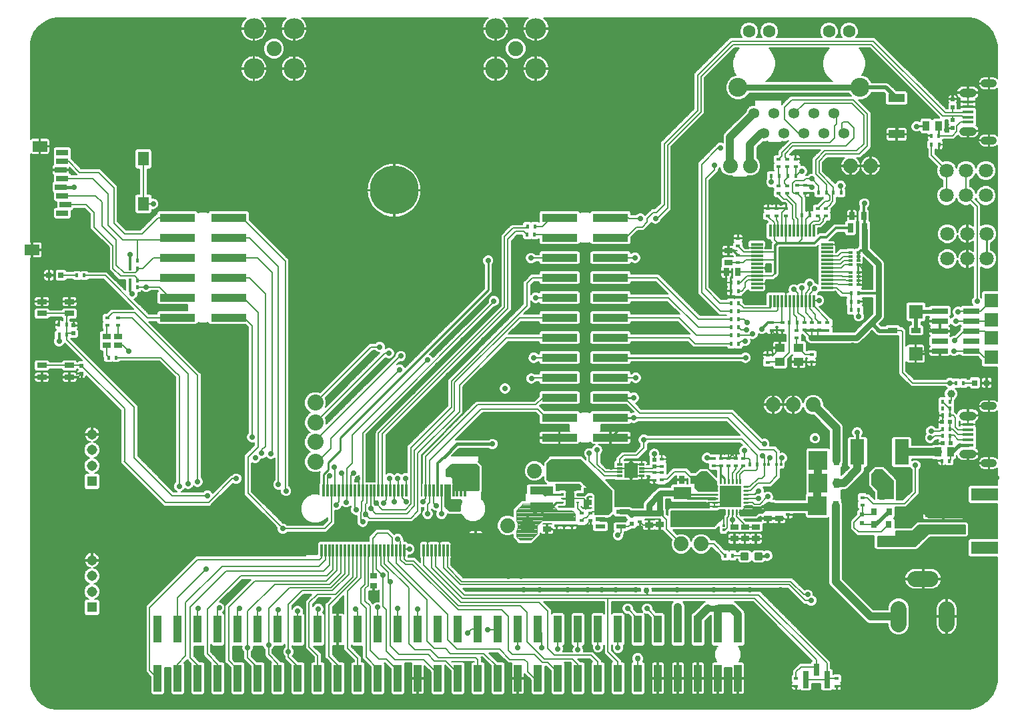
<source format=gtl>
G75*
%MOIN*%
%OFA0B0*%
%FSLAX25Y25*%
%IPPOS*%
%LPD*%
%AMOC8*
5,1,8,0,0,1.08239X$1,22.5*
%
%ADD10R,0.05000X0.02500*%
%ADD11R,0.02400X0.01800*%
%ADD12R,0.01600X0.01400*%
%ADD13R,0.01800X0.02400*%
%ADD14R,0.08071X0.04331*%
%ADD15R,0.04100X0.02800*%
%ADD16R,0.02800X0.04100*%
%ADD17R,0.01772X0.02165*%
%ADD18R,0.03000X0.05000*%
%ADD19R,0.09200X0.09700*%
%ADD20C,0.01181*%
%ADD21R,0.08268X0.02756*%
%ADD22R,0.03346X0.04921*%
%ADD23R,0.01181X0.06102*%
%ADD24R,0.04724X0.10827*%
%ADD25R,0.18110X0.03937*%
%ADD26R,0.13386X0.06299*%
%ADD27R,0.03346X0.02756*%
%ADD28R,0.11811X0.03937*%
%ADD29R,0.03150X0.04724*%
%ADD30R,0.09055X0.06496*%
%ADD31R,0.02756X0.03150*%
%ADD32R,0.03150X0.08661*%
%ADD33R,0.02874X0.05906*%
%ADD34R,0.03150X0.03740*%
%ADD35R,0.03150X0.04921*%
%ADD36R,0.02165X0.01772*%
%ADD37R,0.01400X0.01600*%
%ADD38R,0.07087X0.12598*%
%ADD39R,0.02362X0.02362*%
%ADD40R,0.03937X0.03150*%
%ADD41C,0.06299*%
%ADD42C,0.09449*%
%ADD43C,0.05346*%
%ADD44R,0.01969X0.01575*%
%ADD45R,0.01969X0.01181*%
%ADD46C,0.07087*%
%ADD47C,0.03937*%
%ADD48R,0.07000X0.07000*%
%ADD49R,0.01181X0.05906*%
%ADD50R,0.05906X0.01181*%
%ADD51C,0.01102*%
%ADD52R,0.10630X0.10630*%
%ADD53C,0.03181*%
%ADD54R,0.04724X0.02165*%
%ADD55R,0.01772X0.01378*%
%ADD56R,0.01772X0.00984*%
%ADD57C,0.00039*%
%ADD58R,0.04000X0.04000*%
%ADD59R,0.05512X0.01575*%
%ADD60C,0.04362*%
%ADD61C,0.03969*%
%ADD62C,0.07500*%
%ADD63C,0.10500*%
%ADD64R,0.05906X0.03150*%
%ADD65R,0.07480X0.05512*%
%ADD66R,0.05512X0.07087*%
%ADD67R,0.04724X0.04331*%
%ADD68C,0.07400*%
%ADD69C,0.07874*%
%ADD70R,0.03937X0.13780*%
%ADD71C,0.08000*%
%ADD72R,0.06811X0.07402*%
%ADD73R,0.03150X0.01181*%
%ADD74R,0.02362X0.02165*%
%ADD75R,0.05150X0.05150*%
%ADD76C,0.05150*%
%ADD77R,0.17717X0.04016*%
%ADD78C,0.24409*%
%ADD79R,0.04724X0.02756*%
%ADD80R,0.01969X0.01969*%
%ADD81C,0.00800*%
%ADD82C,0.02978*%
%ADD83C,0.02800*%
%ADD84C,0.01000*%
%ADD85C,0.01500*%
%ADD86C,0.00600*%
%ADD87C,0.23622*%
%ADD88C,0.01200*%
%ADD89C,0.02000*%
%ADD90C,0.03000*%
%ADD91C,0.00400*%
%ADD92C,0.01800*%
%ADD93C,0.04000*%
%ADD94C,0.02500*%
%ADD95C,0.01600*%
D10*
X0011433Y0172674D03*
X0011433Y0178599D03*
X0025213Y0178599D03*
X0025213Y0172674D03*
X0025213Y0204563D03*
X0025213Y0210489D03*
X0011433Y0210489D03*
X0011433Y0204563D03*
D11*
X0268611Y0102314D03*
X0268611Y0098514D03*
X0272411Y0098514D03*
X0272411Y0102314D03*
X0276311Y0102314D03*
X0276311Y0098514D03*
X0281011Y0100914D03*
X0281011Y0104714D03*
X0285611Y0104714D03*
X0285611Y0100914D03*
X0310311Y0100314D03*
X0310311Y0104114D03*
X0317397Y0121155D03*
X0321111Y0121214D03*
X0321111Y0125014D03*
X0321177Y0127873D03*
X0321177Y0131673D03*
X0317397Y0124955D03*
X0347211Y0128314D03*
X0350811Y0128314D03*
X0354511Y0128314D03*
X0358311Y0128314D03*
X0361911Y0128314D03*
X0361911Y0132114D03*
X0358311Y0132114D03*
X0354511Y0132114D03*
X0350811Y0132114D03*
X0347211Y0132114D03*
X0384311Y0107714D03*
X0384311Y0103914D03*
X0374111Y0180014D03*
X0374111Y0183814D03*
X0376011Y0196114D03*
X0376011Y0199914D03*
X0381411Y0199914D03*
X0381411Y0196114D03*
X0392498Y0196314D03*
X0396270Y0196239D03*
X0399894Y0196216D03*
X0399894Y0200016D03*
X0396270Y0200039D03*
X0392498Y0200114D03*
X0403993Y0199914D03*
X0403993Y0196114D03*
X0396011Y0184114D03*
X0396011Y0180314D03*
X0359211Y0229914D03*
X0359211Y0233714D03*
X0359211Y0238314D03*
X0359211Y0242114D03*
X0374211Y0253314D03*
X0374211Y0257114D03*
X0378411Y0257114D03*
X0378411Y0253314D03*
X0383211Y0253314D03*
X0383211Y0257114D03*
X0383811Y0264714D03*
X0383811Y0268514D03*
X0379611Y0268514D03*
X0379611Y0264714D03*
X0388911Y0264814D03*
X0388911Y0268614D03*
X0392811Y0268614D03*
X0392811Y0264814D03*
X0399211Y0257014D03*
X0399211Y0253214D03*
X0403211Y0253214D03*
X0403211Y0257014D03*
X0388011Y0277914D03*
X0388011Y0281714D03*
X0383811Y0281714D03*
X0383811Y0277914D03*
X0379611Y0277914D03*
X0379611Y0281714D03*
D12*
X0352011Y0098514D03*
X0352011Y0096314D03*
D13*
X0352811Y0083514D03*
X0356611Y0083514D03*
X0365194Y0129019D03*
X0368994Y0129019D03*
X0359511Y0189456D03*
X0355711Y0189456D03*
X0355711Y0193580D03*
X0359511Y0193580D03*
X0359511Y0197668D03*
X0355711Y0197668D03*
X0355799Y0201620D03*
X0359599Y0201620D03*
X0359511Y0205614D03*
X0355711Y0205614D03*
X0355711Y0209814D03*
X0359511Y0209814D03*
X0359511Y0215814D03*
X0355711Y0215814D03*
X0355711Y0220014D03*
X0359511Y0220014D03*
X0384911Y0199914D03*
X0388711Y0199914D03*
X0415811Y0206314D03*
X0419611Y0206314D03*
X0419511Y0210414D03*
X0415711Y0210414D03*
X0415711Y0214614D03*
X0419511Y0214614D03*
X0395111Y0253614D03*
X0391311Y0253614D03*
X0399611Y0264914D03*
X0403411Y0264914D03*
X0406911Y0264914D03*
X0410711Y0264914D03*
X0388111Y0273414D03*
X0384311Y0273414D03*
X0379711Y0273414D03*
X0375911Y0273414D03*
X0455911Y0289014D03*
X0459711Y0289014D03*
X0023666Y0198857D03*
X0019866Y0198857D03*
D14*
X0438523Y0294194D03*
X0438523Y0312186D03*
D15*
X0354511Y0235964D03*
X0354511Y0230064D03*
X0284211Y0115864D03*
X0284211Y0109964D03*
X0263811Y0102464D03*
X0263811Y0096564D03*
X0314711Y0098764D03*
X0320111Y0098864D03*
X0320111Y0104764D03*
X0314711Y0104664D03*
X0357411Y0097764D03*
X0362694Y0097764D03*
X0368211Y0097764D03*
X0368211Y0091864D03*
X0362694Y0091864D03*
X0357411Y0091864D03*
X0374076Y0101919D03*
X0379876Y0101919D03*
X0379876Y0107819D03*
X0374076Y0107819D03*
D16*
X0336961Y0121414D03*
X0331061Y0121414D03*
X0353361Y0225414D03*
X0359261Y0225414D03*
X0416161Y0253214D03*
X0422061Y0253214D03*
D17*
X0455861Y0293514D03*
X0459561Y0293514D03*
X0468161Y0169714D03*
X0471861Y0169714D03*
X0465261Y0160414D03*
X0465261Y0157014D03*
X0465261Y0153614D03*
X0461561Y0153614D03*
X0461561Y0157014D03*
X0461561Y0160414D03*
X0461461Y0146814D03*
X0461461Y0143314D03*
X0465161Y0143314D03*
X0465161Y0146814D03*
X0464861Y0130814D03*
X0461161Y0130814D03*
X0257621Y0243930D03*
X0253920Y0243930D03*
X0254020Y0248109D03*
X0257721Y0248109D03*
X0059214Y0230866D03*
X0055513Y0230866D03*
X0055513Y0227005D03*
X0059214Y0227005D03*
X0059114Y0220979D03*
X0059158Y0217700D03*
X0055457Y0217700D03*
X0055413Y0220979D03*
X0032658Y0223516D03*
X0028957Y0223516D03*
X0023717Y0193857D03*
X0020016Y0193857D03*
X0044716Y0182471D03*
X0048417Y0182471D03*
D18*
X0408160Y0108455D03*
X0408419Y0119820D03*
X0408395Y0131044D03*
D19*
X0399145Y0131044D03*
X0399169Y0119820D03*
X0398910Y0108455D03*
D20*
X0368086Y0084392D02*
X0368086Y0081636D01*
X0368086Y0084392D02*
X0370842Y0084392D01*
X0370842Y0081636D01*
X0368086Y0081636D01*
X0368086Y0082758D02*
X0370842Y0082758D01*
X0370842Y0083880D02*
X0368086Y0083880D01*
X0361180Y0084392D02*
X0361180Y0081636D01*
X0361180Y0084392D02*
X0363936Y0084392D01*
X0363936Y0081636D01*
X0361180Y0081636D01*
X0361180Y0082758D02*
X0363936Y0082758D01*
X0363936Y0083880D02*
X0361180Y0083880D01*
D21*
X0460063Y0185728D03*
X0460063Y0190728D03*
X0460063Y0195728D03*
X0460063Y0200728D03*
X0460063Y0205728D03*
X0475811Y0205728D03*
X0475811Y0200728D03*
X0475811Y0195728D03*
X0475811Y0190728D03*
X0475811Y0185728D03*
D22*
X0465361Y0135214D03*
X0459061Y0135214D03*
X0459561Y0298414D03*
X0453261Y0298414D03*
D23*
X0222929Y0115853D03*
X0220961Y0115853D03*
X0218992Y0115853D03*
X0217024Y0115853D03*
X0215055Y0115853D03*
X0213087Y0115853D03*
X0211118Y0115853D03*
X0209150Y0115853D03*
X0207181Y0115853D03*
X0205213Y0115853D03*
X0203244Y0115853D03*
X0193402Y0115853D03*
X0191433Y0115853D03*
X0189465Y0115853D03*
X0187496Y0115853D03*
X0185528Y0115853D03*
X0183559Y0115853D03*
X0181591Y0115853D03*
X0179622Y0115853D03*
X0177654Y0115853D03*
X0175685Y0115853D03*
X0173717Y0115853D03*
X0171748Y0115853D03*
X0169780Y0115853D03*
X0167811Y0115853D03*
X0165843Y0115853D03*
X0163874Y0115853D03*
X0161906Y0115853D03*
X0159937Y0115853D03*
X0157969Y0115853D03*
X0156000Y0115853D03*
X0154031Y0115853D03*
X0152063Y0115853D03*
X0151079Y0086128D03*
X0153047Y0086128D03*
X0155016Y0086128D03*
X0156984Y0086128D03*
X0158953Y0086128D03*
X0160921Y0086128D03*
X0162890Y0086128D03*
X0164858Y0086128D03*
X0166827Y0086128D03*
X0168795Y0086128D03*
X0170764Y0086128D03*
X0172732Y0086128D03*
X0174701Y0086128D03*
X0176669Y0086128D03*
X0178638Y0086128D03*
X0180606Y0086128D03*
X0182575Y0086128D03*
X0184543Y0086128D03*
X0186512Y0086128D03*
X0188480Y0086128D03*
X0190449Y0086128D03*
X0192417Y0086128D03*
X0202260Y0086128D03*
X0204228Y0086128D03*
X0206197Y0086128D03*
X0208165Y0086128D03*
X0210134Y0086128D03*
X0212102Y0086128D03*
X0214071Y0086128D03*
X0216039Y0086128D03*
X0218008Y0086128D03*
X0219976Y0086128D03*
X0221945Y0086128D03*
X0223913Y0086128D03*
D24*
X0228244Y0089179D03*
X0146748Y0089179D03*
D25*
X0461872Y0096666D03*
X0461872Y0104540D03*
D26*
X0482344Y0113989D03*
X0482344Y0087217D03*
D27*
X0177043Y0073354D03*
X0177043Y0068236D03*
D28*
X0261008Y0108165D03*
X0261008Y0116039D03*
D29*
X0415468Y0247214D03*
X0422554Y0247214D03*
D30*
X0331480Y0114633D03*
X0331480Y0101641D03*
D31*
X0477658Y0169814D03*
X0483564Y0169814D03*
X0020880Y0223704D03*
X0014975Y0223704D03*
D32*
X0393056Y0021346D03*
X0403686Y0021346D03*
D33*
X0398371Y0026386D03*
D34*
X0427180Y0098894D03*
X0427271Y0105377D03*
X0434751Y0105377D03*
X0434661Y0098894D03*
D35*
X0430920Y0090430D03*
X0431011Y0113842D03*
D36*
X0421411Y0112465D03*
X0421411Y0108764D03*
X0388611Y0192364D03*
X0388611Y0196065D03*
X0388311Y0021852D03*
X0388311Y0018151D03*
X0408557Y0018151D03*
X0408557Y0021852D03*
X0049619Y0198585D03*
X0049619Y0202286D03*
X0044107Y0202286D03*
X0044107Y0198585D03*
D37*
X0372394Y0129009D03*
X0374594Y0129009D03*
X0378594Y0129048D03*
X0380794Y0129048D03*
D38*
X0418973Y0135209D03*
X0441020Y0135209D03*
D39*
X0421311Y0104079D03*
X0421311Y0099749D03*
X0306011Y0099349D03*
X0306011Y0103679D03*
D40*
X0049616Y0188676D03*
X0049616Y0193006D03*
X0043710Y0193006D03*
X0043710Y0188676D03*
D41*
X0364898Y0345676D03*
X0374898Y0345676D03*
X0404702Y0345676D03*
X0414702Y0345676D03*
D42*
X0420312Y0317605D03*
X0359288Y0317605D03*
D43*
X0367300Y0304652D03*
X0377300Y0304652D03*
X0387300Y0304652D03*
X0397300Y0304652D03*
X0407300Y0304652D03*
X0402300Y0294652D03*
X0392300Y0294652D03*
X0382300Y0294652D03*
X0372300Y0294652D03*
X0412300Y0294652D03*
D44*
X0415443Y0235164D03*
X0419380Y0235164D03*
X0419380Y0228865D03*
X0419380Y0225164D03*
X0415443Y0225164D03*
X0415443Y0228865D03*
X0415443Y0218865D03*
X0419380Y0218865D03*
D45*
X0419380Y0221030D03*
X0419380Y0222998D03*
X0415443Y0222998D03*
X0415443Y0221030D03*
X0415443Y0231030D03*
X0415443Y0232998D03*
X0419380Y0232998D03*
X0419380Y0231030D03*
D46*
X0463926Y0231869D03*
X0473769Y0231869D03*
X0483611Y0231869D03*
X0483611Y0244468D03*
X0473769Y0244468D03*
X0463926Y0244468D03*
X0463411Y0263520D03*
X0473254Y0263520D03*
X0483096Y0263520D03*
X0483096Y0276118D03*
X0473254Y0276118D03*
X0463411Y0276118D03*
D47*
X0465711Y0164414D03*
D48*
X0448011Y0184414D03*
X0448211Y0205414D03*
X0485911Y0201214D03*
X0485911Y0211014D03*
X0485911Y0192214D03*
X0485911Y0182614D03*
D49*
X0397022Y0210814D03*
X0395054Y0210814D03*
X0393085Y0210814D03*
X0391117Y0210814D03*
X0389148Y0210814D03*
X0387180Y0210814D03*
X0385211Y0210814D03*
X0383243Y0210814D03*
X0381274Y0210814D03*
X0379306Y0210814D03*
X0377337Y0210814D03*
X0375369Y0210814D03*
X0375369Y0245853D03*
X0377337Y0245853D03*
X0379306Y0245853D03*
X0381274Y0245853D03*
X0383243Y0245853D03*
X0385211Y0245853D03*
X0387180Y0245853D03*
X0389148Y0245853D03*
X0391117Y0245853D03*
X0393085Y0245853D03*
X0395054Y0245853D03*
X0397022Y0245853D03*
D50*
X0403715Y0239161D03*
X0403715Y0237192D03*
X0403715Y0235224D03*
X0403715Y0233255D03*
X0403715Y0231287D03*
X0403715Y0229318D03*
X0403715Y0227350D03*
X0403715Y0225381D03*
X0403715Y0223413D03*
X0403715Y0221444D03*
X0403715Y0219476D03*
X0403715Y0217507D03*
X0368676Y0217507D03*
X0368676Y0219476D03*
X0368676Y0221444D03*
X0368676Y0223413D03*
X0368676Y0225381D03*
X0368676Y0227350D03*
X0368676Y0229318D03*
X0368676Y0231287D03*
X0368676Y0233255D03*
X0368676Y0235224D03*
X0368676Y0237192D03*
X0368676Y0239161D03*
D51*
X0360331Y0121842D02*
X0360331Y0119598D01*
X0358362Y0119598D02*
X0358362Y0121842D01*
X0356394Y0121842D02*
X0356394Y0119598D01*
X0354425Y0119598D02*
X0354425Y0121842D01*
X0352457Y0121842D02*
X0352457Y0119598D01*
X0350488Y0119598D02*
X0350488Y0121842D01*
X0348756Y0117866D02*
X0346512Y0117866D01*
X0346512Y0115898D02*
X0348756Y0115898D01*
X0348756Y0113929D02*
X0346512Y0113929D01*
X0346512Y0111961D02*
X0348756Y0111961D01*
X0348756Y0109992D02*
X0346512Y0109992D01*
X0346512Y0108024D02*
X0348756Y0108024D01*
X0350488Y0106291D02*
X0350488Y0104047D01*
X0352457Y0104047D02*
X0352457Y0106291D01*
X0354425Y0106291D02*
X0354425Y0104047D01*
X0356394Y0104047D02*
X0356394Y0106291D01*
X0358362Y0106291D02*
X0358362Y0104047D01*
X0360331Y0104047D02*
X0360331Y0106291D01*
X0362063Y0108024D02*
X0364307Y0108024D01*
X0364307Y0109992D02*
X0362063Y0109992D01*
X0362063Y0111961D02*
X0364307Y0111961D01*
X0364307Y0113929D02*
X0362063Y0113929D01*
X0362063Y0115898D02*
X0364307Y0115898D01*
X0364307Y0117866D02*
X0362063Y0117866D01*
D52*
X0355409Y0112945D03*
D53*
X0355409Y0112945D03*
X0351866Y0112945D03*
X0351866Y0116488D03*
X0355409Y0116488D03*
X0358953Y0116488D03*
X0358953Y0112945D03*
X0358953Y0109402D03*
X0355409Y0109402D03*
X0351866Y0109402D03*
D54*
X0300729Y0105354D03*
X0300729Y0097874D03*
X0290493Y0097874D03*
X0290493Y0101614D03*
X0290493Y0105354D03*
D55*
X0271372Y0114179D03*
D56*
X0271372Y0112014D03*
X0271372Y0110046D03*
X0279050Y0110046D03*
X0279050Y0112014D03*
X0279050Y0113983D03*
D57*
X0277180Y0113969D02*
X0273243Y0113969D01*
X0273243Y0114006D02*
X0277180Y0114006D01*
X0277180Y0114044D02*
X0273243Y0114044D01*
X0273243Y0114082D02*
X0277180Y0114082D01*
X0277180Y0114120D02*
X0273243Y0114120D01*
X0273243Y0114158D02*
X0277180Y0114158D01*
X0277180Y0114196D02*
X0273243Y0114196D01*
X0273243Y0114234D02*
X0277180Y0114234D01*
X0277180Y0114272D02*
X0273243Y0114272D01*
X0273243Y0114309D02*
X0277180Y0114309D01*
X0277180Y0114347D02*
X0273243Y0114347D01*
X0273243Y0114385D02*
X0277180Y0114385D01*
X0277180Y0114423D02*
X0273243Y0114423D01*
X0273243Y0114461D02*
X0277180Y0114461D01*
X0277180Y0114499D02*
X0273243Y0114499D01*
X0273243Y0114537D02*
X0277180Y0114537D01*
X0277180Y0114575D02*
X0273243Y0114575D01*
X0273243Y0114613D02*
X0277180Y0114613D01*
X0277180Y0114650D02*
X0273243Y0114650D01*
X0273243Y0114688D02*
X0277180Y0114688D01*
X0277180Y0114726D02*
X0273243Y0114726D01*
X0273243Y0114764D02*
X0277180Y0114764D01*
X0277180Y0114802D02*
X0273243Y0114802D01*
X0273243Y0114840D02*
X0277180Y0114840D01*
X0277180Y0114878D02*
X0273243Y0114878D01*
X0273243Y0114916D02*
X0277180Y0114916D01*
X0277180Y0114953D02*
X0273243Y0114953D01*
X0273243Y0114991D02*
X0277180Y0114991D01*
X0277180Y0115029D02*
X0273243Y0115029D01*
X0273243Y0115067D02*
X0277180Y0115067D01*
X0277180Y0115105D02*
X0273243Y0115105D01*
X0273243Y0115143D02*
X0277180Y0115143D01*
X0277180Y0115164D02*
X0276983Y0115164D01*
X0276983Y0115557D01*
X0273439Y0115557D01*
X0273439Y0115164D01*
X0273243Y0115164D01*
X0273243Y0108865D01*
X0273439Y0108865D01*
X0273439Y0108471D01*
X0276983Y0108471D01*
X0276983Y0108865D01*
X0277180Y0108865D01*
X0277180Y0115164D01*
X0276983Y0115181D02*
X0273439Y0115181D01*
X0273439Y0115219D02*
X0276983Y0115219D01*
X0276983Y0115257D02*
X0273439Y0115257D01*
X0273439Y0115294D02*
X0276983Y0115294D01*
X0276983Y0115332D02*
X0273439Y0115332D01*
X0273439Y0115370D02*
X0276983Y0115370D01*
X0276983Y0115408D02*
X0273439Y0115408D01*
X0273439Y0115446D02*
X0276983Y0115446D01*
X0276983Y0115484D02*
X0273439Y0115484D01*
X0273439Y0115522D02*
X0276983Y0115522D01*
X0277180Y0113931D02*
X0273243Y0113931D01*
X0273243Y0113893D02*
X0277180Y0113893D01*
X0277180Y0113855D02*
X0273243Y0113855D01*
X0273243Y0113817D02*
X0277180Y0113817D01*
X0277180Y0113779D02*
X0273243Y0113779D01*
X0273243Y0113741D02*
X0277180Y0113741D01*
X0277180Y0113703D02*
X0273243Y0113703D01*
X0273243Y0113665D02*
X0277180Y0113665D01*
X0277180Y0113628D02*
X0273243Y0113628D01*
X0273243Y0113590D02*
X0277180Y0113590D01*
X0277180Y0113552D02*
X0273243Y0113552D01*
X0273243Y0113514D02*
X0277180Y0113514D01*
X0277180Y0113476D02*
X0273243Y0113476D01*
X0273243Y0113438D02*
X0277180Y0113438D01*
X0277180Y0113400D02*
X0273243Y0113400D01*
X0273243Y0113362D02*
X0277180Y0113362D01*
X0277180Y0113325D02*
X0273243Y0113325D01*
X0273243Y0113287D02*
X0277180Y0113287D01*
X0277180Y0113249D02*
X0273243Y0113249D01*
X0273243Y0113211D02*
X0277180Y0113211D01*
X0277180Y0113173D02*
X0273243Y0113173D01*
X0273243Y0113135D02*
X0277180Y0113135D01*
X0277180Y0113097D02*
X0273243Y0113097D01*
X0273243Y0113059D02*
X0277180Y0113059D01*
X0277180Y0113022D02*
X0273243Y0113022D01*
X0273243Y0112984D02*
X0277180Y0112984D01*
X0277180Y0112946D02*
X0273243Y0112946D01*
X0273243Y0112908D02*
X0277180Y0112908D01*
X0277180Y0112870D02*
X0273243Y0112870D01*
X0273243Y0112832D02*
X0277180Y0112832D01*
X0277180Y0112794D02*
X0273243Y0112794D01*
X0273243Y0112756D02*
X0277180Y0112756D01*
X0277180Y0112718D02*
X0273243Y0112718D01*
X0273243Y0112681D02*
X0277180Y0112681D01*
X0277180Y0112643D02*
X0273243Y0112643D01*
X0273243Y0112605D02*
X0277180Y0112605D01*
X0277180Y0112567D02*
X0273243Y0112567D01*
X0273243Y0112529D02*
X0277180Y0112529D01*
X0277180Y0112491D02*
X0273243Y0112491D01*
X0273243Y0112453D02*
X0277180Y0112453D01*
X0277180Y0112415D02*
X0273243Y0112415D01*
X0273243Y0112378D02*
X0277180Y0112378D01*
X0277180Y0112340D02*
X0273243Y0112340D01*
X0273243Y0112302D02*
X0277180Y0112302D01*
X0277180Y0112264D02*
X0273243Y0112264D01*
X0273243Y0112226D02*
X0277180Y0112226D01*
X0277180Y0112188D02*
X0273243Y0112188D01*
X0273243Y0112150D02*
X0277180Y0112150D01*
X0277180Y0112112D02*
X0273243Y0112112D01*
X0273243Y0112074D02*
X0277180Y0112074D01*
X0277180Y0112037D02*
X0273243Y0112037D01*
X0273243Y0111999D02*
X0277180Y0111999D01*
X0277180Y0111961D02*
X0273243Y0111961D01*
X0273243Y0111923D02*
X0277180Y0111923D01*
X0277180Y0111885D02*
X0273243Y0111885D01*
X0273243Y0111847D02*
X0277180Y0111847D01*
X0277180Y0111809D02*
X0273243Y0111809D01*
X0273243Y0111771D02*
X0277180Y0111771D01*
X0277180Y0111734D02*
X0273243Y0111734D01*
X0273243Y0111696D02*
X0277180Y0111696D01*
X0277180Y0111658D02*
X0273243Y0111658D01*
X0273243Y0111620D02*
X0277180Y0111620D01*
X0277180Y0111582D02*
X0273243Y0111582D01*
X0273243Y0111544D02*
X0277180Y0111544D01*
X0277180Y0111506D02*
X0273243Y0111506D01*
X0273243Y0111468D02*
X0277180Y0111468D01*
X0277180Y0111430D02*
X0273243Y0111430D01*
X0273243Y0111393D02*
X0277180Y0111393D01*
X0277180Y0111355D02*
X0273243Y0111355D01*
X0273243Y0111317D02*
X0277180Y0111317D01*
X0277180Y0111279D02*
X0273243Y0111279D01*
X0273243Y0111241D02*
X0277180Y0111241D01*
X0277180Y0111203D02*
X0273243Y0111203D01*
X0273243Y0111165D02*
X0277180Y0111165D01*
X0277180Y0111127D02*
X0273243Y0111127D01*
X0273243Y0111090D02*
X0277180Y0111090D01*
X0277180Y0111052D02*
X0273243Y0111052D01*
X0273243Y0111014D02*
X0277180Y0111014D01*
X0277180Y0110976D02*
X0273243Y0110976D01*
X0273243Y0110938D02*
X0277180Y0110938D01*
X0277180Y0110900D02*
X0273243Y0110900D01*
X0273243Y0110862D02*
X0277180Y0110862D01*
X0277180Y0110824D02*
X0273243Y0110824D01*
X0273243Y0110787D02*
X0277180Y0110787D01*
X0277180Y0110749D02*
X0273243Y0110749D01*
X0273243Y0110711D02*
X0277180Y0110711D01*
X0277180Y0110673D02*
X0273243Y0110673D01*
X0273243Y0110635D02*
X0277180Y0110635D01*
X0277180Y0110597D02*
X0273243Y0110597D01*
X0273243Y0110559D02*
X0277180Y0110559D01*
X0277180Y0110521D02*
X0273243Y0110521D01*
X0273243Y0110483D02*
X0277180Y0110483D01*
X0277180Y0110446D02*
X0273243Y0110446D01*
X0273243Y0110408D02*
X0277180Y0110408D01*
X0277180Y0110370D02*
X0273243Y0110370D01*
X0273243Y0110332D02*
X0277180Y0110332D01*
X0277180Y0110294D02*
X0273243Y0110294D01*
X0273243Y0110256D02*
X0277180Y0110256D01*
X0277180Y0110218D02*
X0273243Y0110218D01*
X0273243Y0110180D02*
X0277180Y0110180D01*
X0277180Y0110143D02*
X0273243Y0110143D01*
X0273243Y0110105D02*
X0277180Y0110105D01*
X0277180Y0110067D02*
X0273243Y0110067D01*
X0273243Y0110029D02*
X0277180Y0110029D01*
X0277180Y0109991D02*
X0273243Y0109991D01*
X0273243Y0109953D02*
X0277180Y0109953D01*
X0277180Y0109915D02*
X0273243Y0109915D01*
X0273243Y0109877D02*
X0277180Y0109877D01*
X0277180Y0109839D02*
X0273243Y0109839D01*
X0273243Y0109802D02*
X0277180Y0109802D01*
X0277180Y0109764D02*
X0273243Y0109764D01*
X0273243Y0109726D02*
X0277180Y0109726D01*
X0277180Y0109688D02*
X0273243Y0109688D01*
X0273243Y0109650D02*
X0277180Y0109650D01*
X0277180Y0109612D02*
X0273243Y0109612D01*
X0273243Y0109574D02*
X0277180Y0109574D01*
X0277180Y0109536D02*
X0273243Y0109536D01*
X0273243Y0109499D02*
X0277180Y0109499D01*
X0277180Y0109461D02*
X0273243Y0109461D01*
X0273243Y0109423D02*
X0277180Y0109423D01*
X0277180Y0109385D02*
X0273243Y0109385D01*
X0273243Y0109347D02*
X0277180Y0109347D01*
X0277180Y0109309D02*
X0273243Y0109309D01*
X0273243Y0109271D02*
X0277180Y0109271D01*
X0277180Y0109233D02*
X0273243Y0109233D01*
X0273243Y0109195D02*
X0277180Y0109195D01*
X0277180Y0109158D02*
X0273243Y0109158D01*
X0273243Y0109120D02*
X0277180Y0109120D01*
X0277180Y0109082D02*
X0273243Y0109082D01*
X0273243Y0109044D02*
X0277180Y0109044D01*
X0277180Y0109006D02*
X0273243Y0109006D01*
X0273243Y0108968D02*
X0277180Y0108968D01*
X0277180Y0108930D02*
X0273243Y0108930D01*
X0273243Y0108892D02*
X0277180Y0108892D01*
X0276983Y0108855D02*
X0273439Y0108855D01*
X0273439Y0108817D02*
X0276983Y0108817D01*
X0276983Y0108779D02*
X0273439Y0108779D01*
X0273439Y0108741D02*
X0276983Y0108741D01*
X0276983Y0108703D02*
X0273439Y0108703D01*
X0273439Y0108665D02*
X0276983Y0108665D01*
X0276983Y0108627D02*
X0273439Y0108627D01*
X0273439Y0108589D02*
X0276983Y0108589D01*
X0276983Y0108552D02*
X0273439Y0108552D01*
X0273439Y0108514D02*
X0276983Y0108514D01*
X0276983Y0108476D02*
X0273439Y0108476D01*
D58*
X0275211Y0112014D03*
D59*
X0474131Y0138828D03*
X0474131Y0141387D03*
X0474131Y0143946D03*
X0474131Y0146505D03*
X0474131Y0149065D03*
X0474131Y0300246D03*
X0474131Y0302805D03*
X0474131Y0305364D03*
X0474131Y0307923D03*
X0474131Y0310482D03*
D60*
X0471950Y0314911D02*
X0476312Y0314911D01*
X0476312Y0295816D02*
X0471950Y0295816D01*
X0471950Y0153494D02*
X0476312Y0153494D01*
X0476312Y0134399D02*
X0471950Y0134399D01*
D61*
X0482580Y0129675D02*
X0486548Y0129675D01*
X0486548Y0158218D02*
X0482580Y0158218D01*
X0482580Y0291092D02*
X0486548Y0291092D01*
X0486548Y0319635D02*
X0482580Y0319635D01*
D62*
X0248200Y0337053D03*
X0127400Y0337053D03*
D63*
X0117361Y0347092D03*
X0137439Y0347092D03*
X0137439Y0327015D03*
X0117361Y0327015D03*
X0238161Y0327015D03*
X0258239Y0327015D03*
X0258239Y0347092D03*
X0238161Y0347092D03*
D64*
X0021579Y0285055D03*
X0021579Y0280724D03*
X0020791Y0276394D03*
X0021579Y0272063D03*
X0020791Y0267732D03*
X0021579Y0263402D03*
X0023154Y0259071D03*
X0021579Y0254740D03*
D65*
X0006421Y0236394D03*
X0010358Y0288165D03*
D66*
X0062130Y0281866D03*
X0062130Y0259425D03*
D67*
X0380285Y0187359D03*
X0380285Y0180469D03*
X0389537Y0180469D03*
X0389537Y0187359D03*
D68*
X0386867Y0158917D03*
X0396867Y0158917D03*
X0376867Y0158917D03*
X0340911Y0089314D03*
X0330911Y0089314D03*
X0267611Y0125814D03*
X0257611Y0125814D03*
X0254111Y0098514D03*
X0244111Y0098514D03*
X0355367Y0278417D03*
X0365367Y0278417D03*
X0415489Y0278417D03*
X0425489Y0278417D03*
D69*
X0447763Y0071793D02*
X0455637Y0071793D01*
X0463511Y0056832D02*
X0463511Y0048958D01*
X0439495Y0048958D02*
X0439495Y0056832D01*
D70*
X0359268Y0046553D03*
X0349268Y0046553D03*
X0339268Y0046553D03*
X0329268Y0046553D03*
X0319268Y0046553D03*
X0309268Y0046553D03*
X0299268Y0046553D03*
X0289268Y0046553D03*
X0279268Y0046553D03*
X0269268Y0046553D03*
X0259268Y0046553D03*
X0249268Y0046553D03*
X0239268Y0046553D03*
X0229268Y0046553D03*
X0219268Y0046553D03*
X0209268Y0046553D03*
X0199268Y0046553D03*
X0189268Y0046553D03*
X0179268Y0046553D03*
X0169268Y0046553D03*
X0159268Y0046553D03*
X0149268Y0046553D03*
X0139268Y0046553D03*
X0129268Y0046553D03*
X0119268Y0046553D03*
X0109268Y0046553D03*
X0099268Y0046553D03*
X0089268Y0046553D03*
X0079268Y0046553D03*
X0069268Y0046553D03*
X0069268Y0022042D03*
X0079268Y0022042D03*
X0089268Y0022042D03*
X0099268Y0022042D03*
X0109268Y0022042D03*
X0119268Y0022042D03*
X0129268Y0022042D03*
X0139268Y0022042D03*
X0149268Y0022042D03*
X0159268Y0022042D03*
X0169268Y0022042D03*
X0179268Y0022042D03*
X0189268Y0022042D03*
X0199268Y0022042D03*
X0209268Y0022042D03*
X0219268Y0022042D03*
X0229268Y0022042D03*
X0239268Y0022042D03*
X0249268Y0022042D03*
X0259268Y0022042D03*
X0269268Y0022042D03*
X0279268Y0022042D03*
X0289268Y0022042D03*
X0299268Y0022042D03*
X0309268Y0022042D03*
X0319268Y0022042D03*
X0329268Y0022042D03*
X0339268Y0022042D03*
X0349268Y0022042D03*
X0359268Y0022042D03*
D71*
X0148051Y0130361D03*
X0148051Y0140203D03*
X0148051Y0150046D03*
X0148051Y0159888D03*
D72*
X0305700Y0126180D03*
D73*
X0300188Y0125196D03*
X0300188Y0123228D03*
X0300188Y0127165D03*
X0300188Y0129133D03*
X0311212Y0129133D03*
X0311212Y0127165D03*
X0311212Y0125196D03*
X0311212Y0123228D03*
D74*
X0317425Y0128061D03*
X0317425Y0131210D03*
D75*
X0036433Y0120518D03*
X0036433Y0057526D03*
D76*
X0036433Y0065400D03*
X0036433Y0073274D03*
X0036433Y0081148D03*
X0036433Y0128392D03*
X0036433Y0136266D03*
X0036433Y0144140D03*
D77*
X0079150Y0202408D03*
X0079150Y0212408D03*
X0079150Y0222408D03*
X0079150Y0232408D03*
X0079150Y0242408D03*
X0079150Y0252408D03*
X0104740Y0252408D03*
X0104740Y0242408D03*
X0104740Y0232408D03*
X0104740Y0222408D03*
X0104740Y0212408D03*
X0104740Y0202408D03*
X0270028Y0202408D03*
X0270028Y0212408D03*
X0270028Y0222408D03*
X0270028Y0232408D03*
X0270028Y0242408D03*
X0270028Y0252408D03*
X0295619Y0252408D03*
X0295619Y0242408D03*
X0295619Y0232408D03*
X0295619Y0222408D03*
X0295619Y0212408D03*
X0295619Y0202408D03*
X0295619Y0192408D03*
X0295619Y0182408D03*
X0295619Y0172408D03*
X0295619Y0162408D03*
X0295619Y0152408D03*
X0295619Y0142408D03*
X0270028Y0142408D03*
X0270028Y0152408D03*
X0270028Y0162408D03*
X0270028Y0172408D03*
X0270028Y0182408D03*
X0270028Y0192408D03*
D78*
X0187421Y0266187D03*
D79*
X0436506Y0196114D03*
X0448317Y0196114D03*
D80*
X0461311Y0150214D03*
X0465311Y0150214D03*
X0465411Y0139614D03*
X0461411Y0139614D03*
X0466511Y0297214D03*
X0466511Y0301214D03*
X0466511Y0307714D03*
X0466511Y0311714D03*
X0031280Y0178432D03*
X0031280Y0174432D03*
X0027199Y0194557D03*
X0027199Y0198557D03*
D81*
X0030651Y0198557D01*
X0030700Y0198508D01*
X0027199Y0194557D02*
X0024417Y0194557D01*
X0023717Y0193857D01*
X0023717Y0191474D01*
X0036983Y0178208D01*
X0057583Y0157608D01*
X0057600Y0157608D01*
X0057600Y0132408D01*
X0076500Y0113508D01*
X0094200Y0113508D01*
X0094700Y0110008D02*
X0073200Y0110008D01*
X0052600Y0130608D01*
X0052800Y0130808D01*
X0052800Y0156913D01*
X0031280Y0178432D01*
X0031114Y0178599D01*
X0025213Y0178599D01*
X0011433Y0178599D01*
X0011433Y0172674D02*
X0025213Y0172674D01*
X0025000Y0172461D01*
X0025000Y0169308D01*
X0025213Y0172674D02*
X0029522Y0172674D01*
X0031280Y0174432D01*
X0036983Y0178208D02*
X0037000Y0178208D01*
X0043710Y0183645D02*
X0044716Y0182471D01*
X0043710Y0183645D02*
X0043710Y0188676D01*
X0043710Y0193006D02*
X0043710Y0198188D01*
X0044107Y0198585D01*
X0044107Y0202286D02*
X0046763Y0204942D01*
X0057866Y0204942D01*
X0089200Y0173608D01*
X0089200Y0120408D01*
X0084600Y0119408D02*
X0084600Y0174208D01*
X0060800Y0198008D01*
X0056522Y0202286D01*
X0049619Y0202286D01*
X0049619Y0198585D02*
X0049616Y0198582D01*
X0049616Y0193006D01*
X0049616Y0188676D02*
X0051699Y0188676D01*
X0054833Y0185542D01*
X0048417Y0182471D02*
X0070937Y0182471D01*
X0077600Y0175808D01*
X0080000Y0173408D01*
X0080000Y0118008D01*
X0094700Y0110008D02*
X0106600Y0121908D01*
X0108600Y0121908D01*
X0114400Y0114608D02*
X0130250Y0098758D01*
X0131700Y0097308D01*
X0131700Y0096908D01*
X0152700Y0096908D01*
X0156000Y0100208D01*
X0156000Y0115853D01*
X0157969Y0115853D02*
X0157969Y0127439D01*
X0157600Y0127808D01*
X0161200Y0124608D02*
X0161906Y0123902D01*
X0161906Y0115853D01*
X0163874Y0115853D02*
X0163874Y0127182D01*
X0166500Y0129808D01*
X0166500Y0143708D01*
X0204200Y0181408D01*
X0190700Y0183208D02*
X0190444Y0182952D01*
X0190000Y0182952D01*
X0148051Y0141003D01*
X0148051Y0140203D01*
X0155699Y0142109D02*
X0155699Y0136907D01*
X0149153Y0130361D01*
X0148051Y0130361D01*
X0155200Y0123408D02*
X0154031Y0122239D01*
X0154031Y0115853D01*
X0154031Y0115321D01*
X0152063Y0115853D02*
X0152063Y0120208D01*
X0159937Y0115853D02*
X0159937Y0110245D01*
X0158500Y0108808D01*
X0163600Y0110108D02*
X0163874Y0110382D01*
X0163874Y0115853D01*
X0165843Y0115853D02*
X0165843Y0123450D01*
X0167100Y0124708D01*
X0169300Y0121908D02*
X0169780Y0121428D01*
X0169780Y0115853D01*
X0171600Y0115705D02*
X0171748Y0115853D01*
X0171748Y0110956D01*
X0171200Y0110408D01*
X0171200Y0105628D01*
X0170711Y0105139D01*
X0170711Y0101397D01*
X0171700Y0100408D01*
X0175150Y0102158D02*
X0173200Y0104108D01*
X0173200Y0109308D01*
X0173717Y0109824D01*
X0173717Y0115853D01*
X0175685Y0115853D02*
X0175685Y0107123D01*
X0175700Y0107108D01*
X0175700Y0107008D01*
X0178200Y0104508D01*
X0193700Y0104508D01*
X0197600Y0108408D01*
X0197600Y0136108D01*
X0217600Y0156108D01*
X0217600Y0170008D01*
X0250000Y0202408D01*
X0270028Y0202408D01*
X0270028Y0212408D02*
X0258200Y0212408D01*
X0253800Y0208471D02*
X0216000Y0170671D01*
X0216000Y0157608D01*
X0195800Y0137408D01*
X0195800Y0109208D01*
X0193100Y0106508D01*
X0181500Y0106508D01*
X0178400Y0109608D01*
X0177654Y0110354D01*
X0177654Y0115853D01*
X0179622Y0115853D02*
X0179622Y0144661D01*
X0242600Y0207639D01*
X0242600Y0243008D01*
X0246800Y0247208D01*
X0253119Y0247208D01*
X0254020Y0248109D01*
X0252242Y0245608D02*
X0253920Y0243930D01*
X0252242Y0245608D02*
X0248200Y0245608D01*
X0244200Y0241608D01*
X0244200Y0206976D01*
X0181591Y0144367D01*
X0181591Y0115853D01*
X0183559Y0115853D02*
X0183559Y0111267D01*
X0182000Y0109708D01*
X0187496Y0110412D02*
X0187496Y0115853D01*
X0185528Y0115853D02*
X0185528Y0121880D01*
X0185300Y0122108D01*
X0189300Y0122008D02*
X0189465Y0121843D01*
X0189465Y0115853D01*
X0191433Y0115853D02*
X0191433Y0112375D01*
X0193400Y0110408D01*
X0193402Y0115853D02*
X0193402Y0121906D01*
X0193200Y0122108D01*
X0203244Y0115853D02*
X0203244Y0132952D01*
X0229200Y0158908D01*
X0258200Y0158908D01*
X0261700Y0162408D01*
X0270028Y0162408D01*
X0270028Y0172408D02*
X0256400Y0172408D01*
X0256000Y0172008D01*
X0257200Y0182408D02*
X0270028Y0182408D01*
X0270028Y0192408D02*
X0243600Y0192408D01*
X0220000Y0168808D01*
X0220000Y0155371D01*
X0199200Y0134571D01*
X0199200Y0105608D01*
X0195750Y0102158D01*
X0175150Y0102158D01*
X0168400Y0106408D02*
X0167811Y0106997D01*
X0167811Y0115853D01*
X0171748Y0115853D02*
X0171748Y0144756D01*
X0237300Y0210308D01*
X0237300Y0210808D01*
X0253800Y0208471D02*
X0253800Y0219608D01*
X0256600Y0222408D01*
X0270028Y0222408D01*
X0269828Y0232208D02*
X0255800Y0232208D01*
X0257621Y0243930D02*
X0268506Y0243930D01*
X0270028Y0242408D01*
X0270028Y0252408D02*
X0265900Y0252408D01*
X0261601Y0248109D01*
X0257721Y0248109D01*
X0270028Y0232408D02*
X0269828Y0232208D01*
X0295619Y0232408D02*
X0307800Y0232408D01*
X0318800Y0222408D02*
X0295619Y0222408D01*
X0295619Y0212408D02*
X0324600Y0212408D01*
X0339340Y0197668D01*
X0355711Y0197668D01*
X0359511Y0197668D02*
X0360971Y0196208D01*
X0363400Y0196208D01*
X0365772Y0193580D02*
X0359511Y0193580D01*
X0360863Y0190808D02*
X0362800Y0190808D01*
X0360863Y0190808D02*
X0359511Y0189456D01*
X0355711Y0189456D02*
X0337752Y0189456D01*
X0334800Y0192408D01*
X0295619Y0192408D01*
X0295619Y0202408D02*
X0329800Y0202408D01*
X0338628Y0193580D01*
X0355711Y0193580D01*
X0355799Y0201620D02*
X0339587Y0201620D01*
X0318800Y0222408D01*
X0341011Y0215114D02*
X0341011Y0279114D01*
X0349311Y0287414D01*
X0350511Y0287414D01*
X0347511Y0278714D02*
X0347511Y0276414D01*
X0343011Y0271914D01*
X0343011Y0216914D01*
X0350111Y0209814D01*
X0355711Y0209814D01*
X0359511Y0209814D02*
X0362111Y0207214D01*
X0375211Y0207214D01*
X0375369Y0207372D01*
X0375369Y0210814D01*
X0379306Y0210814D02*
X0379306Y0206509D01*
X0378411Y0205614D01*
X0359511Y0205614D01*
X0355711Y0205614D02*
X0350511Y0205614D01*
X0341011Y0215114D01*
X0350811Y0215814D02*
X0355711Y0215814D01*
X0359511Y0215814D02*
X0361011Y0215814D01*
X0362811Y0217614D01*
X0362811Y0220014D01*
X0364241Y0221444D01*
X0368676Y0221444D01*
X0368714Y0219514D02*
X0374211Y0219514D01*
X0376409Y0223413D02*
X0368676Y0223413D01*
X0363809Y0223413D01*
X0360511Y0220114D01*
X0359611Y0220114D01*
X0359511Y0220014D01*
X0355711Y0220014D02*
X0351411Y0220014D01*
X0349911Y0225414D02*
X0353361Y0225414D01*
X0354511Y0230064D02*
X0359061Y0230064D01*
X0359211Y0229914D01*
X0361911Y0229914D01*
X0363283Y0231287D01*
X0368676Y0231287D01*
X0377339Y0231287D01*
X0377511Y0231114D01*
X0377511Y0231714D01*
X0377511Y0231114D02*
X0377811Y0230814D01*
X0377811Y0224814D01*
X0376409Y0223413D01*
X0374211Y0227214D02*
X0374076Y0227350D01*
X0368676Y0227350D01*
X0368643Y0225414D02*
X0368676Y0225381D01*
X0368643Y0225414D02*
X0359261Y0225414D01*
X0359670Y0233255D02*
X0368676Y0233255D01*
X0368676Y0235224D02*
X0362302Y0235224D01*
X0359211Y0238314D01*
X0359211Y0242114D02*
X0361811Y0242114D01*
X0363011Y0240914D01*
X0363011Y0238114D01*
X0363933Y0237192D01*
X0368676Y0237192D01*
X0368676Y0235224D02*
X0377720Y0235224D01*
X0377811Y0235314D01*
X0379011Y0239814D02*
X0377337Y0241488D01*
X0377337Y0245853D01*
X0377337Y0249888D01*
X0374211Y0253014D01*
X0374211Y0253314D01*
X0374211Y0257114D02*
X0374111Y0257214D01*
X0370611Y0257214D01*
X0374211Y0257114D02*
X0378411Y0257114D01*
X0383211Y0257114D01*
X0381011Y0254914D01*
X0381011Y0252000D01*
X0381274Y0251737D01*
X0381274Y0245853D01*
X0383211Y0245885D02*
X0383211Y0253314D01*
X0386611Y0252083D02*
X0386611Y0258683D01*
X0383480Y0261814D01*
X0382011Y0261814D01*
X0379611Y0264214D01*
X0379611Y0264714D01*
X0379611Y0268514D02*
X0379711Y0268614D01*
X0379711Y0273414D01*
X0379611Y0273514D01*
X0379611Y0277914D01*
X0379611Y0281714D02*
X0381211Y0283314D01*
X0381211Y0285145D01*
X0386080Y0290014D01*
X0405100Y0290014D01*
X0407400Y0292314D01*
X0407400Y0298308D01*
X0408400Y0299308D01*
X0408400Y0303552D01*
X0407300Y0304652D01*
X0411950Y0300458D02*
X0414251Y0300458D01*
X0417201Y0297508D01*
X0417201Y0292509D01*
X0413006Y0288314D01*
X0386642Y0288314D01*
X0382811Y0284483D01*
X0382811Y0282714D01*
X0383811Y0281714D01*
X0383811Y0277914D02*
X0383811Y0273914D01*
X0384311Y0273414D01*
X0384311Y0272714D01*
X0382611Y0271014D01*
X0382611Y0269714D01*
X0383811Y0268514D01*
X0386411Y0269628D02*
X0386411Y0265414D01*
X0387011Y0264814D01*
X0388911Y0264814D01*
X0391311Y0262414D01*
X0391311Y0253614D01*
X0391117Y0253420D01*
X0391117Y0245853D01*
X0391117Y0241720D01*
X0389211Y0239814D01*
X0383211Y0239814D01*
X0383243Y0239846D01*
X0383243Y0245853D01*
X0383211Y0245885D01*
X0379306Y0245853D02*
X0379306Y0250302D01*
X0378411Y0251197D01*
X0378411Y0253314D01*
X0386611Y0252083D02*
X0387180Y0251514D01*
X0387180Y0245853D01*
X0389148Y0245853D02*
X0389148Y0251808D01*
X0388211Y0252745D01*
X0388211Y0259345D01*
X0383811Y0263745D01*
X0383811Y0264714D01*
X0386411Y0269628D02*
X0387697Y0270914D01*
X0392311Y0270914D01*
X0393311Y0271914D01*
X0396211Y0271914D01*
X0399611Y0268514D01*
X0399611Y0264914D01*
X0403411Y0264914D02*
X0405011Y0263314D01*
X0405011Y0261345D01*
X0404245Y0260580D01*
X0402777Y0260580D01*
X0399211Y0257014D01*
X0398845Y0253580D02*
X0399211Y0253214D01*
X0400145Y0252280D01*
X0400145Y0251480D01*
X0399380Y0250714D01*
X0396680Y0250714D01*
X0395054Y0249088D01*
X0395054Y0245853D01*
X0397022Y0245853D02*
X0397022Y0248394D01*
X0397742Y0249114D01*
X0400042Y0249114D01*
X0401745Y0250817D01*
X0401745Y0251748D01*
X0403211Y0253214D01*
X0403211Y0257014D02*
X0405377Y0259180D01*
X0405377Y0259448D01*
X0406611Y0260683D01*
X0406611Y0264614D01*
X0406911Y0264914D01*
X0406911Y0267845D01*
X0399711Y0275045D01*
X0399711Y0280783D01*
X0403142Y0284214D01*
X0419806Y0284214D01*
X0423900Y0288308D01*
X0423900Y0303708D01*
X0423800Y0303808D01*
X0423800Y0304371D01*
X0416763Y0311408D01*
X0386100Y0311408D01*
X0382400Y0307708D01*
X0382400Y0301708D01*
X0389456Y0294652D01*
X0392300Y0294652D01*
X0387300Y0304652D02*
X0392456Y0309808D01*
X0416100Y0309808D01*
X0422200Y0303708D01*
X0422200Y0289508D01*
X0418606Y0285914D01*
X0402580Y0285914D01*
X0398111Y0281445D01*
X0398111Y0274383D01*
X0403411Y0269083D01*
X0403411Y0264914D01*
X0410711Y0264914D02*
X0410711Y0268314D01*
X0410511Y0268514D01*
X0422411Y0259614D02*
X0422557Y0259468D01*
X0409611Y0239214D02*
X0409557Y0239161D01*
X0403715Y0239161D01*
X0403715Y0233255D02*
X0409052Y0233255D01*
X0410961Y0235164D01*
X0415443Y0235164D01*
X0415443Y0232998D02*
X0411933Y0232998D01*
X0410221Y0231287D01*
X0403715Y0231287D01*
X0403715Y0229318D02*
X0410515Y0229318D01*
X0412227Y0231030D01*
X0415443Y0231030D01*
X0415443Y0228865D02*
X0412461Y0228865D01*
X0410946Y0227350D01*
X0403715Y0227350D01*
X0403715Y0225381D02*
X0415225Y0225381D01*
X0415443Y0225164D01*
X0415397Y0223044D02*
X0411500Y0223044D01*
X0411131Y0223413D01*
X0403715Y0223413D01*
X0403715Y0221444D02*
X0412981Y0221444D01*
X0413395Y0221030D01*
X0415443Y0221030D01*
X0415443Y0222998D02*
X0415397Y0223044D01*
X0419380Y0222998D02*
X0419380Y0225164D01*
X0419380Y0228865D01*
X0421030Y0227214D01*
X0422811Y0227214D01*
X0422811Y0223014D02*
X0419395Y0223014D01*
X0419380Y0222998D01*
X0419380Y0221030D01*
X0419380Y0218865D01*
X0419430Y0218814D01*
X0422811Y0218814D01*
X0415443Y0218865D02*
X0409423Y0218865D01*
X0408812Y0219476D01*
X0403715Y0219476D01*
X0403715Y0217507D02*
X0408518Y0217507D01*
X0411411Y0214614D01*
X0415711Y0214614D01*
X0415711Y0210414D01*
X0415711Y0206414D01*
X0415811Y0206314D01*
X0419611Y0206314D02*
X0419611Y0203114D01*
X0421211Y0196114D02*
X0422611Y0196114D01*
X0436506Y0196114D02*
X0440761Y0196114D01*
X0441411Y0195465D01*
X0441411Y0175014D01*
X0446611Y0169814D01*
X0465211Y0169814D01*
X0468061Y0169814D01*
X0468161Y0169714D01*
X0471861Y0169714D02*
X0477558Y0169714D01*
X0477658Y0169814D01*
X0483564Y0169814D02*
X0487211Y0169814D01*
X0487311Y0169714D01*
X0485911Y0182614D02*
X0482213Y0182614D01*
X0479100Y0185728D01*
X0475811Y0185728D01*
X0467198Y0185728D01*
X0467111Y0185814D01*
X0467411Y0190914D02*
X0472224Y0195728D01*
X0475811Y0195728D01*
X0482398Y0195728D01*
X0485911Y0192214D01*
X0485424Y0200728D02*
X0475811Y0200728D01*
X0468024Y0200728D01*
X0468011Y0200714D01*
X0469211Y0205314D02*
X0469624Y0205728D01*
X0475811Y0205728D01*
X0480624Y0205728D01*
X0485911Y0211014D01*
X0478700Y0210608D02*
X0478700Y0258073D01*
X0473254Y0263520D01*
X0473254Y0276118D01*
X0463411Y0276118D02*
X0463411Y0263520D01*
X0463411Y0276118D02*
X0455911Y0283618D01*
X0455911Y0289014D01*
X0459711Y0289014D02*
X0462911Y0289014D01*
X0459561Y0293514D02*
X0466411Y0293514D01*
X0468595Y0295698D01*
X0468595Y0298398D01*
X0470443Y0300246D01*
X0474131Y0300246D01*
X0474131Y0302805D02*
X0471720Y0302805D01*
X0471111Y0303414D01*
X0466600Y0303414D01*
X0466511Y0303325D01*
X0466511Y0301214D01*
X0466511Y0303414D01*
X0461610Y0303414D01*
X0425910Y0339114D01*
X0356742Y0339114D01*
X0340711Y0323083D01*
X0340711Y0305483D01*
X0324011Y0288783D01*
X0324011Y0257235D01*
X0318799Y0252023D01*
X0318012Y0252023D01*
X0318411Y0255008D02*
X0316892Y0255008D01*
X0313992Y0252108D01*
X0313992Y0250408D01*
X0311392Y0247808D01*
X0308400Y0247808D01*
X0303000Y0242408D01*
X0295619Y0242408D01*
X0295619Y0252408D02*
X0304508Y0252408D01*
X0304893Y0252023D01*
X0310393Y0252023D01*
X0318411Y0255008D02*
X0322411Y0259008D01*
X0322411Y0289445D01*
X0339111Y0306145D01*
X0339111Y0323745D01*
X0356180Y0340814D01*
X0426867Y0340814D01*
X0462667Y0305014D01*
X0466511Y0305014D01*
X0466511Y0307714D01*
X0466511Y0305014D02*
X0471311Y0305014D01*
X0471661Y0305364D01*
X0474131Y0305364D01*
X0474131Y0307923D02*
X0472902Y0307923D01*
X0474131Y0307923D02*
X0479720Y0307923D01*
X0480411Y0308614D01*
X0480411Y0309123D01*
X0479052Y0310482D01*
X0474131Y0310482D01*
X0474015Y0310366D01*
X0470459Y0310366D01*
X0469111Y0311714D01*
X0466511Y0311714D01*
X0474131Y0310482D02*
X0474131Y0314911D01*
X0466511Y0297214D02*
X0464411Y0297214D01*
X0463411Y0296214D01*
X0455861Y0293514D02*
X0452511Y0293514D01*
X0412300Y0294652D02*
X0411200Y0295752D01*
X0411200Y0299708D01*
X0411950Y0300458D01*
X0391311Y0281714D02*
X0388011Y0281714D01*
X0388011Y0277914D02*
X0388011Y0273514D01*
X0388111Y0273414D01*
X0390511Y0275814D01*
X0391111Y0275814D01*
X0392411Y0268614D02*
X0388911Y0268614D01*
X0392411Y0268614D02*
X0393011Y0268614D01*
X0392811Y0268614D02*
X0395311Y0268614D01*
X0395411Y0268514D02*
X0396111Y0267814D01*
X0392811Y0264814D02*
X0392811Y0263177D01*
X0395211Y0260777D01*
X0395211Y0257814D01*
X0395111Y0257714D01*
X0395111Y0253614D01*
X0393085Y0251588D01*
X0393085Y0245853D01*
X0383211Y0239814D02*
X0380811Y0239814D01*
X0359311Y0242114D02*
X0359211Y0242114D01*
X0354511Y0239614D02*
X0354511Y0235964D01*
X0359211Y0233714D02*
X0359670Y0233255D01*
X0368714Y0219514D02*
X0368676Y0219476D01*
X0368737Y0219414D01*
X0383211Y0216414D02*
X0383243Y0216383D01*
X0383243Y0210814D01*
X0385211Y0210814D02*
X0385211Y0200214D01*
X0384911Y0199914D01*
X0384911Y0185095D01*
X0380285Y0180469D01*
X0374566Y0180469D01*
X0374111Y0180014D01*
X0374111Y0183814D02*
X0374111Y0187414D01*
X0373911Y0187614D01*
X0374111Y0183814D02*
X0376740Y0183814D01*
X0380285Y0187359D01*
X0381411Y0191614D02*
X0381411Y0196114D01*
X0381411Y0199914D02*
X0376011Y0199914D01*
X0376011Y0196114D02*
X0377611Y0194514D01*
X0377611Y0192014D01*
X0381411Y0199914D02*
X0381274Y0200051D01*
X0381274Y0210814D01*
X0387180Y0210814D02*
X0387180Y0204014D01*
X0388650Y0202544D01*
X0388650Y0199965D01*
X0388711Y0199914D01*
X0388711Y0196165D01*
X0388611Y0196065D01*
X0388611Y0192364D02*
X0388611Y0188285D01*
X0389537Y0187359D01*
X0392782Y0184114D01*
X0396011Y0184114D01*
X0396011Y0180314D02*
X0399511Y0180314D01*
X0399611Y0180214D01*
X0399356Y0180469D01*
X0389537Y0180469D01*
X0395759Y0192466D02*
X0392498Y0195728D01*
X0392498Y0196314D01*
X0396270Y0196239D02*
X0396270Y0192978D01*
X0395759Y0192466D01*
X0399159Y0192466D01*
X0399159Y0195480D01*
X0399894Y0196216D01*
X0402806Y0196114D02*
X0403993Y0196114D01*
X0403993Y0199914D02*
X0403993Y0201232D01*
X0397011Y0208214D01*
X0397011Y0210803D01*
X0397022Y0210814D01*
X0397222Y0211014D01*
X0399711Y0211014D01*
X0395054Y0210814D02*
X0395054Y0206954D01*
X0397870Y0204138D01*
X0397870Y0202040D01*
X0399894Y0200016D01*
X0396270Y0200039D02*
X0396270Y0201738D01*
X0393085Y0204923D01*
X0393085Y0210814D01*
X0393085Y0214756D01*
X0394950Y0216621D01*
X0394950Y0219458D01*
X0395000Y0219508D01*
X0397600Y0217008D02*
X0395054Y0214461D01*
X0395054Y0210814D01*
X0391117Y0210814D02*
X0391117Y0217091D01*
X0391000Y0217208D01*
X0389148Y0214660D02*
X0387200Y0216608D01*
X0389148Y0214660D02*
X0389148Y0210814D01*
X0389148Y0205060D01*
X0391000Y0203208D01*
X0391600Y0203208D01*
X0392498Y0202310D01*
X0392498Y0200114D01*
X0366600Y0194408D02*
X0365772Y0193580D01*
X0363800Y0200008D02*
X0362187Y0201620D01*
X0359599Y0201620D01*
X0308200Y0172408D02*
X0295619Y0172408D01*
X0295619Y0162408D02*
X0302600Y0162408D01*
X0310200Y0154808D01*
X0356000Y0154808D01*
X0370941Y0139866D01*
X0371859Y0139866D01*
X0372359Y0139366D01*
X0370211Y0136414D02*
X0377287Y0136414D01*
X0378594Y0135108D01*
X0378594Y0129048D01*
X0378594Y0123197D01*
X0375011Y0119614D01*
X0369111Y0119614D01*
X0365394Y0115898D01*
X0363185Y0115898D01*
X0363185Y0117866D02*
X0365100Y0117866D01*
X0369348Y0122114D01*
X0371311Y0122114D01*
X0372394Y0123197D01*
X0372394Y0129009D01*
X0372394Y0132431D01*
X0371511Y0133314D01*
X0368994Y0133731D02*
X0361011Y0141714D01*
X0312511Y0141714D01*
X0312211Y0141414D01*
X0312211Y0137219D01*
X0308600Y0133608D01*
X0302105Y0133608D01*
X0300188Y0131691D01*
X0300188Y0129133D01*
X0300188Y0127165D02*
X0296461Y0127165D01*
X0295911Y0127714D01*
X0292729Y0125196D02*
X0288811Y0129114D01*
X0288811Y0136314D01*
X0284911Y0134614D02*
X0284911Y0130751D01*
X0292435Y0123228D01*
X0300188Y0123228D01*
X0300188Y0125196D02*
X0292729Y0125196D01*
X0300188Y0127165D02*
X0304716Y0127165D01*
X0305700Y0126180D01*
X0308653Y0123228D01*
X0311212Y0123228D01*
X0311212Y0125196D02*
X0317156Y0125196D01*
X0317397Y0124955D01*
X0321052Y0124955D01*
X0321111Y0125014D01*
X0321177Y0127873D02*
X0317613Y0127873D01*
X0317425Y0128061D01*
X0316529Y0127165D01*
X0314400Y0127165D01*
X0311212Y0127165D01*
X0311212Y0129133D02*
X0305892Y0129133D01*
X0305811Y0129214D01*
X0317425Y0131210D02*
X0317425Y0134300D01*
X0317411Y0134314D01*
X0321177Y0131673D02*
X0324352Y0131673D01*
X0324411Y0131614D01*
X0327511Y0125414D02*
X0332961Y0125414D01*
X0336961Y0121414D01*
X0340111Y0118264D01*
X0340111Y0117914D01*
X0342911Y0117914D01*
X0343611Y0117214D01*
X0343759Y0117866D02*
X0345911Y0120018D01*
X0345911Y0120414D01*
X0343011Y0123314D01*
X0341111Y0121414D01*
X0336961Y0121414D01*
X0331061Y0121414D02*
X0327611Y0121414D01*
X0326811Y0120614D01*
X0323715Y0121618D02*
X0321515Y0121618D01*
X0321111Y0121214D01*
X0323715Y0121618D02*
X0327511Y0125414D01*
X0317397Y0121155D02*
X0317397Y0118328D01*
X0317511Y0118214D01*
X0323511Y0114633D02*
X0323611Y0114533D01*
X0320111Y0104764D02*
X0323611Y0101264D01*
X0323611Y0096614D01*
X0330911Y0089314D01*
X0340911Y0089314D02*
X0347011Y0089314D01*
X0352811Y0083514D01*
X0356611Y0083514D02*
X0362058Y0083514D01*
X0362558Y0083014D01*
X0361858Y0082314D01*
X0362811Y0088014D02*
X0362694Y0088131D01*
X0362694Y0091864D01*
X0357411Y0091864D02*
X0357411Y0088014D01*
X0368211Y0088014D02*
X0368211Y0091864D01*
X0368211Y0097764D02*
X0362694Y0097764D01*
X0362028Y0098431D01*
X0362028Y0099192D01*
X0358362Y0102857D01*
X0358362Y0105169D01*
X0356411Y0105152D02*
X0356411Y0101414D01*
X0356411Y0098764D01*
X0357411Y0097764D01*
X0356394Y0098781D01*
X0353811Y0097400D02*
X0353811Y0102414D01*
X0354425Y0103028D01*
X0354425Y0105169D01*
X0352457Y0105169D02*
X0352211Y0104924D01*
X0352211Y0102014D01*
X0352011Y0101814D01*
X0352011Y0098514D01*
X0353811Y0097400D02*
X0352725Y0096314D01*
X0352011Y0096314D01*
X0356411Y0105152D02*
X0356394Y0105169D01*
X0351866Y0109402D02*
X0350488Y0108024D01*
X0347634Y0108024D01*
X0344202Y0108024D01*
X0343411Y0108814D01*
X0344589Y0109992D01*
X0347634Y0109992D01*
X0351276Y0109992D01*
X0351866Y0109402D01*
X0363185Y0109992D02*
X0366633Y0109992D01*
X0367611Y0109014D01*
X0370011Y0109014D01*
X0373911Y0112914D01*
X0374111Y0112914D01*
X0369411Y0112014D02*
X0363239Y0112014D01*
X0363185Y0111961D01*
X0363185Y0113929D02*
X0367626Y0113929D01*
X0367726Y0113929D01*
X0369611Y0115814D01*
X0369611Y0115914D02*
X0367626Y0113929D01*
X0360331Y0120720D02*
X0360331Y0124071D01*
X0362174Y0125914D01*
X0368294Y0125914D01*
X0368300Y0125908D01*
X0368994Y0126602D01*
X0368994Y0129019D01*
X0368994Y0133731D01*
X0370211Y0136414D02*
X0354217Y0152408D01*
X0307300Y0152408D01*
X0270028Y0152408D02*
X0263400Y0152408D01*
X0259000Y0156808D01*
X0230900Y0156808D01*
X0205200Y0131108D01*
X0205200Y0115865D01*
X0205213Y0115853D01*
X0205213Y0110120D01*
X0204200Y0109108D01*
X0204200Y0104208D01*
X0211100Y0104208D02*
X0211118Y0104226D01*
X0211118Y0115853D01*
X0209150Y0115853D02*
X0209150Y0119508D01*
X0207181Y0115853D02*
X0207181Y0109727D01*
X0208400Y0108508D01*
X0203244Y0111952D02*
X0203244Y0115853D01*
X0203244Y0111952D02*
X0201700Y0110408D01*
X0187500Y0110408D02*
X0187496Y0110412D01*
X0184200Y0094708D02*
X0179200Y0094708D01*
X0176669Y0092177D01*
X0176669Y0086128D01*
X0176669Y0082208D01*
X0176669Y0073728D01*
X0177043Y0073354D01*
X0178638Y0076770D02*
X0181600Y0073808D01*
X0181800Y0073808D01*
X0181800Y0058108D01*
X0183500Y0056408D01*
X0183500Y0035708D01*
X0187700Y0031508D01*
X0202200Y0031508D01*
X0209268Y0024440D01*
X0209268Y0022042D01*
X0207400Y0030808D02*
X0204350Y0033858D01*
X0189950Y0033858D01*
X0186200Y0037608D01*
X0185500Y0038308D01*
X0185500Y0070408D01*
X0184600Y0071308D01*
X0184600Y0075145D01*
X0180975Y0078770D01*
X0180975Y0085760D01*
X0180606Y0086128D01*
X0178638Y0086128D02*
X0178638Y0076770D01*
X0182575Y0079433D02*
X0194700Y0067308D01*
X0194700Y0039508D01*
X0197800Y0036408D01*
X0205600Y0036408D01*
X0209600Y0032408D01*
X0228300Y0032408D01*
X0229268Y0031440D01*
X0229268Y0022042D01*
X0239268Y0022042D02*
X0239268Y0027540D01*
X0232300Y0034508D01*
X0215600Y0034508D01*
X0213000Y0037108D01*
X0207400Y0037108D01*
X0203900Y0040608D01*
X0203900Y0061471D01*
X0184543Y0080827D01*
X0184543Y0086128D01*
X0182575Y0086128D02*
X0182575Y0079433D01*
X0188480Y0079728D02*
X0214200Y0054008D01*
X0214200Y0041349D01*
X0218841Y0036708D01*
X0240100Y0036708D01*
X0245300Y0031508D01*
X0252600Y0031508D01*
X0254200Y0029908D01*
X0254200Y0025408D01*
X0257566Y0022042D01*
X0259268Y0022042D01*
X0261500Y0030008D02*
X0257500Y0034008D01*
X0246500Y0034008D01*
X0244500Y0036008D01*
X0244500Y0053008D01*
X0241300Y0056208D01*
X0219337Y0056208D01*
X0196637Y0078908D01*
X0193000Y0078908D01*
X0190449Y0081459D01*
X0190449Y0086128D01*
X0190449Y0090518D01*
X0189189Y0091778D01*
X0186512Y0092396D02*
X0184200Y0094708D01*
X0186512Y0092396D02*
X0186512Y0086128D01*
X0186512Y0089216D01*
X0188480Y0086128D02*
X0188480Y0079728D01*
X0192417Y0081753D02*
X0193413Y0080758D01*
X0197050Y0080758D01*
X0219500Y0058308D01*
X0250500Y0058308D01*
X0253900Y0054908D01*
X0253900Y0040308D01*
X0262400Y0031808D01*
X0276400Y0031808D01*
X0279268Y0028940D01*
X0279268Y0022042D01*
X0269300Y0022074D02*
X0269268Y0022042D01*
X0269300Y0022074D02*
X0269300Y0025008D01*
X0264300Y0030008D01*
X0261500Y0030008D01*
X0267600Y0033608D02*
X0285900Y0033608D01*
X0289268Y0030240D01*
X0289268Y0022042D01*
X0299268Y0022042D02*
X0299268Y0030240D01*
X0294300Y0035208D01*
X0294300Y0062014D01*
X0294400Y0062114D01*
X0367594Y0062114D01*
X0398371Y0031337D01*
X0398371Y0027808D01*
X0390900Y0027808D01*
X0388311Y0025219D01*
X0388311Y0021852D01*
X0388311Y0018151D02*
X0388311Y0015119D01*
X0388300Y0015108D01*
X0393056Y0021346D02*
X0403686Y0021346D01*
X0404191Y0021852D01*
X0408557Y0021852D01*
X0408557Y0018151D02*
X0408557Y0015150D01*
X0408600Y0015108D01*
X0403686Y0021346D02*
X0403686Y0029622D01*
X0369594Y0063714D01*
X0314500Y0063714D01*
X0313400Y0064814D01*
X0313400Y0066008D01*
X0314500Y0063714D02*
X0222494Y0063714D01*
X0208165Y0078042D01*
X0208165Y0086128D01*
X0206197Y0086128D02*
X0206197Y0077511D01*
X0221594Y0062114D01*
X0294400Y0062114D01*
X0304200Y0056908D02*
X0309268Y0051840D01*
X0309268Y0046553D01*
X0299300Y0046521D02*
X0299300Y0037308D01*
X0299300Y0046521D02*
X0299268Y0046553D01*
X0289300Y0046521D02*
X0289300Y0037508D01*
X0289300Y0046521D02*
X0289268Y0046553D01*
X0279268Y0046553D02*
X0279268Y0036276D01*
X0279200Y0036208D01*
X0269300Y0036808D02*
X0269300Y0046521D01*
X0269268Y0046553D01*
X0261200Y0044621D02*
X0261200Y0037408D01*
X0264200Y0037008D02*
X0267600Y0033608D01*
X0264200Y0037008D02*
X0264200Y0055608D01*
X0259900Y0059908D01*
X0220900Y0059908D01*
X0202260Y0078548D01*
X0202260Y0086128D01*
X0204228Y0086128D02*
X0204228Y0090036D01*
X0205400Y0091208D01*
X0209100Y0091208D01*
X0214300Y0091208D01*
X0216039Y0089468D01*
X0216039Y0086128D01*
X0218008Y0086128D01*
X0218008Y0089916D01*
X0219850Y0091758D01*
X0219976Y0091631D01*
X0219976Y0086128D01*
X0219976Y0087884D02*
X0220000Y0087908D01*
X0218100Y0087908D02*
X0218008Y0087816D01*
X0218008Y0086128D02*
X0223913Y0086128D01*
X0223913Y0091321D01*
X0224300Y0091708D01*
X0227500Y0091708D01*
X0228244Y0090964D01*
X0228244Y0089179D01*
X0224300Y0091708D02*
X0223700Y0092308D01*
X0222100Y0092308D01*
X0221945Y0092153D01*
X0221945Y0086128D01*
X0221945Y0087853D02*
X0222000Y0087908D01*
X0219850Y0091758D02*
X0220400Y0092308D01*
X0222100Y0092308D01*
X0216039Y0089968D02*
X0216000Y0090008D01*
X0214071Y0086128D02*
X0214071Y0082479D01*
X0214000Y0082408D01*
X0214000Y0077739D01*
X0221225Y0070514D01*
X0385611Y0070514D01*
X0392211Y0063914D01*
X0394011Y0063914D01*
X0392811Y0060914D02*
X0395911Y0060914D01*
X0392811Y0060914D02*
X0384811Y0068914D01*
X0220562Y0068914D01*
X0212100Y0077376D01*
X0212100Y0082108D01*
X0212102Y0082110D01*
X0212102Y0086128D01*
X0210134Y0086128D02*
X0210134Y0090174D01*
X0209100Y0091208D01*
X0212102Y0083077D02*
X0212100Y0083075D01*
X0212100Y0082108D01*
X0214000Y0082408D02*
X0214000Y0083006D01*
X0214071Y0083077D01*
X0223900Y0083091D02*
X0223913Y0083077D01*
X0195094Y0086660D02*
X0192949Y0086660D01*
X0192417Y0086128D01*
X0192417Y0081753D01*
X0176669Y0086128D02*
X0176669Y0086896D01*
X0174701Y0086128D02*
X0174701Y0083077D01*
X0174332Y0082709D01*
X0174332Y0068477D01*
X0172981Y0067126D01*
X0172981Y0060826D01*
X0175500Y0058308D01*
X0175500Y0036108D01*
X0179900Y0031708D01*
X0183600Y0031708D01*
X0189268Y0026040D01*
X0189268Y0022042D01*
X0179268Y0022042D02*
X0179268Y0026840D01*
X0173400Y0032708D01*
X0173400Y0057008D01*
X0170700Y0059708D01*
X0170700Y0067108D01*
X0172732Y0069140D01*
X0172732Y0086128D01*
X0170764Y0086128D02*
X0170764Y0072246D01*
X0164100Y0065582D01*
X0164100Y0037108D01*
X0169268Y0031940D01*
X0169268Y0022042D01*
X0159268Y0022042D02*
X0159268Y0028640D01*
X0154800Y0033108D01*
X0154800Y0058545D01*
X0168795Y0072540D01*
X0168795Y0086128D01*
X0166827Y0086128D02*
X0166827Y0072835D01*
X0158100Y0064108D01*
X0149100Y0064108D01*
X0144900Y0059908D01*
X0144900Y0037808D01*
X0149268Y0033440D01*
X0149268Y0022042D01*
X0139268Y0022042D02*
X0139268Y0027940D01*
X0134600Y0032608D01*
X0134600Y0035408D01*
X0134600Y0059008D01*
X0141500Y0065908D01*
X0156625Y0065908D01*
X0164858Y0074141D01*
X0164858Y0086128D01*
X0162890Y0086128D02*
X0162890Y0074435D01*
X0155963Y0067508D01*
X0135300Y0067508D01*
X0124700Y0056908D01*
X0124700Y0038708D01*
X0124700Y0034008D01*
X0129268Y0029440D01*
X0129268Y0022042D01*
X0119268Y0022042D02*
X0119268Y0027240D01*
X0114200Y0032308D01*
X0114200Y0037408D01*
X0114200Y0055608D01*
X0127700Y0069108D01*
X0155300Y0069108D01*
X0160921Y0074729D01*
X0160921Y0086128D01*
X0158953Y0086128D02*
X0158953Y0083041D01*
X0158953Y0086128D02*
X0158953Y0076035D01*
X0153625Y0070708D01*
X0117800Y0070708D01*
X0104800Y0057708D01*
X0104800Y0030908D01*
X0109268Y0026440D01*
X0109268Y0022042D01*
X0099268Y0022042D02*
X0099268Y0029140D01*
X0094000Y0034408D01*
X0094000Y0056608D01*
X0110700Y0073308D01*
X0153963Y0073308D01*
X0156984Y0076329D01*
X0156984Y0086128D01*
X0155016Y0086128D02*
X0155016Y0078708D01*
X0152016Y0075708D01*
X0103500Y0075708D01*
X0085500Y0057708D01*
X0085500Y0032408D01*
X0089268Y0028640D01*
X0089268Y0022042D01*
X0079268Y0022042D02*
X0079268Y0029176D01*
X0083300Y0033208D01*
X0083300Y0060008D01*
X0101400Y0078108D01*
X0145100Y0078108D01*
X0145200Y0078108D01*
X0149947Y0078108D01*
X0153047Y0081208D01*
X0153047Y0086128D01*
X0151079Y0086128D02*
X0151079Y0082377D01*
X0150109Y0081408D01*
X0089200Y0081408D01*
X0065250Y0057458D01*
X0065250Y0026059D01*
X0069268Y0022042D01*
X0079268Y0046553D02*
X0079268Y0062476D01*
X0093600Y0076808D01*
X0089600Y0056908D02*
X0089268Y0056576D01*
X0089268Y0046553D01*
X0099268Y0046553D02*
X0099268Y0056576D01*
X0100000Y0057308D01*
X0109268Y0056176D02*
X0110200Y0057108D01*
X0109268Y0056176D02*
X0109268Y0046553D01*
X0119268Y0046553D02*
X0119268Y0056176D01*
X0119900Y0056808D01*
X0129268Y0056076D02*
X0129500Y0056308D01*
X0129268Y0056076D02*
X0129268Y0046553D01*
X0139268Y0046553D02*
X0139268Y0055676D01*
X0139300Y0055708D01*
X0149268Y0056576D02*
X0149268Y0046553D01*
X0149268Y0056576D02*
X0149500Y0056808D01*
X0168000Y0056608D02*
X0169268Y0055340D01*
X0169268Y0046553D01*
X0179268Y0046553D02*
X0179268Y0057540D01*
X0179200Y0057608D01*
X0175843Y0064573D02*
X0177043Y0065773D01*
X0177043Y0068236D01*
X0189268Y0056876D02*
X0189300Y0056908D01*
X0189268Y0056876D02*
X0189268Y0046553D01*
X0199268Y0046553D02*
X0199268Y0056776D01*
X0199300Y0056808D01*
X0224300Y0044608D02*
X0226246Y0046553D01*
X0229268Y0046553D01*
X0234300Y0046508D02*
X0239222Y0046508D01*
X0239268Y0046553D01*
X0249268Y0046553D02*
X0249268Y0037440D01*
X0249300Y0037408D01*
X0259268Y0046553D02*
X0261200Y0044621D01*
X0219268Y0024740D02*
X0219268Y0022042D01*
X0219268Y0024740D02*
X0213200Y0030808D01*
X0207400Y0030808D01*
X0263111Y0092514D02*
X0263111Y0095864D01*
X0263811Y0096564D01*
X0268611Y0095314D02*
X0268811Y0095114D01*
X0268611Y0095314D02*
X0268611Y0098514D01*
X0272411Y0098514D02*
X0272411Y0095114D01*
X0276311Y0095214D02*
X0276311Y0098514D01*
X0276311Y0095214D02*
X0276411Y0095114D01*
X0281011Y0100914D02*
X0282611Y0102514D01*
X0283411Y0102514D01*
X0285611Y0104714D01*
X0285161Y0105164D01*
X0285611Y0104714D02*
X0286251Y0105354D01*
X0290493Y0105354D01*
X0285611Y0100914D02*
X0284211Y0099514D01*
X0284211Y0097814D01*
X0281011Y0104714D02*
X0281011Y0105114D01*
X0279050Y0107076D01*
X0279050Y0110046D01*
X0279050Y0112014D02*
X0282161Y0112014D01*
X0284211Y0109964D01*
X0284211Y0108514D01*
X0283611Y0107914D01*
X0279050Y0112014D02*
X0275211Y0112014D01*
X0261561Y0107611D02*
X0261008Y0108165D01*
X0254211Y0098614D02*
X0254111Y0098514D01*
X0299311Y0093614D02*
X0300729Y0095032D01*
X0300729Y0097874D01*
X0304536Y0097874D01*
X0306011Y0099349D01*
X0310311Y0100314D02*
X0311861Y0098764D01*
X0314711Y0098764D01*
X0314711Y0094614D01*
X0320411Y0094614D02*
X0320411Y0098564D01*
X0320111Y0098864D01*
X0350488Y0124014D02*
X0350488Y0127791D01*
X0350911Y0128214D01*
X0351011Y0128314D01*
X0350011Y0128314D01*
X0347211Y0128314D01*
X0350811Y0128314D02*
X0350911Y0128214D01*
X0354425Y0128228D02*
X0354425Y0120720D01*
X0356394Y0120720D02*
X0356394Y0124797D01*
X0358311Y0126714D01*
X0358311Y0128314D01*
X0361911Y0128314D02*
X0361911Y0127914D01*
X0358362Y0124365D01*
X0358362Y0120720D01*
X0354425Y0128228D02*
X0354511Y0128314D01*
X0354511Y0132114D02*
X0356011Y0133614D01*
X0356011Y0135014D01*
X0356011Y0134414D01*
X0358311Y0132114D01*
X0361911Y0132114D02*
X0362411Y0132614D01*
X0362411Y0135914D01*
X0361911Y0132114D02*
X0364494Y0132114D01*
X0365194Y0131414D01*
X0365194Y0129019D01*
X0374594Y0129009D02*
X0374594Y0132002D01*
X0375100Y0132508D01*
X0380794Y0131802D02*
X0381300Y0132308D01*
X0380794Y0131802D02*
X0380794Y0129048D01*
X0350811Y0132114D02*
X0350811Y0135114D01*
X0374076Y0101919D02*
X0374076Y0098350D01*
X0374211Y0098214D01*
X0379611Y0098214D02*
X0379611Y0101655D01*
X0379876Y0101919D01*
X0384311Y0100714D02*
X0384311Y0103914D01*
X0417311Y0100114D02*
X0421276Y0104079D01*
X0421311Y0104079D01*
X0421411Y0104179D01*
X0421411Y0108764D01*
X0421411Y0112465D02*
X0423961Y0112465D01*
X0426911Y0109514D01*
X0442394Y0109514D01*
X0447911Y0115031D01*
X0447911Y0128614D01*
X0457811Y0130114D02*
X0458511Y0130814D01*
X0461161Y0130814D01*
X0464861Y0130814D02*
X0465361Y0131313D01*
X0465361Y0135214D01*
X0465411Y0139614D02*
X0465286Y0139739D01*
X0465286Y0143189D01*
X0465161Y0143314D01*
X0465461Y0143614D01*
X0467061Y0143614D01*
X0469288Y0141387D01*
X0474131Y0141387D01*
X0474131Y0143946D02*
X0469229Y0143946D01*
X0466361Y0146814D01*
X0465161Y0146814D01*
X0465161Y0150065D01*
X0465311Y0150214D01*
X0465261Y0153614D02*
X0466800Y0153614D01*
X0467900Y0152514D01*
X0467900Y0147808D01*
X0469202Y0146505D01*
X0474131Y0146505D01*
X0474131Y0149065D02*
X0474131Y0153494D01*
X0474131Y0157994D01*
X0474011Y0158114D01*
X0465711Y0160864D02*
X0465261Y0160414D01*
X0465711Y0160864D02*
X0465711Y0164414D01*
X0461561Y0160414D02*
X0464961Y0157014D01*
X0465261Y0157014D01*
X0465261Y0153614D01*
X0461561Y0153614D02*
X0458211Y0153614D01*
X0458011Y0153814D01*
X0459011Y0150314D02*
X0458211Y0149514D01*
X0459011Y0150314D02*
X0461211Y0150314D01*
X0461311Y0150214D01*
X0461461Y0146814D02*
X0460261Y0145614D01*
X0455811Y0145614D01*
X0455711Y0145714D01*
X0457611Y0143214D02*
X0456611Y0142214D01*
X0455311Y0142214D01*
X0457611Y0143214D02*
X0461361Y0143214D01*
X0461461Y0143314D01*
X0461411Y0139614D02*
X0458611Y0139614D01*
X0458111Y0140114D01*
X0434511Y0117214D02*
X0433111Y0118614D01*
X0434511Y0117214D02*
X0434511Y0115114D01*
X0434511Y0114714D01*
X0431883Y0114714D01*
X0431011Y0113842D01*
X0431011Y0116914D01*
X0429511Y0118414D01*
X0429511Y0119314D01*
X0427511Y0121314D01*
X0434511Y0115114D02*
X0435611Y0115114D01*
X0427271Y0105377D02*
X0425973Y0104079D01*
X0421311Y0104079D01*
X0421311Y0099749D02*
X0422165Y0098894D01*
X0427180Y0098894D01*
X0430980Y0095214D02*
X0419511Y0095214D01*
X0417311Y0097414D01*
X0417311Y0100114D01*
X0430980Y0095214D02*
X0434661Y0098894D01*
X0470600Y0104914D02*
X0472811Y0107125D01*
X0472811Y0108514D01*
X0448011Y0184414D02*
X0449324Y0185728D01*
X0453198Y0185728D01*
X0452411Y0186514D01*
X0452411Y0189714D01*
X0453198Y0185728D02*
X0460063Y0185728D01*
X0460063Y0195728D02*
X0456598Y0195728D01*
X0453111Y0199214D01*
X0454624Y0200728D01*
X0460063Y0200728D01*
X0448211Y0205414D02*
X0448061Y0205265D01*
X0424011Y0210414D02*
X0419511Y0210414D01*
X0485424Y0200728D02*
X0485911Y0201214D01*
X0375911Y0270219D02*
X0375900Y0270208D01*
X0375911Y0270219D02*
X0375911Y0273414D01*
X0190200Y0176508D02*
X0190098Y0176508D01*
X0155699Y0142109D01*
X0148051Y0150046D02*
X0182713Y0184708D01*
X0184800Y0184708D01*
X0180300Y0187808D02*
X0175971Y0187808D01*
X0148051Y0159888D01*
X0123000Y0138008D02*
X0121200Y0136208D01*
X0121200Y0134608D01*
X0119400Y0137808D02*
X0114400Y0132808D01*
X0114400Y0114608D01*
X0129600Y0119008D02*
X0129600Y0228008D01*
X0115200Y0242408D01*
X0104740Y0242408D01*
X0104740Y0252408D02*
X0111400Y0252408D01*
X0133000Y0230808D01*
X0133000Y0116208D01*
X0133400Y0115808D01*
X0133400Y0115608D01*
X0125800Y0134408D02*
X0126400Y0135008D01*
X0126400Y0225008D01*
X0119000Y0232408D01*
X0104740Y0232408D01*
X0104740Y0222408D02*
X0115000Y0222408D01*
X0123000Y0214408D01*
X0123000Y0138008D01*
X0119400Y0137808D02*
X0119400Y0205008D01*
X0112000Y0212408D01*
X0104740Y0212408D01*
X0104740Y0202408D02*
X0112400Y0202408D01*
X0116400Y0198408D01*
X0116400Y0142808D01*
X0116500Y0142708D01*
X0079150Y0202408D02*
X0064200Y0202408D01*
X0062500Y0204108D01*
X0043091Y0223516D01*
X0032658Y0223516D01*
X0028957Y0223516D02*
X0028770Y0223704D01*
X0020880Y0223704D01*
X0011999Y0214157D02*
X0011433Y0213591D01*
X0011433Y0210489D01*
X0025213Y0210489D01*
X0028031Y0210489D01*
X0029899Y0212357D01*
X0027599Y0210057D01*
X0025299Y0204563D02*
X0025213Y0204477D01*
X0025126Y0204563D01*
X0011433Y0204563D01*
X0016700Y0198708D02*
X0019717Y0198708D01*
X0019866Y0198857D01*
X0023666Y0198857D02*
X0023666Y0202930D01*
X0025213Y0204477D01*
X0025213Y0204563D01*
X0025299Y0204563D01*
X0023666Y0198857D02*
X0023717Y0198806D01*
X0023717Y0193857D01*
X0050746Y0223261D02*
X0057793Y0223261D01*
X0058846Y0222208D01*
X0058846Y0221246D01*
X0059114Y0220979D01*
X0077720Y0220979D01*
X0079150Y0222408D01*
X0078820Y0220979D02*
X0077720Y0220979D01*
X0070496Y0217504D02*
X0070300Y0217700D01*
X0070192Y0217808D01*
X0063600Y0217808D01*
X0059266Y0217808D01*
X0059158Y0217700D01*
X0050746Y0223261D02*
X0046900Y0227108D01*
X0046900Y0238408D01*
X0037500Y0247808D01*
X0037500Y0255108D01*
X0033537Y0259071D01*
X0023154Y0259071D01*
X0021579Y0263402D02*
X0038306Y0263402D01*
X0041500Y0260208D01*
X0041500Y0248508D01*
X0048500Y0241508D01*
X0048500Y0228808D01*
X0052446Y0224861D01*
X0058054Y0224861D01*
X0059214Y0226022D01*
X0059214Y0227005D01*
X0061798Y0227005D01*
X0067200Y0232408D01*
X0079150Y0232408D01*
X0078150Y0241408D02*
X0059300Y0241408D01*
X0059214Y0241322D01*
X0059214Y0230866D01*
X0059300Y0241408D02*
X0051800Y0241408D01*
X0044400Y0248808D01*
X0044400Y0264508D01*
X0036845Y0272063D01*
X0021579Y0272063D01*
X0020406Y0276008D02*
X0015000Y0276008D01*
X0020406Y0276008D02*
X0020791Y0276394D01*
X0021579Y0280724D02*
X0024683Y0280724D01*
X0030300Y0275108D01*
X0039700Y0275108D01*
X0047400Y0267408D01*
X0047400Y0249808D01*
X0052800Y0244408D01*
X0061400Y0244408D01*
X0069400Y0252408D01*
X0079150Y0252408D01*
X0079150Y0242408D02*
X0078150Y0241408D01*
X0067000Y0259408D02*
X0066983Y0259425D01*
X0062130Y0259425D01*
X0062130Y0281866D01*
X0070300Y0217700D02*
X0070308Y0217700D01*
X0070496Y0217504D02*
X0075592Y0212408D01*
X0079150Y0212408D01*
X0309100Y0032008D02*
X0309100Y0022209D01*
X0309268Y0022042D01*
X0319268Y0046553D02*
X0319268Y0051440D01*
X0313800Y0056908D01*
X0398371Y0027808D02*
X0398371Y0026386D01*
D82*
X0309100Y0032008D03*
X0313400Y0066008D03*
X0340111Y0117914D03*
X0342511Y0120214D03*
X0343011Y0123314D03*
X0345911Y0120414D03*
X0343611Y0117214D03*
X0178400Y0109608D03*
X0173200Y0104108D03*
X0030700Y0198508D03*
D83*
X0035700Y0194308D03*
X0036200Y0187008D03*
X0024900Y0186108D03*
X0020000Y0190608D03*
X0015700Y0185808D03*
X0014900Y0192808D03*
X0016700Y0198708D03*
X0029899Y0212357D03*
X0011999Y0214157D03*
X0056600Y0214408D03*
X0062811Y0210614D03*
X0063600Y0217808D03*
X0055600Y0234008D03*
X0067000Y0259408D03*
X0080900Y0261708D03*
X0098500Y0261508D03*
X0113600Y0261908D03*
X0125600Y0252208D03*
X0135700Y0243908D03*
X0151600Y0237008D03*
X0141500Y0226508D03*
X0151600Y0216908D03*
X0141200Y0204508D03*
X0151500Y0194508D03*
X0140200Y0189408D03*
X0147400Y0180608D03*
X0158100Y0176808D03*
X0164500Y0171408D03*
X0158400Y0165508D03*
X0152111Y0170414D03*
X0142000Y0172408D03*
X0138800Y0163908D03*
X0137100Y0146208D03*
X0136300Y0142008D03*
X0125800Y0134408D03*
X0121200Y0134608D03*
X0118000Y0132208D03*
X0109200Y0126608D03*
X0108600Y0121908D03*
X0101500Y0126608D03*
X0093000Y0126708D03*
X0089200Y0120408D03*
X0084600Y0119408D03*
X0080000Y0118008D03*
X0075000Y0119608D03*
X0067600Y0110508D03*
X0061100Y0115308D03*
X0051011Y0113014D03*
X0051011Y0104914D03*
X0050911Y0097114D03*
X0051011Y0088714D03*
X0046000Y0084108D03*
X0055811Y0073714D03*
X0063411Y0070014D03*
X0072311Y0072714D03*
X0075811Y0082514D03*
X0075311Y0094714D03*
X0075611Y0104314D03*
X0062411Y0103314D03*
X0062011Y0092614D03*
X0061311Y0082214D03*
X0057900Y0056508D03*
X0048500Y0056908D03*
X0059200Y0045108D03*
X0049800Y0035908D03*
X0059100Y0029808D03*
X0045400Y0022308D03*
X0048500Y0012908D03*
X0037200Y0014008D03*
X0036800Y0032508D03*
X0028200Y0040308D03*
X0059900Y0015908D03*
X0065100Y0008108D03*
X0114200Y0037408D03*
X0124700Y0038708D03*
X0134600Y0035408D03*
X0139300Y0055708D03*
X0129500Y0056308D03*
X0119900Y0056808D03*
X0110200Y0057108D03*
X0100000Y0057308D03*
X0089600Y0056908D03*
X0093600Y0076808D03*
X0095111Y0085614D03*
X0109511Y0086814D03*
X0116011Y0093714D03*
X0122511Y0100214D03*
X0113911Y0103514D03*
X0110411Y0111714D03*
X0124011Y0118714D03*
X0129600Y0119008D03*
X0133400Y0115808D03*
X0138800Y0110308D03*
X0130211Y0105914D03*
X0124611Y0111614D03*
X0138111Y0100414D03*
X0131700Y0096908D03*
X0138200Y0093008D03*
X0137900Y0089508D03*
X0137900Y0086208D03*
X0141700Y0086308D03*
X0141800Y0089908D03*
X0141900Y0093108D03*
X0151400Y0093508D03*
X0168400Y0106408D03*
X0163600Y0110108D03*
X0158500Y0108808D03*
X0155200Y0123408D03*
X0157600Y0127808D03*
X0161200Y0124608D03*
X0167100Y0124708D03*
X0169300Y0121908D03*
X0182000Y0109708D03*
X0187500Y0110408D03*
X0193400Y0110408D03*
X0201700Y0110408D03*
X0208400Y0108508D03*
X0213900Y0109908D03*
X0216800Y0110208D03*
X0216100Y0107608D03*
X0219200Y0107808D03*
X0219700Y0110508D03*
X0211100Y0104208D03*
X0204200Y0104208D03*
X0223700Y0092308D03*
X0232600Y0093208D03*
X0232700Y0090008D03*
X0232700Y0086708D03*
X0236300Y0086508D03*
X0236200Y0089808D03*
X0236100Y0093108D03*
X0236100Y0083008D03*
X0232600Y0083008D03*
X0241100Y0083308D03*
X0244611Y0082614D03*
X0245211Y0077414D03*
X0244411Y0073014D03*
X0239611Y0076614D03*
X0250911Y0073114D03*
X0252011Y0066314D03*
X0260311Y0066214D03*
X0274211Y0066214D03*
X0284111Y0066214D03*
X0291011Y0066214D03*
X0298011Y0066314D03*
X0308311Y0066514D03*
X0304200Y0056908D03*
X0313800Y0056908D03*
X0329300Y0057708D03*
X0328911Y0066314D03*
X0321900Y0074208D03*
X0315200Y0079008D03*
X0308200Y0079708D03*
X0299400Y0079908D03*
X0293100Y0081308D03*
X0287700Y0080808D03*
X0287811Y0085614D03*
X0282511Y0088214D03*
X0281511Y0083914D03*
X0281811Y0080314D03*
X0274511Y0082914D03*
X0269711Y0083914D03*
X0268311Y0079714D03*
X0264600Y0081908D03*
X0260911Y0086914D03*
X0256200Y0085408D03*
X0263111Y0092514D03*
X0268811Y0095114D03*
X0272411Y0095114D03*
X0276411Y0095114D03*
X0280811Y0097114D03*
X0284211Y0097814D03*
X0282011Y0092714D03*
X0271511Y0089014D03*
X0283611Y0107914D03*
X0275211Y0109914D03*
X0275111Y0114514D03*
X0289411Y0112914D03*
X0292111Y0111414D03*
X0289411Y0109514D03*
X0295311Y0101514D03*
X0299311Y0093614D03*
X0308700Y0093008D03*
X0314711Y0094614D03*
X0317600Y0090608D03*
X0320411Y0094614D03*
X0309500Y0109608D03*
X0304111Y0111714D03*
X0311500Y0115208D03*
X0317511Y0118214D03*
X0326811Y0120614D03*
X0324411Y0131614D03*
X0329811Y0133314D03*
X0335511Y0134414D03*
X0343711Y0132314D03*
X0350811Y0135114D03*
X0356011Y0135014D03*
X0362411Y0135914D03*
X0371511Y0133314D03*
X0375100Y0132508D03*
X0381300Y0132308D03*
X0388211Y0133914D03*
X0385811Y0138614D03*
X0380911Y0137614D03*
X0372359Y0139366D03*
X0365711Y0153314D03*
X0362311Y0158314D03*
X0361511Y0162714D03*
X0368511Y0163014D03*
X0353911Y0160614D03*
X0350211Y0170314D03*
X0342911Y0175814D03*
X0338911Y0171714D03*
X0342111Y0165214D03*
X0342711Y0157814D03*
X0334711Y0158014D03*
X0326911Y0158414D03*
X0332611Y0166414D03*
X0320300Y0169008D03*
X0327000Y0177908D03*
X0330500Y0186808D03*
X0320300Y0186708D03*
X0311400Y0186808D03*
X0312900Y0177708D03*
X0308200Y0172408D03*
X0307200Y0162408D03*
X0315711Y0160014D03*
X0307300Y0152408D03*
X0301900Y0147008D03*
X0312211Y0141414D03*
X0317411Y0134314D03*
X0305811Y0129214D03*
X0305711Y0122914D03*
X0303811Y0118014D03*
X0296300Y0119708D03*
X0295911Y0127714D03*
X0288811Y0136314D03*
X0284911Y0134614D03*
X0278511Y0135514D03*
X0257900Y0143508D03*
X0255300Y0147708D03*
X0249400Y0146008D03*
X0250100Y0152808D03*
X0255800Y0154008D03*
X0252200Y0164508D03*
X0256000Y0172008D03*
X0252500Y0177608D03*
X0257200Y0182408D03*
X0257200Y0187308D03*
X0250200Y0186808D03*
X0242300Y0186708D03*
X0237700Y0177508D03*
X0232400Y0173208D03*
X0227700Y0168608D03*
X0224100Y0162608D03*
X0212500Y0164108D03*
X0209455Y0168138D03*
X0205124Y0163020D03*
X0200400Y0157508D03*
X0196200Y0152708D03*
X0200600Y0149308D03*
X0195900Y0144508D03*
X0192100Y0148808D03*
X0189100Y0145608D03*
X0187000Y0142308D03*
X0184600Y0138008D03*
X0190200Y0135608D03*
X0189400Y0126508D03*
X0189300Y0122008D03*
X0193200Y0122108D03*
X0185300Y0122108D03*
X0175700Y0107108D03*
X0171700Y0100408D03*
X0189189Y0091778D03*
X0195094Y0086660D03*
X0181800Y0073808D03*
X0185500Y0070408D03*
X0175843Y0064573D03*
X0179200Y0057608D03*
X0168000Y0056608D03*
X0149500Y0056808D03*
X0131700Y0085308D03*
X0126900Y0086108D03*
X0121911Y0085814D03*
X0130800Y0090308D03*
X0094011Y0097014D03*
X0094211Y0104014D03*
X0094200Y0113508D03*
X0075700Y0133808D03*
X0076400Y0141908D03*
X0066000Y0152608D03*
X0061300Y0148008D03*
X0047500Y0139808D03*
X0069100Y0128708D03*
X0096000Y0142908D03*
X0102000Y0139808D03*
X0107900Y0139008D03*
X0108400Y0145608D03*
X0111800Y0151108D03*
X0105100Y0154408D03*
X0097500Y0154608D03*
X0097400Y0164208D03*
X0104100Y0163908D03*
X0111600Y0164208D03*
X0111100Y0175508D03*
X0111400Y0185508D03*
X0111000Y0194808D03*
X0097400Y0193308D03*
X0097400Y0184808D03*
X0097500Y0174108D03*
X0070500Y0163708D03*
X0065600Y0167808D03*
X0060400Y0172608D03*
X0056011Y0176514D03*
X0051500Y0179508D03*
X0054833Y0185542D03*
X0034200Y0166508D03*
X0025000Y0169308D03*
X0022600Y0164808D03*
X0013300Y0165808D03*
X0043400Y0159308D03*
X0116500Y0142708D03*
X0158600Y0155708D03*
X0177300Y0145508D03*
X0181800Y0150908D03*
X0185900Y0154908D03*
X0190900Y0159908D03*
X0196800Y0165508D03*
X0202700Y0171708D03*
X0209300Y0178608D03*
X0204200Y0181408D03*
X0214573Y0173650D03*
X0220479Y0179161D03*
X0216800Y0186108D03*
X0221800Y0191208D03*
X0226384Y0185461D03*
X0232290Y0191366D03*
X0245300Y0204108D03*
X0235700Y0204908D03*
X0237300Y0210808D03*
X0239400Y0216708D03*
X0239800Y0222608D03*
X0239500Y0227708D03*
X0234400Y0231008D03*
X0239400Y0236308D03*
X0247500Y0236008D03*
X0247400Y0240508D03*
X0239100Y0242108D03*
X0242900Y0250408D03*
X0247511Y0252414D03*
X0253111Y0253914D03*
X0261000Y0268008D03*
X0260800Y0285208D03*
X0279400Y0300708D03*
X0284100Y0284408D03*
X0301311Y0272014D03*
X0305011Y0276114D03*
X0308311Y0270814D03*
X0313111Y0277914D03*
X0318211Y0276414D03*
X0318911Y0269414D03*
X0327111Y0269614D03*
X0327411Y0276314D03*
X0327111Y0282314D03*
X0330511Y0287514D03*
X0334711Y0294514D03*
X0340611Y0300514D03*
X0344411Y0294914D03*
X0343511Y0287814D03*
X0350511Y0287414D03*
X0347511Y0278714D03*
X0334900Y0277508D03*
X0334700Y0265208D03*
X0326811Y0262814D03*
X0319011Y0263714D03*
X0314611Y0258214D03*
X0318012Y0252023D03*
X0310393Y0252023D03*
X0300311Y0258914D03*
X0305311Y0262514D03*
X0293611Y0264314D03*
X0290900Y0258808D03*
X0306111Y0282914D03*
X0310711Y0288114D03*
X0312911Y0295614D03*
X0319011Y0290314D03*
X0322011Y0295714D03*
X0328311Y0299914D03*
X0332211Y0304214D03*
X0336211Y0308746D03*
X0343411Y0308946D03*
X0343774Y0315361D03*
X0351011Y0313014D03*
X0350711Y0319914D03*
X0344011Y0321414D03*
X0336011Y0321914D03*
X0335837Y0315509D03*
X0320200Y0319108D03*
X0320300Y0331108D03*
X0332000Y0337308D03*
X0338411Y0329214D03*
X0344111Y0334914D03*
X0352611Y0329314D03*
X0356411Y0333414D03*
X0352911Y0342314D03*
X0357811Y0345714D03*
X0344385Y0341299D03*
X0340200Y0345908D03*
X0320200Y0345308D03*
X0304800Y0344708D03*
X0304700Y0331108D03*
X0303200Y0319808D03*
X0286300Y0319808D03*
X0286500Y0331308D03*
X0285900Y0344608D03*
X0271500Y0344708D03*
X0271400Y0332308D03*
X0270200Y0320708D03*
X0301800Y0303408D03*
X0319111Y0283414D03*
X0350811Y0306314D03*
X0375400Y0313408D03*
X0386200Y0325508D03*
X0381211Y0329614D03*
X0384711Y0335214D03*
X0389211Y0344114D03*
X0395511Y0344114D03*
X0394811Y0335714D03*
X0397200Y0325508D03*
X0428211Y0346314D03*
X0433711Y0340014D03*
X0440536Y0334782D03*
X0443911Y0329614D03*
X0448598Y0329163D03*
X0448311Y0324914D03*
X0455100Y0331708D03*
X0460100Y0326208D03*
X0458823Y0318251D03*
X0453511Y0320714D03*
X0462461Y0312964D03*
X0466100Y0319608D03*
X0480411Y0308614D03*
X0463411Y0296214D03*
X0462911Y0289014D03*
X0470011Y0284214D03*
X0452511Y0293514D03*
X0448511Y0298114D03*
X0446011Y0292914D03*
X0440411Y0300214D03*
X0451311Y0304514D03*
X0456311Y0304414D03*
X0451311Y0309214D03*
X0446411Y0309214D03*
X0445911Y0314114D03*
X0440811Y0318614D03*
X0436711Y0322914D03*
X0428411Y0326014D03*
X0446400Y0339008D03*
X0450000Y0347308D03*
X0455411Y0341514D03*
X0428511Y0307114D03*
X0428311Y0298814D03*
X0428111Y0289914D03*
X0441411Y0288514D03*
X0439611Y0282114D03*
X0446011Y0283614D03*
X0444411Y0276414D03*
X0439211Y0275714D03*
X0425011Y0271214D03*
X0424811Y0267314D03*
X0418700Y0264708D03*
X0417111Y0270914D03*
X0410511Y0268514D03*
X0406211Y0274514D03*
X0405911Y0281014D03*
X0396211Y0271914D03*
X0396111Y0267814D03*
X0394211Y0261814D03*
X0395211Y0257814D03*
X0407711Y0251114D03*
X0412411Y0253214D03*
X0417111Y0258814D03*
X0422411Y0259614D03*
X0427911Y0252414D03*
X0427711Y0244914D03*
X0428711Y0238314D03*
X0434011Y0241714D03*
X0434411Y0250714D03*
X0434111Y0258214D03*
X0444311Y0261114D03*
X0450311Y0245614D03*
X0453311Y0229214D03*
X0444111Y0226614D03*
X0434611Y0224114D03*
X0434711Y0218114D03*
X0434811Y0212714D03*
X0438811Y0210514D03*
X0435211Y0206914D03*
X0435311Y0200814D03*
X0440911Y0201514D03*
X0453111Y0199214D03*
X0453011Y0193414D03*
X0452411Y0189714D03*
X0445711Y0190614D03*
X0438111Y0191014D03*
X0433911Y0191014D03*
X0426711Y0188714D03*
X0426311Y0193014D03*
X0416611Y0188814D03*
X0409411Y0188514D03*
X0407211Y0184514D03*
X0401711Y0188014D03*
X0399011Y0192214D03*
X0395811Y0192414D03*
X0396211Y0188214D03*
X0399611Y0180214D03*
X0404011Y0179814D03*
X0409511Y0179814D03*
X0417911Y0179414D03*
X0426811Y0179314D03*
X0436711Y0178814D03*
X0434411Y0164914D03*
X0427511Y0165014D03*
X0427511Y0157114D03*
X0436911Y0154814D03*
X0438011Y0145314D03*
X0429711Y0146914D03*
X0424211Y0147714D03*
X0418811Y0145114D03*
X0418111Y0153414D03*
X0417511Y0159614D03*
X0409411Y0158814D03*
X0406011Y0164914D03*
X0397702Y0142105D03*
X0391811Y0138914D03*
X0388911Y0117414D03*
X0388011Y0112714D03*
X0380611Y0113014D03*
X0382011Y0117614D03*
X0376111Y0116714D03*
X0374111Y0112914D03*
X0369411Y0112014D03*
X0369611Y0115814D03*
X0356411Y0101414D03*
X0343411Y0108814D03*
X0357411Y0088014D03*
X0362811Y0088014D03*
X0368211Y0088014D03*
X0373911Y0083414D03*
X0380811Y0087714D03*
X0382311Y0082614D03*
X0387111Y0080914D03*
X0387611Y0085514D03*
X0387911Y0093314D03*
X0379611Y0098214D03*
X0384311Y0100714D03*
X0374211Y0098214D03*
X0397011Y0094514D03*
X0400711Y0091314D03*
X0396511Y0085714D03*
X0396411Y0081014D03*
X0401111Y0083214D03*
X0401611Y0079114D03*
X0396111Y0074114D03*
X0398611Y0067514D03*
X0404111Y0067114D03*
X0405611Y0058214D03*
X0411611Y0059214D03*
X0414111Y0055014D03*
X0419411Y0050914D03*
X0426011Y0047314D03*
X0427411Y0037814D03*
X0433911Y0033014D03*
X0440911Y0031214D03*
X0440411Y0039014D03*
X0450511Y0043514D03*
X0456611Y0034314D03*
X0465311Y0029714D03*
X0474511Y0033614D03*
X0455443Y0019714D03*
X0447211Y0023814D03*
X0457400Y0010708D03*
X0427700Y0011908D03*
X0414000Y0010308D03*
X0408600Y0015108D03*
X0414011Y0018014D03*
X0414411Y0026214D03*
X0408811Y0030714D03*
X0405211Y0036614D03*
X0400111Y0041114D03*
X0396611Y0046314D03*
X0391011Y0049514D03*
X0389211Y0054314D03*
X0389911Y0059014D03*
X0395911Y0060914D03*
X0394011Y0063914D03*
X0398111Y0057314D03*
X0385411Y0063514D03*
X0380511Y0066214D03*
X0380011Y0061214D03*
X0383111Y0055814D03*
X0375311Y0049014D03*
X0379711Y0043714D03*
X0385411Y0038914D03*
X0390411Y0033714D03*
X0394111Y0030714D03*
X0382811Y0027114D03*
X0383111Y0022114D03*
X0382811Y0017614D03*
X0388300Y0015108D03*
X0384100Y0011208D03*
X0369111Y0013614D03*
X0365111Y0016014D03*
X0354300Y0021608D03*
X0344200Y0021808D03*
X0334200Y0021508D03*
X0324300Y0021508D03*
X0314300Y0021308D03*
X0304200Y0021508D03*
X0294200Y0021608D03*
X0299300Y0037308D03*
X0289300Y0037508D03*
X0279200Y0036208D03*
X0269300Y0036808D03*
X0261200Y0037408D03*
X0249300Y0037408D03*
X0234300Y0046508D03*
X0224300Y0044608D03*
X0199300Y0056808D03*
X0189300Y0056908D03*
X0184100Y0021108D03*
X0184300Y0013508D03*
X0194400Y0019908D03*
X0234200Y0109208D03*
X0228300Y0120808D03*
X0225600Y0121508D03*
X0227200Y0123908D03*
X0227400Y0126808D03*
X0224400Y0127208D03*
X0223800Y0123908D03*
X0220100Y0124208D03*
X0221000Y0127308D03*
X0217500Y0127208D03*
X0215300Y0124908D03*
X0236600Y0139208D03*
X0237700Y0145208D03*
X0235000Y0152208D03*
X0230600Y0148908D03*
X0226300Y0144808D03*
X0211000Y0158408D03*
X0206100Y0153608D03*
X0190200Y0176508D03*
X0190700Y0183208D03*
X0184800Y0184708D03*
X0180300Y0187808D03*
X0175500Y0182508D03*
X0171300Y0178308D03*
X0166300Y0185408D03*
X0172200Y0190508D03*
X0180200Y0196108D03*
X0188800Y0202708D03*
X0197600Y0209608D03*
X0197800Y0219908D03*
X0189000Y0225608D03*
X0190600Y0236108D03*
X0211600Y0232608D03*
X0217500Y0222708D03*
X0222100Y0213608D03*
X0230124Y0219534D03*
X0247800Y0221008D03*
X0247600Y0226208D03*
X0255000Y0225908D03*
X0255800Y0232208D03*
X0247500Y0215408D03*
X0258200Y0212408D03*
X0228300Y0235908D03*
X0213600Y0244908D03*
X0214400Y0266608D03*
X0229100Y0267308D03*
X0228300Y0284908D03*
X0203900Y0301108D03*
X0208700Y0320708D03*
X0217200Y0320208D03*
X0221900Y0324408D03*
X0221400Y0335108D03*
X0222100Y0344808D03*
X0209500Y0335308D03*
X0209000Y0344808D03*
X0196600Y0344808D03*
X0197300Y0335508D03*
X0184500Y0334608D03*
X0183200Y0344908D03*
X0167600Y0344808D03*
X0152500Y0344808D03*
X0152600Y0333308D03*
X0154200Y0322708D03*
X0145700Y0318108D03*
X0134000Y0318108D03*
X0140300Y0301708D03*
X0151100Y0284908D03*
X0167000Y0284408D03*
X0175000Y0302708D03*
X0190200Y0285408D03*
X0198200Y0320708D03*
X0184600Y0321208D03*
X0171200Y0321208D03*
X0111900Y0302008D03*
X0113700Y0285408D03*
X0128000Y0272908D03*
X0151600Y0262808D03*
X0166800Y0245408D03*
X0169600Y0219208D03*
X0187800Y0213508D03*
X0168700Y0202608D03*
X0209400Y0212308D03*
X0242800Y0167008D03*
X0235000Y0164208D03*
X0175700Y0139408D03*
X0307800Y0232408D03*
X0309800Y0226508D03*
X0316900Y0226108D03*
X0317500Y0217008D03*
X0309500Y0216908D03*
X0310000Y0205508D03*
X0316900Y0205308D03*
X0323800Y0205208D03*
X0336600Y0212208D03*
X0343100Y0206708D03*
X0350811Y0215814D03*
X0351411Y0220014D03*
X0349911Y0225414D03*
X0336900Y0228408D03*
X0336011Y0222114D03*
X0330500Y0218108D03*
X0327911Y0235314D03*
X0319911Y0237914D03*
X0314200Y0235708D03*
X0325700Y0244708D03*
X0333311Y0244014D03*
X0337400Y0241208D03*
X0336211Y0235314D03*
X0347711Y0241414D03*
X0354511Y0239614D03*
X0363011Y0238114D03*
X0367711Y0243914D03*
X0367011Y0251814D03*
X0359411Y0251314D03*
X0354100Y0259408D03*
X0355600Y0267208D03*
X0365000Y0267208D03*
X0364000Y0260308D03*
X0370611Y0257214D03*
X0375900Y0270208D03*
X0391111Y0275814D03*
X0391311Y0281714D03*
X0410111Y0260314D03*
X0417911Y0241514D03*
X0409611Y0239214D03*
X0395011Y0233314D03*
X0390311Y0229014D03*
X0384611Y0233814D03*
X0374211Y0227214D03*
X0374211Y0219514D03*
X0383211Y0216414D03*
X0387200Y0216608D03*
X0391000Y0217208D03*
X0395000Y0219508D03*
X0397600Y0217008D03*
X0394711Y0224414D03*
X0384711Y0223714D03*
X0399711Y0211014D03*
X0406811Y0211014D03*
X0411511Y0210514D03*
X0407911Y0203214D03*
X0409011Y0197314D03*
X0416511Y0197614D03*
X0414311Y0202814D03*
X0419611Y0203114D03*
X0423611Y0206114D03*
X0424011Y0210414D03*
X0422811Y0218814D03*
X0422811Y0223014D03*
X0422811Y0227214D03*
X0435000Y0232408D03*
X0455911Y0212014D03*
X0461311Y0216814D03*
X0473811Y0216814D03*
X0478700Y0210608D03*
X0469211Y0205314D03*
X0468011Y0200714D03*
X0467411Y0190914D03*
X0467111Y0185814D03*
X0471800Y0175108D03*
X0465211Y0169814D03*
X0457311Y0159614D03*
X0458011Y0153814D03*
X0458211Y0149514D03*
X0455711Y0145714D03*
X0455311Y0142214D03*
X0458111Y0140114D03*
X0457811Y0130114D03*
X0460311Y0122914D03*
X0456500Y0119908D03*
X0460111Y0116514D03*
X0467611Y0122314D03*
X0477811Y0122214D03*
X0488511Y0122214D03*
X0485000Y0136008D03*
X0484700Y0141208D03*
X0484300Y0148908D03*
X0474011Y0158114D03*
X0487311Y0169714D03*
X0486100Y0175308D03*
X0478500Y0175508D03*
X0445911Y0164114D03*
X0444211Y0144714D03*
X0447911Y0128614D03*
X0441011Y0123414D03*
X0441211Y0117114D03*
X0440811Y0112914D03*
X0435611Y0115114D03*
X0433111Y0118614D03*
X0432511Y0122014D03*
X0429611Y0124414D03*
X0427511Y0121314D03*
X0429511Y0118414D03*
X0423511Y0116314D03*
X0416811Y0116614D03*
X0413911Y0112914D03*
X0413311Y0103114D03*
X0413111Y0095814D03*
X0418911Y0091714D03*
X0424811Y0089314D03*
X0430711Y0083714D03*
X0437011Y0078114D03*
X0431611Y0073214D03*
X0425211Y0070414D03*
X0421411Y0067414D03*
X0417911Y0071914D03*
X0414111Y0078614D03*
X0419011Y0083314D03*
X0413311Y0088114D03*
X0400811Y0098114D03*
X0386711Y0073714D03*
X0380811Y0073914D03*
X0374011Y0073714D03*
X0373011Y0066114D03*
X0365111Y0066214D03*
X0357511Y0066314D03*
X0357211Y0074414D03*
X0365911Y0073914D03*
X0347111Y0074414D03*
X0339911Y0074714D03*
X0346511Y0082614D03*
X0347011Y0066414D03*
X0348400Y0056708D03*
X0352000Y0056608D03*
X0344100Y0056908D03*
X0365111Y0050514D03*
X0367011Y0055214D03*
X0365911Y0041814D03*
X0366611Y0026614D03*
X0403311Y0013714D03*
X0468511Y0073514D03*
X0473411Y0079714D03*
X0481411Y0073414D03*
X0487811Y0079414D03*
X0481011Y0095314D03*
X0478911Y0104914D03*
X0485211Y0104814D03*
X0472811Y0108514D03*
X0469511Y0108614D03*
X0466411Y0108714D03*
X0463311Y0108614D03*
X0460111Y0108614D03*
X0456811Y0108714D03*
X0447900Y0108808D03*
X0441700Y0105508D03*
X0446111Y0100314D03*
X0440611Y0099914D03*
X0457011Y0090714D03*
X0463811Y0090614D03*
X0458611Y0079414D03*
X0442511Y0083414D03*
X0363000Y0182408D03*
X0362800Y0190808D03*
X0366600Y0194408D03*
X0363400Y0196208D03*
X0363800Y0200008D03*
X0371111Y0196814D03*
X0377611Y0192014D03*
X0381411Y0191614D03*
X0373911Y0187614D03*
X0349611Y0251514D03*
X0334300Y0255208D03*
X0326311Y0255014D03*
X0108500Y0319708D03*
X0097100Y0319708D03*
X0085900Y0319708D03*
X0075200Y0319708D03*
X0060300Y0319008D03*
X0061100Y0332908D03*
X0074000Y0332908D03*
X0085500Y0332308D03*
X0097200Y0332308D03*
X0107800Y0332308D03*
X0106900Y0345708D03*
X0096600Y0345208D03*
X0086700Y0344908D03*
X0074800Y0345208D03*
X0060800Y0345408D03*
X0047800Y0345208D03*
X0037400Y0345508D03*
X0037100Y0333708D03*
X0047800Y0332908D03*
X0030000Y0324108D03*
X0022400Y0319308D03*
X0026800Y0313408D03*
X0038400Y0305808D03*
X0044300Y0295608D03*
X0036800Y0283308D03*
X0051000Y0281908D03*
X0052900Y0271908D03*
X0027600Y0267708D03*
X0015000Y0276008D03*
X0012900Y0295408D03*
X0012700Y0303908D03*
X0024100Y0302608D03*
X0012500Y0313008D03*
X0013300Y0320108D03*
X0042900Y0319008D03*
X0063300Y0302008D03*
X0088300Y0302008D03*
X0083000Y0280508D03*
D84*
X0160550Y0142358D02*
X0234400Y0216208D01*
X0234400Y0231008D01*
X0295619Y0182408D02*
X0363000Y0182408D01*
X0353261Y0225314D02*
X0353361Y0225414D01*
X0353161Y0225614D01*
X0359211Y0233714D02*
X0356961Y0235964D01*
X0354511Y0235964D01*
X0392411Y0268614D02*
X0395311Y0268614D01*
X0396111Y0267814D01*
X0412411Y0253214D02*
X0416161Y0253214D01*
X0422061Y0253214D02*
X0422061Y0253714D01*
X0422061Y0258971D01*
X0422061Y0253214D02*
X0422554Y0252721D01*
X0422554Y0246414D01*
X0473769Y0244468D02*
X0473769Y0231869D01*
X0483611Y0231869D02*
X0483611Y0244468D01*
X0459561Y0293514D02*
X0459561Y0298415D01*
X0459561Y0298414D01*
X0453261Y0298414D02*
X0448811Y0298414D01*
X0448511Y0298114D01*
X0307200Y0162408D02*
X0295619Y0162408D01*
X0295619Y0152408D02*
X0307300Y0152408D01*
X0301900Y0147008D02*
X0300219Y0147008D01*
X0295619Y0142408D01*
X0270028Y0142408D02*
X0259000Y0142408D01*
X0257900Y0143508D01*
X0262867Y0114179D02*
X0271372Y0114179D01*
X0271372Y0112014D02*
X0275111Y0112014D01*
X0275211Y0111914D01*
X0271372Y0110046D02*
X0268343Y0110046D01*
X0265461Y0107165D01*
X0217024Y0115853D02*
X0217024Y0123184D01*
X0160550Y0136158D02*
X0160550Y0142358D01*
X0160550Y0136158D02*
X0154400Y0130008D01*
X0154400Y0126508D01*
X0152063Y0124171D01*
X0152063Y0120208D01*
X0152063Y0118904D01*
X0332755Y0113358D02*
X0333911Y0114514D01*
X0334711Y0114514D01*
X0335296Y0113929D01*
X0347634Y0113929D01*
X0350488Y0120720D02*
X0350488Y0124014D01*
X0350488Y0127837D01*
X0350011Y0128314D01*
X0350488Y0124014D02*
X0352457Y0122046D01*
X0352457Y0120720D01*
X0379876Y0107819D02*
X0384206Y0107819D01*
X0384311Y0107714D01*
D85*
X0418973Y0135209D02*
X0418973Y0144952D01*
X0418811Y0145114D01*
X0426461Y0199264D02*
X0425961Y0199764D01*
X0343759Y0117866D02*
X0340211Y0121414D01*
X0336961Y0121414D01*
X0331480Y0114633D02*
X0332184Y0113929D01*
X0344380Y0111961D02*
X0347634Y0111961D01*
X0314711Y0104664D02*
X0314161Y0104114D01*
X0310311Y0104114D01*
X0306446Y0104114D01*
X0306011Y0103679D01*
X0287411Y0119064D02*
X0287411Y0120414D01*
X0287411Y0119064D02*
X0284211Y0115864D01*
X0282330Y0113983D01*
X0279050Y0113983D01*
X0265461Y0107165D02*
X0261611Y0107165D01*
X0261008Y0108165D02*
X0258261Y0108165D01*
X0257111Y0107014D01*
X0257139Y0106986D01*
X0262867Y0114179D02*
X0261008Y0116039D01*
X0236600Y0139208D02*
X0218800Y0139208D01*
X0212400Y0132808D01*
X0214100Y0118208D02*
X0214100Y0116808D01*
X0214874Y0116034D01*
X0214874Y0115853D01*
X0213900Y0118008D02*
X0213900Y0109908D01*
X0216100Y0107708D01*
X0216100Y0107608D01*
X0216300Y0107808D01*
X0219200Y0107808D01*
X0219200Y0110008D01*
X0219700Y0110508D01*
X0217100Y0110508D01*
X0216800Y0110208D01*
X0214200Y0110208D01*
X0213900Y0109908D01*
X0214200Y0110208D02*
X0215055Y0111063D01*
X0213900Y0118008D02*
X0214100Y0118208D01*
X0027600Y0267708D02*
X0027576Y0267732D01*
X0020791Y0267732D01*
X0438523Y0294194D02*
X0438523Y0298326D01*
X0440411Y0300214D01*
D86*
X0009806Y0011214D02*
X0007658Y0013908D01*
X0006163Y0017012D01*
X0005700Y0019042D01*
X0005700Y0232338D01*
X0006121Y0232338D01*
X0006121Y0236094D01*
X0006721Y0236094D01*
X0006721Y0236694D01*
X0006121Y0236694D01*
X0006121Y0240450D01*
X0005700Y0240450D01*
X0005700Y0284489D01*
X0005820Y0284369D01*
X0006116Y0284198D01*
X0006447Y0284109D01*
X0010058Y0284109D01*
X0010058Y0287865D01*
X0010658Y0287865D01*
X0010658Y0284109D01*
X0014270Y0284109D01*
X0014600Y0284198D01*
X0014897Y0284369D01*
X0015139Y0284611D01*
X0015310Y0284908D01*
X0015398Y0285238D01*
X0015398Y0287865D01*
X0010658Y0287865D01*
X0010658Y0288465D01*
X0010058Y0288465D01*
X0010058Y0292221D01*
X0006447Y0292221D01*
X0006116Y0292133D01*
X0005820Y0291961D01*
X0005700Y0291842D01*
X0005700Y0340105D01*
X0006163Y0342135D01*
X0007658Y0345239D01*
X0009806Y0347932D01*
X0012500Y0350080D01*
X0015604Y0351575D01*
X0018962Y0352342D01*
X0020685Y0352439D01*
X0113569Y0352439D01*
X0113033Y0352028D01*
X0112426Y0351420D01*
X0111903Y0350739D01*
X0111474Y0349996D01*
X0111145Y0349202D01*
X0110923Y0348373D01*
X0110811Y0347522D01*
X0110811Y0347392D01*
X0117061Y0347392D01*
X0117061Y0346792D01*
X0117661Y0346792D01*
X0117661Y0340542D01*
X0117790Y0340542D01*
X0118642Y0340655D01*
X0119471Y0340877D01*
X0120264Y0341205D01*
X0121008Y0341635D01*
X0121689Y0342157D01*
X0122296Y0342764D01*
X0122819Y0343446D01*
X0123248Y0344189D01*
X0123577Y0344983D01*
X0123799Y0345812D01*
X0123911Y0346663D01*
X0123911Y0346792D01*
X0117661Y0346792D01*
X0117661Y0347392D01*
X0123911Y0347392D01*
X0123911Y0347522D01*
X0123799Y0348373D01*
X0123577Y0349202D01*
X0123248Y0349996D01*
X0122819Y0350739D01*
X0122296Y0351420D01*
X0121689Y0352028D01*
X0121153Y0352439D01*
X0133647Y0352439D01*
X0133111Y0352028D01*
X0132504Y0351420D01*
X0131981Y0350739D01*
X0131552Y0349996D01*
X0131223Y0349202D01*
X0131001Y0348373D01*
X0130889Y0347522D01*
X0130889Y0347392D01*
X0137139Y0347392D01*
X0137139Y0346792D01*
X0137739Y0346792D01*
X0137739Y0340542D01*
X0137868Y0340542D01*
X0138720Y0340655D01*
X0139549Y0340877D01*
X0140342Y0341205D01*
X0141086Y0341635D01*
X0141767Y0342157D01*
X0142374Y0342764D01*
X0142897Y0343446D01*
X0143326Y0344189D01*
X0143655Y0344983D01*
X0143877Y0345812D01*
X0143989Y0346663D01*
X0143989Y0346792D01*
X0137739Y0346792D01*
X0137739Y0347392D01*
X0143989Y0347392D01*
X0143989Y0347522D01*
X0143877Y0348373D01*
X0143655Y0349202D01*
X0143326Y0349996D01*
X0142897Y0350739D01*
X0142374Y0351420D01*
X0141767Y0352028D01*
X0141231Y0352439D01*
X0234369Y0352439D01*
X0233833Y0352028D01*
X0233226Y0351420D01*
X0232703Y0350739D01*
X0232274Y0349996D01*
X0231945Y0349202D01*
X0231723Y0348373D01*
X0231611Y0347522D01*
X0231611Y0347392D01*
X0237861Y0347392D01*
X0237861Y0346792D01*
X0238461Y0346792D01*
X0238461Y0340542D01*
X0238590Y0340542D01*
X0239442Y0340655D01*
X0240271Y0340877D01*
X0241064Y0341205D01*
X0241808Y0341635D01*
X0242489Y0342157D01*
X0243096Y0342764D01*
X0243619Y0343446D01*
X0244048Y0344189D01*
X0244377Y0344983D01*
X0244599Y0345812D01*
X0244711Y0346663D01*
X0244711Y0346792D01*
X0238461Y0346792D01*
X0238461Y0347392D01*
X0244711Y0347392D01*
X0244711Y0347522D01*
X0244599Y0348373D01*
X0244377Y0349202D01*
X0244048Y0349996D01*
X0243619Y0350739D01*
X0243096Y0351420D01*
X0242489Y0352028D01*
X0241953Y0352439D01*
X0254447Y0352439D01*
X0253911Y0352028D01*
X0253304Y0351420D01*
X0252781Y0350739D01*
X0252352Y0349996D01*
X0252023Y0349202D01*
X0251801Y0348373D01*
X0251689Y0347522D01*
X0251689Y0347392D01*
X0257939Y0347392D01*
X0257939Y0346792D01*
X0258539Y0346792D01*
X0258539Y0340542D01*
X0258668Y0340542D01*
X0259520Y0340655D01*
X0260349Y0340877D01*
X0261142Y0341205D01*
X0261886Y0341635D01*
X0262567Y0342157D01*
X0263174Y0342764D01*
X0263697Y0343446D01*
X0264126Y0344189D01*
X0264455Y0344983D01*
X0264677Y0345812D01*
X0264789Y0346663D01*
X0264789Y0346792D01*
X0258539Y0346792D01*
X0258539Y0347392D01*
X0264789Y0347392D01*
X0264789Y0347522D01*
X0264677Y0348373D01*
X0264455Y0349202D01*
X0264126Y0349996D01*
X0263697Y0350739D01*
X0263174Y0351420D01*
X0262567Y0352028D01*
X0262031Y0352439D01*
X0473441Y0352439D01*
X0475164Y0352342D01*
X0478522Y0351575D01*
X0481626Y0350080D01*
X0484320Y0347932D01*
X0486468Y0345239D01*
X0487963Y0342135D01*
X0488729Y0338776D01*
X0488826Y0337053D01*
X0488826Y0322002D01*
X0488642Y0322186D01*
X0488104Y0322546D01*
X0487506Y0322793D01*
X0486872Y0322920D01*
X0484756Y0322920D01*
X0484756Y0319828D01*
X0484372Y0319828D01*
X0484372Y0322920D01*
X0482256Y0322920D01*
X0481622Y0322793D01*
X0481024Y0322546D01*
X0480486Y0322186D01*
X0480028Y0321729D01*
X0479669Y0321191D01*
X0479421Y0320593D01*
X0479295Y0319959D01*
X0479295Y0319828D01*
X0484372Y0319828D01*
X0484372Y0319443D01*
X0484756Y0319443D01*
X0484756Y0316351D01*
X0486872Y0316351D01*
X0487506Y0316477D01*
X0488104Y0316725D01*
X0488642Y0317084D01*
X0488826Y0317269D01*
X0488826Y0293459D01*
X0488642Y0293643D01*
X0488104Y0294003D01*
X0487506Y0294250D01*
X0486872Y0294376D01*
X0484756Y0294376D01*
X0484756Y0291284D01*
X0484372Y0291284D01*
X0484372Y0294376D01*
X0482256Y0294376D01*
X0481622Y0294250D01*
X0481024Y0294003D01*
X0480486Y0293643D01*
X0480028Y0293186D01*
X0479669Y0292648D01*
X0479421Y0292050D01*
X0479295Y0291416D01*
X0479295Y0291284D01*
X0484372Y0291284D01*
X0484372Y0290900D01*
X0484756Y0290900D01*
X0484756Y0287808D01*
X0486872Y0287808D01*
X0487506Y0287934D01*
X0488104Y0288182D01*
X0488642Y0288541D01*
X0488826Y0288725D01*
X0488826Y0216014D01*
X0481790Y0216014D01*
X0480911Y0215135D01*
X0480911Y0212498D01*
X0480600Y0212809D01*
X0480600Y0227748D01*
X0480754Y0227594D01*
X0482608Y0226826D01*
X0484614Y0226826D01*
X0486468Y0227594D01*
X0487887Y0229012D01*
X0488654Y0230866D01*
X0488654Y0232872D01*
X0487887Y0234726D01*
X0486468Y0236145D01*
X0485611Y0236500D01*
X0485611Y0239837D01*
X0486468Y0240192D01*
X0487887Y0241611D01*
X0488654Y0243464D01*
X0488654Y0245471D01*
X0487887Y0247324D01*
X0486468Y0248743D01*
X0484614Y0249511D01*
X0482608Y0249511D01*
X0480754Y0248743D01*
X0480600Y0248589D01*
X0480600Y0258860D01*
X0479487Y0259973D01*
X0477901Y0261560D01*
X0478175Y0262222D01*
X0478821Y0260663D01*
X0480239Y0259244D01*
X0482093Y0258476D01*
X0484099Y0258476D01*
X0485953Y0259244D01*
X0487372Y0260663D01*
X0488139Y0262516D01*
X0488139Y0264523D01*
X0487372Y0266376D01*
X0485953Y0267795D01*
X0484099Y0268563D01*
X0482093Y0268563D01*
X0480239Y0267795D01*
X0478821Y0266376D01*
X0478175Y0264817D01*
X0477529Y0266376D01*
X0476110Y0267795D01*
X0475154Y0268191D01*
X0475154Y0271446D01*
X0476110Y0271843D01*
X0477529Y0273261D01*
X0478175Y0274820D01*
X0478821Y0273261D01*
X0480239Y0271843D01*
X0482093Y0271075D01*
X0484099Y0271075D01*
X0485953Y0271843D01*
X0487372Y0273261D01*
X0488139Y0275115D01*
X0488139Y0277121D01*
X0487372Y0278975D01*
X0485953Y0280394D01*
X0484099Y0281161D01*
X0482093Y0281161D01*
X0480239Y0280394D01*
X0478821Y0278975D01*
X0478175Y0277416D01*
X0477529Y0278975D01*
X0476110Y0280394D01*
X0474257Y0281161D01*
X0472250Y0281161D01*
X0470397Y0280394D01*
X0468978Y0278975D01*
X0468332Y0277416D01*
X0467687Y0278975D01*
X0466268Y0280394D01*
X0464414Y0281161D01*
X0462408Y0281161D01*
X0461451Y0280765D01*
X0457811Y0284405D01*
X0457811Y0286693D01*
X0457952Y0286834D01*
X0458013Y0286774D01*
X0458309Y0286603D01*
X0458640Y0286514D01*
X0459561Y0286514D01*
X0459561Y0288864D01*
X0459861Y0288864D01*
X0459861Y0286514D01*
X0460782Y0286514D01*
X0461113Y0286603D01*
X0461409Y0286774D01*
X0461651Y0287016D01*
X0461822Y0287312D01*
X0461911Y0287643D01*
X0461911Y0288864D01*
X0459861Y0288864D01*
X0459861Y0289164D01*
X0461911Y0289164D01*
X0461911Y0290385D01*
X0461822Y0290716D01*
X0461651Y0291012D01*
X0461409Y0291254D01*
X0461398Y0291261D01*
X0461751Y0291614D01*
X0467198Y0291614D01*
X0468311Y0292727D01*
X0468311Y0292727D01*
X0469220Y0293636D01*
X0469246Y0293597D01*
X0469731Y0293113D01*
X0470301Y0292732D01*
X0470934Y0292469D01*
X0471607Y0292335D01*
X0473840Y0292335D01*
X0473840Y0295526D01*
X0474421Y0295526D01*
X0474421Y0292335D01*
X0476655Y0292335D01*
X0477327Y0292469D01*
X0477961Y0292732D01*
X0478531Y0293113D01*
X0479016Y0293597D01*
X0479397Y0294168D01*
X0479659Y0294801D01*
X0479793Y0295474D01*
X0479793Y0295526D01*
X0474421Y0295526D01*
X0474421Y0296107D01*
X0479793Y0296107D01*
X0479793Y0296159D01*
X0479659Y0296832D01*
X0479397Y0297465D01*
X0479016Y0298036D01*
X0478531Y0298520D01*
X0478255Y0298705D01*
X0478387Y0298837D01*
X0478387Y0306772D01*
X0478187Y0306972D01*
X0478187Y0307829D01*
X0474224Y0307829D01*
X0474224Y0308016D01*
X0478187Y0308016D01*
X0478187Y0308881D01*
X0478101Y0309202D01*
X0478187Y0309523D01*
X0478187Y0310388D01*
X0474224Y0310388D01*
X0474224Y0308394D01*
X0474224Y0308017D01*
X0474037Y0308017D01*
X0474037Y0310388D01*
X0474224Y0310388D01*
X0474224Y0310576D01*
X0474037Y0310576D01*
X0474037Y0312569D01*
X0473840Y0312569D01*
X0473840Y0314620D01*
X0474421Y0314620D01*
X0474421Y0312569D01*
X0474224Y0312569D01*
X0474224Y0310576D01*
X0478187Y0310576D01*
X0478187Y0311440D01*
X0478098Y0311771D01*
X0478037Y0311877D01*
X0478531Y0312207D01*
X0479016Y0312692D01*
X0479397Y0313262D01*
X0479659Y0313896D01*
X0479793Y0314568D01*
X0479793Y0314620D01*
X0474421Y0314620D01*
X0474421Y0315202D01*
X0473840Y0315202D01*
X0473840Y0318392D01*
X0471607Y0318392D01*
X0470934Y0318258D01*
X0470301Y0317996D01*
X0469731Y0317615D01*
X0469246Y0317130D01*
X0468865Y0316560D01*
X0468602Y0315926D01*
X0468469Y0315254D01*
X0468469Y0315202D01*
X0473840Y0315202D01*
X0473840Y0314620D01*
X0468468Y0314620D01*
X0468469Y0314568D01*
X0468602Y0313896D01*
X0468865Y0313262D01*
X0469246Y0312692D01*
X0469731Y0312207D01*
X0470225Y0311877D01*
X0470163Y0311771D01*
X0470075Y0311440D01*
X0470075Y0310576D01*
X0474037Y0310576D01*
X0474037Y0310388D01*
X0470075Y0310388D01*
X0470075Y0309523D01*
X0470161Y0309202D01*
X0470075Y0308881D01*
X0470075Y0308016D01*
X0474037Y0308016D01*
X0474037Y0307829D01*
X0470075Y0307829D01*
X0470075Y0306972D01*
X0470016Y0306914D01*
X0468995Y0306914D01*
X0468995Y0309320D01*
X0468459Y0309856D01*
X0468536Y0309932D01*
X0468707Y0310228D01*
X0468795Y0310559D01*
X0468795Y0311522D01*
X0466703Y0311522D01*
X0466703Y0311906D01*
X0468795Y0311906D01*
X0468795Y0312870D01*
X0468707Y0313200D01*
X0468536Y0313497D01*
X0468293Y0313739D01*
X0467997Y0313910D01*
X0467666Y0313998D01*
X0466703Y0313998D01*
X0466703Y0311906D01*
X0466319Y0311906D01*
X0466319Y0311522D01*
X0464227Y0311522D01*
X0464227Y0310559D01*
X0464315Y0310228D01*
X0464487Y0309932D01*
X0464563Y0309856D01*
X0464027Y0309320D01*
X0464027Y0306914D01*
X0463454Y0306914D01*
X0427654Y0342714D01*
X0418316Y0342714D01*
X0418643Y0343042D01*
X0419351Y0344751D01*
X0419351Y0346600D01*
X0418643Y0348309D01*
X0417335Y0349617D01*
X0415626Y0350325D01*
X0413777Y0350325D01*
X0412068Y0349617D01*
X0410760Y0348309D01*
X0410052Y0346600D01*
X0410052Y0344751D01*
X0410760Y0343042D01*
X0411087Y0342714D01*
X0408316Y0342714D01*
X0408643Y0343042D01*
X0409351Y0344751D01*
X0409351Y0346600D01*
X0408643Y0348309D01*
X0407335Y0349617D01*
X0405626Y0350325D01*
X0403777Y0350325D01*
X0402068Y0349617D01*
X0400760Y0348309D01*
X0400052Y0346600D01*
X0400052Y0344751D01*
X0400760Y0343042D01*
X0401087Y0342714D01*
X0378513Y0342714D01*
X0378840Y0343042D01*
X0379548Y0344751D01*
X0379548Y0346600D01*
X0378840Y0348309D01*
X0377532Y0349617D01*
X0375823Y0350325D01*
X0373974Y0350325D01*
X0372265Y0349617D01*
X0370957Y0348309D01*
X0370249Y0346600D01*
X0370249Y0344751D01*
X0370957Y0343042D01*
X0371284Y0342714D01*
X0368513Y0342714D01*
X0368840Y0343042D01*
X0369548Y0344751D01*
X0369548Y0346600D01*
X0368840Y0348309D01*
X0367532Y0349617D01*
X0365823Y0350325D01*
X0363974Y0350325D01*
X0362265Y0349617D01*
X0360957Y0348309D01*
X0360249Y0346600D01*
X0360249Y0344751D01*
X0360957Y0343042D01*
X0361284Y0342714D01*
X0355393Y0342714D01*
X0354280Y0341601D01*
X0337211Y0324532D01*
X0337211Y0306932D01*
X0321624Y0291345D01*
X0320511Y0290232D01*
X0320511Y0259795D01*
X0317624Y0256908D01*
X0316105Y0256908D01*
X0314992Y0255795D01*
X0312855Y0253657D01*
X0312851Y0253666D01*
X0312036Y0254481D01*
X0310970Y0254923D01*
X0309816Y0254923D01*
X0308750Y0254481D01*
X0308192Y0253923D01*
X0305977Y0253923D01*
X0305977Y0255037D01*
X0305098Y0255916D01*
X0286139Y0255916D01*
X0285261Y0255037D01*
X0285261Y0254888D01*
X0284384Y0255251D01*
X0281263Y0255251D01*
X0280387Y0254888D01*
X0280387Y0255037D01*
X0279508Y0255916D01*
X0260549Y0255916D01*
X0259670Y0255037D01*
X0259670Y0250249D01*
X0259228Y0250691D01*
X0256213Y0250691D01*
X0255870Y0250348D01*
X0255527Y0250691D01*
X0252513Y0250691D01*
X0251634Y0249813D01*
X0251634Y0249108D01*
X0246013Y0249108D01*
X0244900Y0247995D01*
X0240700Y0243795D01*
X0240700Y0208426D01*
X0177722Y0145448D01*
X0177722Y0120404D01*
X0173648Y0120404D01*
X0173648Y0143969D01*
X0237587Y0207908D01*
X0237877Y0207908D01*
X0238943Y0208349D01*
X0239758Y0209165D01*
X0240200Y0210231D01*
X0240200Y0211385D01*
X0239758Y0212451D01*
X0238943Y0213266D01*
X0237877Y0213708D01*
X0236723Y0213708D01*
X0235657Y0213266D01*
X0234841Y0212451D01*
X0234400Y0211385D01*
X0234400Y0210231D01*
X0234440Y0210135D01*
X0206863Y0182558D01*
X0206658Y0183051D01*
X0205843Y0183866D01*
X0205167Y0184146D01*
X0236400Y0215379D01*
X0236400Y0228907D01*
X0236858Y0229365D01*
X0237300Y0230431D01*
X0237300Y0231585D01*
X0236858Y0232651D01*
X0236043Y0233466D01*
X0234977Y0233908D01*
X0233823Y0233908D01*
X0232757Y0233466D01*
X0231941Y0232651D01*
X0231500Y0231585D01*
X0231500Y0230431D01*
X0231941Y0229365D01*
X0232400Y0228907D01*
X0232400Y0217036D01*
X0192909Y0177545D01*
X0192658Y0178151D01*
X0191843Y0178966D01*
X0190777Y0179408D01*
X0189623Y0179408D01*
X0188803Y0179068D01*
X0190066Y0180331D01*
X0190123Y0180308D01*
X0191277Y0180308D01*
X0192343Y0180749D01*
X0193158Y0181565D01*
X0193600Y0182631D01*
X0193600Y0183785D01*
X0193158Y0184851D01*
X0192343Y0185666D01*
X0191277Y0186108D01*
X0190123Y0186108D01*
X0189057Y0185666D01*
X0188241Y0184851D01*
X0187800Y0183785D01*
X0187800Y0183439D01*
X0153551Y0149190D01*
X0153551Y0151140D01*
X0153048Y0152355D01*
X0183050Y0182357D01*
X0183157Y0182249D01*
X0184223Y0181808D01*
X0185377Y0181808D01*
X0186443Y0182249D01*
X0187258Y0183065D01*
X0187700Y0184131D01*
X0187700Y0185285D01*
X0187258Y0186351D01*
X0186443Y0187166D01*
X0185377Y0187608D01*
X0184223Y0187608D01*
X0183177Y0187174D01*
X0183200Y0187231D01*
X0183200Y0188385D01*
X0182758Y0189451D01*
X0181943Y0190266D01*
X0180877Y0190708D01*
X0179723Y0190708D01*
X0178657Y0190266D01*
X0178099Y0189708D01*
X0175184Y0189708D01*
X0174071Y0188595D01*
X0150361Y0164885D01*
X0149145Y0165388D01*
X0146957Y0165388D01*
X0144936Y0164551D01*
X0143389Y0163004D01*
X0142551Y0160982D01*
X0142551Y0158794D01*
X0143389Y0156773D01*
X0144936Y0155225D01*
X0145560Y0154967D01*
X0144936Y0154708D01*
X0143389Y0153161D01*
X0142551Y0151140D01*
X0142551Y0148952D01*
X0143389Y0146930D01*
X0144936Y0145383D01*
X0145560Y0145124D01*
X0144936Y0144866D01*
X0143389Y0143319D01*
X0142551Y0141297D01*
X0142551Y0139109D01*
X0143389Y0137088D01*
X0144936Y0135540D01*
X0145560Y0135282D01*
X0144936Y0135023D01*
X0143389Y0133476D01*
X0142551Y0131455D01*
X0142551Y0129267D01*
X0143389Y0127245D01*
X0144936Y0125698D01*
X0146957Y0124861D01*
X0149145Y0124861D01*
X0150475Y0125412D01*
X0150063Y0124999D01*
X0150063Y0119616D01*
X0149972Y0119525D01*
X0149972Y0114088D01*
X0149588Y0114247D01*
X0146664Y0114247D01*
X0143962Y0113128D01*
X0141894Y0111060D01*
X0140775Y0108358D01*
X0140775Y0105434D01*
X0141894Y0102732D01*
X0143962Y0100664D01*
X0146664Y0099545D01*
X0149588Y0099545D01*
X0152290Y0100664D01*
X0154100Y0102474D01*
X0154100Y0100995D01*
X0151913Y0098808D01*
X0133901Y0098808D01*
X0133343Y0099366D01*
X0132277Y0099808D01*
X0131887Y0099808D01*
X0131037Y0100658D01*
X0116300Y0115395D01*
X0116300Y0129807D01*
X0116357Y0129749D01*
X0117423Y0129308D01*
X0118577Y0129308D01*
X0119643Y0129749D01*
X0120458Y0130565D01*
X0120900Y0131631D01*
X0120900Y0131708D01*
X0121777Y0131708D01*
X0122843Y0132149D01*
X0123400Y0132707D01*
X0124157Y0131949D01*
X0125223Y0131508D01*
X0126377Y0131508D01*
X0127443Y0131949D01*
X0127700Y0132207D01*
X0127700Y0121209D01*
X0127141Y0120651D01*
X0126700Y0119585D01*
X0126700Y0118431D01*
X0127141Y0117365D01*
X0127957Y0116549D01*
X0129023Y0116108D01*
X0130177Y0116108D01*
X0130500Y0116242D01*
X0130500Y0115231D01*
X0130941Y0114165D01*
X0131757Y0113349D01*
X0132823Y0112908D01*
X0133977Y0112908D01*
X0135043Y0113349D01*
X0135858Y0114165D01*
X0136300Y0115231D01*
X0136300Y0116385D01*
X0135858Y0117451D01*
X0135043Y0118266D01*
X0134900Y0118325D01*
X0134900Y0231595D01*
X0115098Y0251396D01*
X0115098Y0255037D01*
X0114220Y0255916D01*
X0095261Y0255916D01*
X0094382Y0255037D01*
X0094382Y0254888D01*
X0093505Y0255251D01*
X0090385Y0255251D01*
X0089508Y0254888D01*
X0089508Y0255037D01*
X0088629Y0255916D01*
X0069670Y0255916D01*
X0068791Y0255037D01*
X0068791Y0254308D01*
X0068613Y0254308D01*
X0067500Y0253195D01*
X0067500Y0253195D01*
X0060613Y0246308D01*
X0053587Y0246308D01*
X0049300Y0250595D01*
X0049300Y0268195D01*
X0048187Y0269308D01*
X0040487Y0277008D01*
X0031087Y0277008D01*
X0026031Y0282063D01*
X0026031Y0287251D01*
X0025153Y0288130D01*
X0018005Y0288130D01*
X0017126Y0287251D01*
X0017126Y0279058D01*
X0017040Y0279009D01*
X0016798Y0278767D01*
X0016627Y0278470D01*
X0016539Y0278140D01*
X0016539Y0276694D01*
X0020491Y0276694D01*
X0020491Y0276094D01*
X0016539Y0276094D01*
X0016539Y0274648D01*
X0016627Y0274317D01*
X0016798Y0274021D01*
X0017040Y0273779D01*
X0017126Y0273729D01*
X0017126Y0270716D01*
X0016339Y0269928D01*
X0016339Y0265536D01*
X0017126Y0264749D01*
X0017126Y0261205D01*
X0018005Y0260327D01*
X0018701Y0260327D01*
X0018701Y0257815D01*
X0018005Y0257815D01*
X0017126Y0256936D01*
X0017126Y0252544D01*
X0018005Y0251665D01*
X0025153Y0251665D01*
X0026031Y0252544D01*
X0026031Y0255996D01*
X0026728Y0255996D01*
X0027606Y0256875D01*
X0027606Y0257171D01*
X0032750Y0257171D01*
X0035600Y0254321D01*
X0035600Y0247021D01*
X0045000Y0237621D01*
X0045000Y0226321D01*
X0046113Y0225208D01*
X0048846Y0222474D01*
X0049959Y0221361D01*
X0053028Y0221361D01*
X0053028Y0219275D01*
X0053072Y0219231D01*
X0053072Y0216223D01*
X0044991Y0224303D01*
X0043878Y0225416D01*
X0034848Y0225416D01*
X0034165Y0226099D01*
X0031151Y0226099D01*
X0030808Y0225756D01*
X0030465Y0226099D01*
X0027450Y0226099D01*
X0026955Y0225604D01*
X0023758Y0225604D01*
X0023758Y0225900D01*
X0022880Y0226779D01*
X0018881Y0226779D01*
X0018002Y0225900D01*
X0018002Y0221508D01*
X0018881Y0220629D01*
X0022880Y0220629D01*
X0023758Y0221508D01*
X0023758Y0221804D01*
X0026580Y0221804D01*
X0027450Y0220934D01*
X0030465Y0220934D01*
X0030808Y0221277D01*
X0031151Y0220934D01*
X0034165Y0220934D01*
X0034848Y0221616D01*
X0042304Y0221616D01*
X0057079Y0206842D01*
X0045976Y0206842D01*
X0044863Y0205729D01*
X0044863Y0205729D01*
X0043806Y0204672D01*
X0042403Y0204672D01*
X0041524Y0203793D01*
X0041524Y0200779D01*
X0041868Y0200435D01*
X0041524Y0200092D01*
X0041524Y0197078D01*
X0041810Y0196792D01*
X0041810Y0196081D01*
X0041120Y0196081D01*
X0040242Y0195202D01*
X0040242Y0186479D01*
X0041120Y0185601D01*
X0041810Y0185601D01*
X0041810Y0183718D01*
X0041755Y0183007D01*
X0041810Y0182942D01*
X0041810Y0182858D01*
X0042315Y0182353D01*
X0042330Y0182336D01*
X0042330Y0180767D01*
X0043209Y0179888D01*
X0046223Y0179888D01*
X0046566Y0180231D01*
X0046909Y0179888D01*
X0049924Y0179888D01*
X0050606Y0180571D01*
X0070150Y0180571D01*
X0075700Y0175021D01*
X0075700Y0175021D01*
X0078100Y0172621D01*
X0078100Y0120209D01*
X0077541Y0119651D01*
X0077100Y0118585D01*
X0077100Y0117431D01*
X0077541Y0116365D01*
X0078357Y0115549D01*
X0078699Y0115408D01*
X0077287Y0115408D01*
X0059500Y0133195D01*
X0059500Y0158395D01*
X0058387Y0159508D01*
X0058370Y0159508D01*
X0038900Y0178977D01*
X0038900Y0178995D01*
X0037787Y0180108D01*
X0037770Y0180108D01*
X0025914Y0191964D01*
X0026022Y0192072D01*
X0028805Y0192072D01*
X0029683Y0192951D01*
X0029683Y0196162D01*
X0029148Y0196698D01*
X0029224Y0196774D01*
X0029395Y0197071D01*
X0029483Y0197401D01*
X0029483Y0198364D01*
X0027391Y0198364D01*
X0027391Y0198749D01*
X0027007Y0198749D01*
X0027007Y0200841D01*
X0026044Y0200841D01*
X0025933Y0200811D01*
X0025566Y0201178D01*
X0025566Y0201813D01*
X0028334Y0201813D01*
X0029213Y0202692D01*
X0029213Y0206435D01*
X0028334Y0207313D01*
X0022091Y0207313D01*
X0021241Y0206463D01*
X0015404Y0206463D01*
X0014554Y0207313D01*
X0008312Y0207313D01*
X0007433Y0206435D01*
X0007433Y0202692D01*
X0008312Y0201813D01*
X0014554Y0201813D01*
X0015404Y0202663D01*
X0021241Y0202663D01*
X0021766Y0202138D01*
X0021766Y0201178D01*
X0021625Y0201037D01*
X0021564Y0201097D01*
X0021268Y0201268D01*
X0020937Y0201357D01*
X0020016Y0201357D01*
X0020016Y0199007D01*
X0019716Y0199007D01*
X0019716Y0201357D01*
X0018795Y0201357D01*
X0018464Y0201268D01*
X0018168Y0201097D01*
X0017926Y0200855D01*
X0017755Y0200558D01*
X0017666Y0200228D01*
X0017666Y0199007D01*
X0019716Y0199007D01*
X0019716Y0198707D01*
X0017666Y0198707D01*
X0017666Y0197485D01*
X0017755Y0197155D01*
X0017926Y0196858D01*
X0018168Y0196616D01*
X0018464Y0196445D01*
X0018504Y0196435D01*
X0017630Y0195561D01*
X0017630Y0192339D01*
X0017541Y0192251D01*
X0017100Y0191185D01*
X0017100Y0190031D01*
X0017541Y0188965D01*
X0018357Y0188149D01*
X0019423Y0187708D01*
X0020577Y0187708D01*
X0021643Y0188149D01*
X0022458Y0188965D01*
X0022775Y0189729D01*
X0022930Y0189574D01*
X0031587Y0180916D01*
X0029675Y0180916D01*
X0029257Y0180499D01*
X0029184Y0180499D01*
X0028334Y0181349D01*
X0022091Y0181349D01*
X0021241Y0180499D01*
X0015404Y0180499D01*
X0014554Y0181349D01*
X0008312Y0181349D01*
X0007433Y0180470D01*
X0007433Y0176727D01*
X0008312Y0175849D01*
X0014554Y0175849D01*
X0015404Y0176699D01*
X0021241Y0176699D01*
X0022091Y0175849D01*
X0028334Y0175849D01*
X0029054Y0176569D01*
X0029332Y0176291D01*
X0029256Y0176215D01*
X0029085Y0175918D01*
X0028996Y0175588D01*
X0028996Y0174624D01*
X0031088Y0174624D01*
X0031088Y0174240D01*
X0028996Y0174240D01*
X0028996Y0174156D01*
X0028924Y0174425D01*
X0028753Y0174722D01*
X0028511Y0174964D01*
X0028214Y0175135D01*
X0027884Y0175224D01*
X0025513Y0175224D01*
X0025513Y0172974D01*
X0029013Y0172974D01*
X0029013Y0173215D01*
X0029085Y0172946D01*
X0029256Y0172650D01*
X0029498Y0172408D01*
X0029794Y0172237D01*
X0030125Y0172148D01*
X0031088Y0172148D01*
X0031088Y0174240D01*
X0031472Y0174240D01*
X0031472Y0172148D01*
X0032436Y0172148D01*
X0032766Y0172237D01*
X0033063Y0172408D01*
X0033305Y0172650D01*
X0033476Y0172946D01*
X0033565Y0173277D01*
X0033565Y0173461D01*
X0050900Y0156126D01*
X0050900Y0131595D01*
X0050700Y0131395D01*
X0050700Y0129821D01*
X0072413Y0108108D01*
X0095487Y0108108D01*
X0096600Y0109221D01*
X0106893Y0119514D01*
X0106957Y0119449D01*
X0108023Y0119008D01*
X0109177Y0119008D01*
X0110243Y0119449D01*
X0111058Y0120265D01*
X0111500Y0121331D01*
X0111500Y0122485D01*
X0111058Y0123551D01*
X0110243Y0124366D01*
X0109177Y0124808D01*
X0108023Y0124808D01*
X0106957Y0124366D01*
X0106399Y0123808D01*
X0105813Y0123808D01*
X0096804Y0114799D01*
X0096658Y0115151D01*
X0095843Y0115966D01*
X0094777Y0116408D01*
X0093623Y0116408D01*
X0092557Y0115966D01*
X0091999Y0115408D01*
X0081301Y0115408D01*
X0081643Y0115549D01*
X0082458Y0116365D01*
X0082776Y0117131D01*
X0082957Y0116949D01*
X0084023Y0116508D01*
X0085177Y0116508D01*
X0086243Y0116949D01*
X0087058Y0117765D01*
X0087259Y0118248D01*
X0087557Y0117949D01*
X0088623Y0117508D01*
X0089777Y0117508D01*
X0090843Y0117949D01*
X0091658Y0118765D01*
X0092100Y0119831D01*
X0092100Y0120985D01*
X0091658Y0122051D01*
X0091100Y0122609D01*
X0091100Y0174395D01*
X0089987Y0175508D01*
X0064987Y0200508D01*
X0068791Y0200508D01*
X0068791Y0199779D01*
X0069670Y0198900D01*
X0088629Y0198900D01*
X0089508Y0199779D01*
X0089508Y0199928D01*
X0090385Y0199565D01*
X0093505Y0199565D01*
X0094382Y0199928D01*
X0094382Y0199779D01*
X0095261Y0198900D01*
X0113221Y0198900D01*
X0114500Y0197621D01*
X0114500Y0144809D01*
X0114041Y0144351D01*
X0113600Y0143285D01*
X0113600Y0142131D01*
X0114041Y0141065D01*
X0114857Y0140249D01*
X0115923Y0139808D01*
X0117077Y0139808D01*
X0117500Y0139983D01*
X0117500Y0138595D01*
X0113613Y0134708D01*
X0112500Y0133595D01*
X0112500Y0113821D01*
X0128350Y0097971D01*
X0128350Y0097971D01*
X0128811Y0097510D01*
X0128800Y0097485D01*
X0128800Y0096331D01*
X0129241Y0095265D01*
X0130057Y0094449D01*
X0131123Y0094008D01*
X0132277Y0094008D01*
X0133343Y0094449D01*
X0133901Y0095008D01*
X0143151Y0095008D01*
X0143086Y0094764D01*
X0143086Y0089479D01*
X0146448Y0089479D01*
X0146448Y0088879D01*
X0143086Y0088879D01*
X0143086Y0083595D01*
X0143163Y0083308D01*
X0088413Y0083308D01*
X0063350Y0058245D01*
X0063350Y0025272D01*
X0065799Y0022823D01*
X0065799Y0014531D01*
X0066678Y0013652D01*
X0071858Y0013652D01*
X0072736Y0014531D01*
X0072736Y0027327D01*
X0072943Y0027242D01*
X0075593Y0027242D01*
X0075799Y0027327D01*
X0075799Y0014531D01*
X0076678Y0013652D01*
X0081858Y0013652D01*
X0082736Y0014531D01*
X0082736Y0029553D01*
X0082534Y0029755D01*
X0084000Y0031221D01*
X0084713Y0030508D01*
X0085799Y0029422D01*
X0085799Y0014531D01*
X0086678Y0013652D01*
X0091858Y0013652D01*
X0092736Y0014531D01*
X0092736Y0029553D01*
X0091858Y0030431D01*
X0090163Y0030431D01*
X0087400Y0033195D01*
X0087400Y0038164D01*
X0091858Y0038164D01*
X0092100Y0038406D01*
X0092100Y0033621D01*
X0093213Y0032508D01*
X0095984Y0029737D01*
X0095799Y0029553D01*
X0095799Y0014531D01*
X0096678Y0013652D01*
X0101858Y0013652D01*
X0102736Y0014531D01*
X0102736Y0029553D01*
X0101858Y0030431D01*
X0100663Y0030431D01*
X0095900Y0035195D01*
X0095900Y0038942D01*
X0096678Y0038164D01*
X0101858Y0038164D01*
X0102736Y0039042D01*
X0102736Y0054065D01*
X0101858Y0054943D01*
X0101737Y0054943D01*
X0102458Y0055665D01*
X0102900Y0056731D01*
X0102900Y0057885D01*
X0102458Y0058951D01*
X0101643Y0059766D01*
X0100577Y0060208D01*
X0100287Y0060208D01*
X0111487Y0071408D01*
X0115813Y0071408D01*
X0102900Y0058495D01*
X0102900Y0030121D01*
X0104013Y0029008D01*
X0105799Y0027222D01*
X0105799Y0014531D01*
X0106678Y0013652D01*
X0111858Y0013652D01*
X0112736Y0014531D01*
X0112736Y0029553D01*
X0111858Y0030431D01*
X0107963Y0030431D01*
X0106700Y0031695D01*
X0106700Y0038164D01*
X0111374Y0038164D01*
X0111300Y0037985D01*
X0111300Y0036831D01*
X0111741Y0035765D01*
X0112300Y0035207D01*
X0112300Y0031521D01*
X0113413Y0030408D01*
X0115799Y0028022D01*
X0115799Y0014531D01*
X0116678Y0013652D01*
X0121858Y0013652D01*
X0122736Y0014531D01*
X0122736Y0029553D01*
X0121858Y0030431D01*
X0118763Y0030431D01*
X0116100Y0033095D01*
X0116100Y0035207D01*
X0116658Y0035765D01*
X0117100Y0036831D01*
X0117100Y0037985D01*
X0117026Y0038164D01*
X0121800Y0038164D01*
X0121800Y0038131D01*
X0122241Y0037065D01*
X0122800Y0036507D01*
X0122800Y0033221D01*
X0123913Y0032108D01*
X0126134Y0029887D01*
X0125799Y0029553D01*
X0125799Y0014531D01*
X0126678Y0013652D01*
X0131858Y0013652D01*
X0132736Y0014531D01*
X0132736Y0029553D01*
X0131858Y0030431D01*
X0130963Y0030431D01*
X0126600Y0034795D01*
X0126600Y0036507D01*
X0127158Y0037065D01*
X0127600Y0038131D01*
X0127600Y0038164D01*
X0131858Y0038164D01*
X0132700Y0039006D01*
X0132700Y0037609D01*
X0132141Y0037051D01*
X0131700Y0035985D01*
X0131700Y0034831D01*
X0132141Y0033765D01*
X0132700Y0033207D01*
X0132700Y0031821D01*
X0133813Y0030708D01*
X0135799Y0028722D01*
X0135799Y0014531D01*
X0136678Y0013652D01*
X0141858Y0013652D01*
X0142736Y0014531D01*
X0142736Y0029553D01*
X0141858Y0030431D01*
X0139463Y0030431D01*
X0136594Y0033301D01*
X0137058Y0033765D01*
X0137500Y0034831D01*
X0137500Y0035985D01*
X0137058Y0037051D01*
X0136500Y0037609D01*
X0136500Y0038342D01*
X0136678Y0038164D01*
X0141858Y0038164D01*
X0142736Y0039042D01*
X0142736Y0054065D01*
X0142045Y0054756D01*
X0142200Y0055131D01*
X0142200Y0056285D01*
X0141758Y0057351D01*
X0140943Y0058166D01*
X0139877Y0058608D01*
X0138723Y0058608D01*
X0137657Y0058166D01*
X0136841Y0057351D01*
X0136500Y0056526D01*
X0136500Y0058221D01*
X0142287Y0064008D01*
X0146313Y0064008D01*
X0144113Y0061808D01*
X0143000Y0060695D01*
X0143000Y0037021D01*
X0147368Y0032653D01*
X0147368Y0030431D01*
X0146678Y0030431D01*
X0145799Y0029553D01*
X0145799Y0014531D01*
X0146678Y0013652D01*
X0151858Y0013652D01*
X0152736Y0014531D01*
X0152736Y0029553D01*
X0151858Y0030431D01*
X0151168Y0030431D01*
X0151168Y0034227D01*
X0147231Y0038164D01*
X0151858Y0038164D01*
X0152736Y0039042D01*
X0152736Y0054065D01*
X0151858Y0054943D01*
X0151737Y0054943D01*
X0151958Y0055165D01*
X0152400Y0056231D01*
X0152400Y0057385D01*
X0151958Y0058451D01*
X0151143Y0059266D01*
X0150077Y0059708D01*
X0148923Y0059708D01*
X0147857Y0059266D01*
X0147041Y0058451D01*
X0146800Y0057867D01*
X0146800Y0059121D01*
X0149887Y0062208D01*
X0155776Y0062208D01*
X0154013Y0060445D01*
X0152900Y0059332D01*
X0152900Y0032321D01*
X0154013Y0031208D01*
X0155799Y0029422D01*
X0155799Y0014531D01*
X0156678Y0013652D01*
X0161858Y0013652D01*
X0162736Y0014531D01*
X0162736Y0029553D01*
X0161858Y0030431D01*
X0160163Y0030431D01*
X0156700Y0033895D01*
X0156700Y0038509D01*
X0156797Y0038452D01*
X0157128Y0038364D01*
X0158968Y0038364D01*
X0158968Y0046253D01*
X0159568Y0046253D01*
X0159568Y0038364D01*
X0161407Y0038364D01*
X0161738Y0038452D01*
X0162034Y0038623D01*
X0162200Y0038789D01*
X0162200Y0036321D01*
X0163313Y0035208D01*
X0167368Y0031153D01*
X0167368Y0030431D01*
X0166678Y0030431D01*
X0165799Y0029553D01*
X0165799Y0014531D01*
X0166678Y0013652D01*
X0171858Y0013652D01*
X0172736Y0014531D01*
X0172736Y0029553D01*
X0171858Y0030431D01*
X0171168Y0030431D01*
X0171168Y0032727D01*
X0170055Y0033840D01*
X0170055Y0033840D01*
X0166000Y0037895D01*
X0166000Y0038842D01*
X0166678Y0038164D01*
X0171500Y0038164D01*
X0171500Y0031921D01*
X0175799Y0027622D01*
X0175799Y0014531D01*
X0176678Y0013652D01*
X0181858Y0013652D01*
X0182736Y0014531D01*
X0182736Y0029553D01*
X0182481Y0029808D01*
X0182813Y0029808D01*
X0185799Y0026822D01*
X0185799Y0014531D01*
X0186678Y0013652D01*
X0191858Y0013652D01*
X0192736Y0014531D01*
X0192736Y0029553D01*
X0192681Y0029608D01*
X0196189Y0029608D01*
X0196088Y0029433D01*
X0195999Y0029103D01*
X0195999Y0022342D01*
X0198968Y0022342D01*
X0198968Y0021742D01*
X0195999Y0021742D01*
X0195999Y0014981D01*
X0196088Y0014650D01*
X0196259Y0014354D01*
X0196501Y0014112D01*
X0196797Y0013941D01*
X0197128Y0013852D01*
X0198968Y0013852D01*
X0198968Y0021742D01*
X0199568Y0021742D01*
X0199568Y0022342D01*
X0202536Y0022342D01*
X0202536Y0028485D01*
X0205799Y0025222D01*
X0205799Y0014531D01*
X0206678Y0013652D01*
X0211858Y0013652D01*
X0212736Y0014531D01*
X0212736Y0028585D01*
X0215799Y0025522D01*
X0215799Y0014531D01*
X0216678Y0013652D01*
X0221858Y0013652D01*
X0222736Y0014531D01*
X0222736Y0029553D01*
X0221858Y0030431D01*
X0216678Y0030431D01*
X0216471Y0030224D01*
X0216187Y0030508D01*
X0227368Y0030508D01*
X0227368Y0030431D01*
X0226678Y0030431D01*
X0225799Y0029553D01*
X0225799Y0014531D01*
X0226678Y0013652D01*
X0231858Y0013652D01*
X0232736Y0014531D01*
X0232736Y0029553D01*
X0231858Y0030431D01*
X0231168Y0030431D01*
X0231168Y0032227D01*
X0230787Y0032608D01*
X0231513Y0032608D01*
X0235799Y0028322D01*
X0235799Y0014531D01*
X0236678Y0013652D01*
X0241858Y0013652D01*
X0242736Y0014531D01*
X0242736Y0029553D01*
X0241858Y0030431D01*
X0239063Y0030431D01*
X0234687Y0034808D01*
X0239313Y0034808D01*
X0244513Y0029608D01*
X0246189Y0029608D01*
X0246088Y0029433D01*
X0245999Y0029103D01*
X0245999Y0022342D01*
X0248968Y0022342D01*
X0248968Y0021742D01*
X0245999Y0021742D01*
X0245999Y0014981D01*
X0246088Y0014650D01*
X0246259Y0014354D01*
X0246501Y0014112D01*
X0246797Y0013941D01*
X0247128Y0013852D01*
X0248968Y0013852D01*
X0248968Y0021742D01*
X0249568Y0021742D01*
X0249568Y0022342D01*
X0252536Y0022342D01*
X0252536Y0024385D01*
X0255666Y0021255D01*
X0255799Y0021122D01*
X0255799Y0014531D01*
X0256678Y0013652D01*
X0261858Y0013652D01*
X0262736Y0014531D01*
X0262736Y0028108D01*
X0263513Y0028108D01*
X0265799Y0025822D01*
X0265799Y0014531D01*
X0266678Y0013652D01*
X0271858Y0013652D01*
X0272736Y0014531D01*
X0272736Y0029553D01*
X0272381Y0029908D01*
X0275613Y0029908D01*
X0275884Y0029637D01*
X0275799Y0029553D01*
X0275799Y0014531D01*
X0276678Y0013652D01*
X0281858Y0013652D01*
X0282736Y0014531D01*
X0282736Y0029553D01*
X0281858Y0030431D01*
X0280463Y0030431D01*
X0279187Y0031708D01*
X0285113Y0031708D01*
X0286534Y0030287D01*
X0285799Y0029553D01*
X0285799Y0014531D01*
X0286678Y0013652D01*
X0291858Y0013652D01*
X0292736Y0014531D01*
X0292736Y0029553D01*
X0291858Y0030431D01*
X0291168Y0030431D01*
X0291168Y0031027D01*
X0286687Y0035508D01*
X0282049Y0035508D01*
X0282100Y0035631D01*
X0282100Y0036785D01*
X0281658Y0037851D01*
X0281345Y0038164D01*
X0281858Y0038164D01*
X0282736Y0039042D01*
X0282736Y0054065D01*
X0281858Y0054943D01*
X0276678Y0054943D01*
X0275799Y0054065D01*
X0275799Y0039042D01*
X0276678Y0038164D01*
X0277055Y0038164D01*
X0276741Y0037851D01*
X0276300Y0036785D01*
X0276300Y0035631D01*
X0276351Y0035508D01*
X0271900Y0035508D01*
X0272200Y0036231D01*
X0272200Y0037385D01*
X0271871Y0038178D01*
X0272736Y0039042D01*
X0272736Y0054065D01*
X0271858Y0054943D01*
X0266678Y0054943D01*
X0266100Y0054365D01*
X0266100Y0056395D01*
X0262281Y0060214D01*
X0292400Y0060214D01*
X0292400Y0054401D01*
X0291858Y0054943D01*
X0286678Y0054943D01*
X0285799Y0054065D01*
X0285799Y0039042D01*
X0286505Y0038337D01*
X0286400Y0038085D01*
X0286400Y0036931D01*
X0286841Y0035865D01*
X0287657Y0035049D01*
X0288723Y0034608D01*
X0289877Y0034608D01*
X0290943Y0035049D01*
X0291758Y0035865D01*
X0292200Y0036931D01*
X0292200Y0038085D01*
X0292077Y0038383D01*
X0292400Y0038706D01*
X0292400Y0034421D01*
X0293513Y0033308D01*
X0296534Y0030287D01*
X0295799Y0029553D01*
X0295799Y0014531D01*
X0296678Y0013652D01*
X0301858Y0013652D01*
X0302736Y0014531D01*
X0302736Y0029553D01*
X0301858Y0030431D01*
X0301168Y0030431D01*
X0301168Y0031027D01*
X0296200Y0035995D01*
X0296200Y0038642D01*
X0296563Y0038278D01*
X0296400Y0037885D01*
X0296400Y0036731D01*
X0296841Y0035665D01*
X0297657Y0034849D01*
X0298723Y0034408D01*
X0299877Y0034408D01*
X0300943Y0034849D01*
X0301758Y0035665D01*
X0302200Y0036731D01*
X0302200Y0037885D01*
X0302018Y0038324D01*
X0302736Y0039042D01*
X0302736Y0054065D01*
X0301858Y0054943D01*
X0296678Y0054943D01*
X0296200Y0054465D01*
X0296200Y0060214D01*
X0326857Y0060214D01*
X0326301Y0059658D01*
X0325768Y0058372D01*
X0325768Y0045857D01*
X0325799Y0045781D01*
X0325799Y0039042D01*
X0326678Y0038164D01*
X0331858Y0038164D01*
X0332736Y0039042D01*
X0332736Y0045781D01*
X0332768Y0045857D01*
X0332768Y0056934D01*
X0332800Y0057012D01*
X0332800Y0058404D01*
X0332267Y0059690D01*
X0331743Y0060214D01*
X0342936Y0060214D01*
X0342117Y0059875D01*
X0337186Y0054943D01*
X0336678Y0054943D01*
X0335799Y0054065D01*
X0335799Y0052848D01*
X0335768Y0052772D01*
X0335768Y0045857D01*
X0335799Y0045781D01*
X0335799Y0039042D01*
X0336678Y0038164D01*
X0341858Y0038164D01*
X0342736Y0039042D01*
X0342736Y0045781D01*
X0342768Y0045857D01*
X0342768Y0050626D01*
X0345768Y0053626D01*
X0345768Y0045857D01*
X0345799Y0045781D01*
X0345799Y0039042D01*
X0346678Y0038164D01*
X0349106Y0038164D01*
X0348620Y0037678D01*
X0347606Y0035229D01*
X0347606Y0032579D01*
X0348578Y0030231D01*
X0347128Y0030231D01*
X0346797Y0030143D01*
X0346501Y0029972D01*
X0346259Y0029730D01*
X0346088Y0029433D01*
X0345999Y0029103D01*
X0345999Y0022342D01*
X0348968Y0022342D01*
X0348968Y0021742D01*
X0345999Y0021742D01*
X0345999Y0014981D01*
X0346088Y0014650D01*
X0346259Y0014354D01*
X0346501Y0014112D01*
X0346797Y0013941D01*
X0347128Y0013852D01*
X0348968Y0013852D01*
X0348968Y0021742D01*
X0349568Y0021742D01*
X0349568Y0022342D01*
X0352536Y0022342D01*
X0352536Y0027410D01*
X0352943Y0027242D01*
X0355593Y0027242D01*
X0355999Y0027410D01*
X0355999Y0022342D01*
X0358968Y0022342D01*
X0358968Y0021742D01*
X0355999Y0021742D01*
X0355999Y0014981D01*
X0356088Y0014650D01*
X0356259Y0014354D01*
X0356501Y0014112D01*
X0356797Y0013941D01*
X0357128Y0013852D01*
X0358968Y0013852D01*
X0358968Y0021742D01*
X0359568Y0021742D01*
X0359568Y0022342D01*
X0362536Y0022342D01*
X0362536Y0029103D01*
X0362448Y0029433D01*
X0362276Y0029730D01*
X0362034Y0029972D01*
X0361738Y0030143D01*
X0361407Y0030231D01*
X0359958Y0030231D01*
X0360930Y0032579D01*
X0360930Y0035229D01*
X0359916Y0037678D01*
X0359430Y0038164D01*
X0361858Y0038164D01*
X0362736Y0039042D01*
X0362736Y0045781D01*
X0362768Y0045857D01*
X0362768Y0054636D01*
X0362235Y0055923D01*
X0359267Y0058890D01*
X0358283Y0059875D01*
X0357464Y0060214D01*
X0366807Y0060214D01*
X0396247Y0030773D01*
X0395434Y0029960D01*
X0395434Y0029708D01*
X0390113Y0029708D01*
X0386411Y0026006D01*
X0386411Y0024042D01*
X0385728Y0023359D01*
X0385728Y0020345D01*
X0386213Y0019860D01*
X0386188Y0019835D01*
X0386017Y0019539D01*
X0385928Y0019208D01*
X0385928Y0018294D01*
X0388168Y0018294D01*
X0388168Y0018008D01*
X0388454Y0018008D01*
X0388454Y0015965D01*
X0389565Y0015965D01*
X0389895Y0016054D01*
X0390166Y0016210D01*
X0390860Y0015516D01*
X0395252Y0015516D01*
X0396131Y0016394D01*
X0396131Y0019446D01*
X0400611Y0019446D01*
X0400611Y0016394D01*
X0401490Y0015516D01*
X0405882Y0015516D01*
X0406634Y0016268D01*
X0406677Y0016225D01*
X0406973Y0016054D01*
X0407304Y0015965D01*
X0408415Y0015965D01*
X0408415Y0018008D01*
X0408700Y0018008D01*
X0408700Y0015965D01*
X0409811Y0015965D01*
X0410142Y0016054D01*
X0410438Y0016225D01*
X0410680Y0016467D01*
X0410852Y0016764D01*
X0410940Y0017094D01*
X0410940Y0018008D01*
X0408700Y0018008D01*
X0408700Y0018294D01*
X0410940Y0018294D01*
X0410940Y0019208D01*
X0410852Y0019539D01*
X0410680Y0019835D01*
X0410655Y0019860D01*
X0411140Y0020345D01*
X0411140Y0023359D01*
X0410261Y0024238D01*
X0406853Y0024238D01*
X0406761Y0024145D01*
X0406761Y0026298D01*
X0405882Y0027177D01*
X0405586Y0027177D01*
X0405586Y0030409D01*
X0370381Y0065614D01*
X0316389Y0065614D01*
X0316389Y0066602D01*
X0316218Y0067014D01*
X0384024Y0067014D01*
X0392024Y0059014D01*
X0393710Y0059014D01*
X0394268Y0058456D01*
X0395334Y0058014D01*
X0396488Y0058014D01*
X0397554Y0058456D01*
X0398370Y0059271D01*
X0398811Y0060337D01*
X0398811Y0061491D01*
X0398370Y0062557D01*
X0397554Y0063373D01*
X0396911Y0063639D01*
X0396911Y0064491D01*
X0396470Y0065557D01*
X0395654Y0066373D01*
X0394588Y0066814D01*
X0393434Y0066814D01*
X0392419Y0066393D01*
X0387511Y0071301D01*
X0386398Y0072414D01*
X0222012Y0072414D01*
X0215900Y0078526D01*
X0215900Y0081621D01*
X0215971Y0081692D01*
X0215971Y0081777D01*
X0216039Y0081777D01*
X0216039Y0082334D01*
X0216039Y0082334D01*
X0216039Y0081777D01*
X0216801Y0081777D01*
X0217024Y0081837D01*
X0217246Y0081777D01*
X0218008Y0081777D01*
X0218770Y0081777D01*
X0218992Y0081837D01*
X0219215Y0081777D01*
X0219976Y0081777D01*
X0219976Y0086128D01*
X0218008Y0086128D01*
X0218008Y0081777D01*
X0218008Y0086128D01*
X0218008Y0086128D01*
X0218008Y0086128D01*
X0216161Y0086128D01*
X0216161Y0086128D01*
X0217930Y0086128D01*
X0218008Y0086128D01*
X0218008Y0086128D01*
X0218086Y0086128D01*
X0219976Y0086128D01*
X0219976Y0086128D01*
X0219976Y0086128D01*
X0219976Y0081777D01*
X0220738Y0081777D01*
X0220961Y0081837D01*
X0221183Y0081777D01*
X0221945Y0081777D01*
X0222707Y0081777D01*
X0222929Y0081837D01*
X0223152Y0081777D01*
X0223913Y0081777D01*
X0223913Y0086128D01*
X0221945Y0086128D01*
X0221945Y0081777D01*
X0221945Y0086128D01*
X0221945Y0086128D01*
X0221945Y0086128D01*
X0219977Y0086128D01*
X0219977Y0086128D01*
X0220054Y0086128D01*
X0221945Y0086128D01*
X0221945Y0086128D01*
X0223835Y0086128D01*
X0223913Y0086128D01*
X0223913Y0086128D01*
X0223913Y0086128D01*
X0223913Y0081777D01*
X0224675Y0081777D01*
X0225006Y0081866D01*
X0225302Y0082037D01*
X0225544Y0082279D01*
X0225660Y0082480D01*
X0225711Y0082466D01*
X0227944Y0082466D01*
X0227944Y0088879D01*
X0228544Y0088879D01*
X0228544Y0082466D01*
X0230777Y0082466D01*
X0231108Y0082555D01*
X0231405Y0082726D01*
X0231647Y0082968D01*
X0231818Y0083264D01*
X0231906Y0083595D01*
X0231906Y0088879D01*
X0228544Y0088879D01*
X0228544Y0089479D01*
X0231906Y0089479D01*
X0231906Y0094764D01*
X0231818Y0095095D01*
X0231647Y0095391D01*
X0231405Y0095633D01*
X0231108Y0095804D01*
X0230777Y0095893D01*
X0228544Y0095893D01*
X0228544Y0089480D01*
X0227944Y0089480D01*
X0227944Y0095893D01*
X0225711Y0095893D01*
X0225380Y0095804D01*
X0225084Y0095633D01*
X0224842Y0095391D01*
X0224670Y0095095D01*
X0224582Y0094764D01*
X0224582Y0090479D01*
X0223913Y0090479D01*
X0223152Y0090479D01*
X0222929Y0090420D01*
X0222707Y0090479D01*
X0221945Y0090479D01*
X0221945Y0086128D01*
X0221945Y0086128D01*
X0221945Y0090479D01*
X0221183Y0090479D01*
X0220961Y0090420D01*
X0220738Y0090479D01*
X0219976Y0090479D01*
X0219215Y0090479D01*
X0218992Y0090420D01*
X0218770Y0090479D01*
X0218008Y0090479D01*
X0218008Y0086128D01*
X0218008Y0086128D01*
X0218008Y0090479D01*
X0217246Y0090479D01*
X0217024Y0090420D01*
X0216801Y0090479D01*
X0216039Y0090479D01*
X0215483Y0090479D01*
X0215283Y0090679D01*
X0210890Y0090679D01*
X0210690Y0090479D01*
X0210134Y0090479D01*
X0210134Y0089923D01*
X0210134Y0089923D01*
X0210134Y0089923D01*
X0210134Y0090479D01*
X0209577Y0090479D01*
X0209377Y0090679D01*
X0204985Y0090679D01*
X0204785Y0090479D01*
X0204228Y0090479D01*
X0203672Y0090479D01*
X0203472Y0090679D01*
X0201048Y0090679D01*
X0200169Y0089801D01*
X0200169Y0082456D01*
X0200360Y0082265D01*
X0200360Y0080135D01*
X0198950Y0081545D01*
X0197837Y0082658D01*
X0194508Y0082658D01*
X0194508Y0083764D01*
X0194518Y0083760D01*
X0195671Y0083760D01*
X0196737Y0084201D01*
X0197553Y0085017D01*
X0197994Y0086083D01*
X0197994Y0087237D01*
X0197553Y0088303D01*
X0196737Y0089118D01*
X0195671Y0089560D01*
X0194518Y0089560D01*
X0194508Y0089556D01*
X0194508Y0089801D01*
X0193629Y0090679D01*
X0192349Y0090679D01*
X0192349Y0091305D01*
X0192089Y0091565D01*
X0192089Y0092355D01*
X0191647Y0093421D01*
X0190832Y0094236D01*
X0189766Y0094678D01*
X0188612Y0094678D01*
X0187546Y0094236D01*
X0187452Y0094142D01*
X0186100Y0095495D01*
X0184987Y0096608D01*
X0178413Y0096608D01*
X0174769Y0092964D01*
X0174769Y0090679D01*
X0150410Y0090679D01*
X0150410Y0094764D01*
X0150345Y0095008D01*
X0153487Y0095008D01*
X0156787Y0098308D01*
X0157900Y0099421D01*
X0157900Y0105917D01*
X0157923Y0105908D01*
X0159077Y0105908D01*
X0160143Y0106349D01*
X0160958Y0107165D01*
X0161393Y0108214D01*
X0161957Y0107649D01*
X0163023Y0107208D01*
X0164177Y0107208D01*
X0165243Y0107649D01*
X0165911Y0108318D01*
X0165911Y0107977D01*
X0165500Y0106985D01*
X0165500Y0105831D01*
X0165941Y0104765D01*
X0166757Y0103949D01*
X0167823Y0103508D01*
X0168811Y0103508D01*
X0168811Y0101011D01*
X0168800Y0100985D01*
X0168800Y0099831D01*
X0169241Y0098765D01*
X0170057Y0097949D01*
X0171123Y0097508D01*
X0172277Y0097508D01*
X0173343Y0097949D01*
X0174158Y0098765D01*
X0174600Y0099831D01*
X0174600Y0100258D01*
X0196537Y0100258D01*
X0201100Y0104821D01*
X0201100Y0107517D01*
X0201123Y0107508D01*
X0202277Y0107508D01*
X0202300Y0107517D01*
X0202300Y0106409D01*
X0201741Y0105851D01*
X0201300Y0104785D01*
X0201300Y0103631D01*
X0201741Y0102565D01*
X0202557Y0101749D01*
X0203623Y0101308D01*
X0204777Y0101308D01*
X0205843Y0101749D01*
X0206658Y0102565D01*
X0207100Y0103631D01*
X0207100Y0104785D01*
X0206658Y0105851D01*
X0206100Y0106409D01*
X0206100Y0106707D01*
X0206757Y0106049D01*
X0207823Y0105608D01*
X0208541Y0105608D01*
X0208200Y0104785D01*
X0208200Y0103631D01*
X0208641Y0102565D01*
X0209457Y0101749D01*
X0210523Y0101308D01*
X0211677Y0101308D01*
X0212743Y0101749D01*
X0213558Y0102565D01*
X0214000Y0103631D01*
X0214000Y0104262D01*
X0214354Y0103908D01*
X0220846Y0103908D01*
X0221030Y0104092D01*
X0221385Y0103234D01*
X0223204Y0101415D01*
X0225580Y0100431D01*
X0228152Y0100431D01*
X0230528Y0101415D01*
X0232347Y0103234D01*
X0233331Y0105610D01*
X0233331Y0108182D01*
X0232347Y0110558D01*
X0231200Y0111706D01*
X0231200Y0115162D01*
X0231600Y0115562D01*
X0231600Y0128353D01*
X0230546Y0129408D01*
X0229547Y0130406D01*
X0229700Y0130559D01*
X0229700Y0132956D01*
X0229349Y0133308D01*
X0216082Y0133308D01*
X0219732Y0136958D01*
X0234749Y0136958D01*
X0234957Y0136749D01*
X0236023Y0136308D01*
X0237177Y0136308D01*
X0238243Y0136749D01*
X0239058Y0137565D01*
X0239500Y0138631D01*
X0239500Y0139785D01*
X0239058Y0140851D01*
X0238243Y0141666D01*
X0237177Y0142108D01*
X0236023Y0142108D01*
X0234957Y0141666D01*
X0234749Y0141458D01*
X0218237Y0141458D01*
X0231687Y0154908D01*
X0258213Y0154908D01*
X0259670Y0153451D01*
X0259670Y0149779D01*
X0260549Y0148900D01*
X0274980Y0148900D01*
X0274980Y0145848D01*
X0275035Y0145716D01*
X0270328Y0145716D01*
X0270328Y0142708D01*
X0269728Y0142708D01*
X0269728Y0142108D01*
X0259870Y0142108D01*
X0259870Y0140229D01*
X0259959Y0139898D01*
X0260130Y0139602D01*
X0260372Y0139360D01*
X0260668Y0139189D01*
X0260999Y0139100D01*
X0269728Y0139100D01*
X0269728Y0142108D01*
X0270328Y0142108D01*
X0270328Y0139100D01*
X0279058Y0139100D01*
X0279388Y0139189D01*
X0279685Y0139360D01*
X0279927Y0139602D01*
X0280098Y0139898D01*
X0280134Y0140032D01*
X0281263Y0139565D01*
X0284384Y0139565D01*
X0285513Y0140032D01*
X0285549Y0139898D01*
X0285720Y0139602D01*
X0285962Y0139360D01*
X0286259Y0139189D01*
X0286589Y0139100D01*
X0287959Y0139100D01*
X0287168Y0138773D01*
X0286353Y0137957D01*
X0286069Y0137273D01*
X0285488Y0137514D01*
X0284334Y0137514D01*
X0283268Y0137073D01*
X0282453Y0136257D01*
X0282011Y0135191D01*
X0282011Y0134037D01*
X0282453Y0132971D01*
X0283011Y0132413D01*
X0283011Y0131360D01*
X0281157Y0133214D01*
X0265065Y0133214D01*
X0264011Y0132160D01*
X0262011Y0130160D01*
X0262011Y0128768D01*
X0260557Y0130222D01*
X0258645Y0131014D01*
X0256577Y0131014D01*
X0254665Y0130222D01*
X0253203Y0128760D01*
X0252411Y0126848D01*
X0252411Y0124780D01*
X0253203Y0122869D01*
X0254665Y0121406D01*
X0256577Y0120614D01*
X0258645Y0120614D01*
X0260557Y0121406D01*
X0262011Y0122860D01*
X0262011Y0120869D01*
X0263065Y0119814D01*
X0263373Y0119507D01*
X0254481Y0119507D01*
X0253602Y0118628D01*
X0253602Y0114708D01*
X0253251Y0114708D01*
X0252900Y0114356D01*
X0252900Y0111014D01*
X0251007Y0111014D01*
X0250011Y0110018D01*
X0246711Y0106718D01*
X0246711Y0103066D01*
X0245145Y0103714D01*
X0243077Y0103714D01*
X0241165Y0102922D01*
X0239703Y0101460D01*
X0238911Y0099548D01*
X0238911Y0097480D01*
X0239703Y0095569D01*
X0241165Y0094106D01*
X0243077Y0093314D01*
X0245145Y0093314D01*
X0246711Y0093963D01*
X0246711Y0092310D01*
X0247707Y0091314D01*
X0249507Y0089514D01*
X0256315Y0089514D01*
X0257311Y0090510D01*
X0260611Y0093810D01*
X0260611Y0094556D01*
X0260721Y0094366D01*
X0260963Y0094124D01*
X0261259Y0093953D01*
X0261590Y0093864D01*
X0263511Y0093864D01*
X0263511Y0096264D01*
X0264111Y0096264D01*
X0264111Y0093864D01*
X0266032Y0093864D01*
X0266363Y0093953D01*
X0266659Y0094124D01*
X0266901Y0094366D01*
X0267072Y0094662D01*
X0267161Y0094993D01*
X0267161Y0096264D01*
X0264111Y0096264D01*
X0264111Y0096864D01*
X0266343Y0096864D01*
X0266371Y0096816D01*
X0266613Y0096574D01*
X0266909Y0096403D01*
X0267240Y0096314D01*
X0268461Y0096314D01*
X0268461Y0098364D01*
X0268761Y0098364D01*
X0268761Y0096314D01*
X0269982Y0096314D01*
X0270313Y0096403D01*
X0270511Y0096517D01*
X0270709Y0096403D01*
X0271040Y0096314D01*
X0272261Y0096314D01*
X0272261Y0098364D01*
X0272561Y0098364D01*
X0272561Y0096314D01*
X0273782Y0096314D01*
X0274113Y0096403D01*
X0274361Y0096546D01*
X0274609Y0096403D01*
X0274940Y0096314D01*
X0276161Y0096314D01*
X0276161Y0098364D01*
X0276461Y0098364D01*
X0276461Y0096314D01*
X0277682Y0096314D01*
X0278013Y0096403D01*
X0278309Y0096574D01*
X0278551Y0096816D01*
X0278722Y0097112D01*
X0278811Y0097443D01*
X0278811Y0098364D01*
X0276461Y0098364D01*
X0276461Y0098664D01*
X0278811Y0098664D01*
X0278811Y0098893D01*
X0279190Y0098514D01*
X0282832Y0098514D01*
X0283452Y0099134D01*
X0283613Y0098974D01*
X0283909Y0098803D01*
X0284240Y0098714D01*
X0285461Y0098714D01*
X0285461Y0100764D01*
X0285761Y0100764D01*
X0285761Y0098714D01*
X0286631Y0098714D01*
X0286631Y0096170D01*
X0287509Y0095291D01*
X0293476Y0095291D01*
X0294355Y0096170D01*
X0294355Y0099578D01*
X0294007Y0099926D01*
X0294067Y0100030D01*
X0294155Y0100360D01*
X0294155Y0101373D01*
X0290734Y0101373D01*
X0290734Y0101855D01*
X0294155Y0101855D01*
X0294155Y0102114D01*
X0295157Y0102114D01*
X0296211Y0103169D01*
X0296867Y0103824D01*
X0296867Y0103650D01*
X0297746Y0102772D01*
X0299778Y0102772D01*
X0300182Y0102604D01*
X0303197Y0102604D01*
X0303330Y0102471D01*
X0303330Y0101877D01*
X0303693Y0101514D01*
X0303330Y0101151D01*
X0303330Y0100457D01*
X0297746Y0100457D01*
X0296867Y0099578D01*
X0296867Y0096170D01*
X0297316Y0095721D01*
X0296853Y0095257D01*
X0296411Y0094191D01*
X0296411Y0093037D01*
X0296853Y0091971D01*
X0297668Y0091156D01*
X0298734Y0090714D01*
X0299888Y0090714D01*
X0300954Y0091156D01*
X0301770Y0091971D01*
X0302211Y0093037D01*
X0302211Y0093827D01*
X0302629Y0094245D01*
X0302629Y0095291D01*
X0303713Y0095291D01*
X0304395Y0095974D01*
X0305323Y0095974D01*
X0306017Y0096668D01*
X0307813Y0096668D01*
X0308692Y0097546D01*
X0308692Y0098181D01*
X0308940Y0098114D01*
X0310161Y0098114D01*
X0310161Y0100164D01*
X0310461Y0100164D01*
X0310461Y0098114D01*
X0311361Y0098114D01*
X0311361Y0097193D01*
X0311450Y0096862D01*
X0311621Y0096566D01*
X0311863Y0096324D01*
X0312159Y0096153D01*
X0312490Y0096064D01*
X0314411Y0096064D01*
X0314411Y0098464D01*
X0315011Y0098464D01*
X0315011Y0096064D01*
X0316932Y0096064D01*
X0317263Y0096153D01*
X0317498Y0096288D01*
X0317559Y0096253D01*
X0317890Y0096164D01*
X0319811Y0096164D01*
X0319811Y0098564D01*
X0320411Y0098564D01*
X0320411Y0096164D01*
X0321711Y0096164D01*
X0321711Y0095827D01*
X0326144Y0091394D01*
X0325711Y0090348D01*
X0325711Y0088280D01*
X0326503Y0086369D01*
X0327965Y0084906D01*
X0329877Y0084114D01*
X0331945Y0084114D01*
X0333857Y0084906D01*
X0335319Y0086369D01*
X0335911Y0087797D01*
X0336503Y0086369D01*
X0337965Y0084906D01*
X0339877Y0084114D01*
X0341945Y0084114D01*
X0343857Y0084906D01*
X0345319Y0086369D01*
X0345752Y0087414D01*
X0346224Y0087414D01*
X0350411Y0083227D01*
X0350411Y0081693D01*
X0351290Y0080814D01*
X0354332Y0080814D01*
X0354711Y0081193D01*
X0355090Y0080814D01*
X0358132Y0080814D01*
X0358932Y0081614D01*
X0359090Y0081614D01*
X0359090Y0080770D01*
X0360314Y0079546D01*
X0364802Y0079546D01*
X0366011Y0080754D01*
X0367220Y0079546D01*
X0371708Y0079546D01*
X0372869Y0080707D01*
X0373334Y0080514D01*
X0374488Y0080514D01*
X0375554Y0080956D01*
X0376370Y0081771D01*
X0376811Y0082837D01*
X0376811Y0083991D01*
X0376370Y0085057D01*
X0375554Y0085873D01*
X0374488Y0086314D01*
X0373334Y0086314D01*
X0372303Y0085887D01*
X0371708Y0086483D01*
X0367220Y0086483D01*
X0366011Y0085274D01*
X0364802Y0086483D01*
X0360314Y0086483D01*
X0359246Y0085414D01*
X0358932Y0085414D01*
X0358132Y0086214D01*
X0355090Y0086214D01*
X0354711Y0085835D01*
X0354332Y0086214D01*
X0352798Y0086214D01*
X0347798Y0091214D01*
X0345752Y0091214D01*
X0345319Y0092260D01*
X0343857Y0093722D01*
X0341945Y0094514D01*
X0339877Y0094514D01*
X0337965Y0093722D01*
X0336503Y0092260D01*
X0335911Y0090831D01*
X0335319Y0092260D01*
X0333857Y0093722D01*
X0331945Y0094514D01*
X0329877Y0094514D01*
X0328831Y0094081D01*
X0326698Y0096214D01*
X0348057Y0096214D01*
X0349111Y0097269D01*
X0349711Y0097869D01*
X0349711Y0094993D01*
X0350590Y0094114D01*
X0353432Y0094114D01*
X0354311Y0094993D01*
X0354311Y0095213D01*
X0354351Y0095253D01*
X0354740Y0094864D01*
X0365366Y0094864D01*
X0365453Y0094951D01*
X0365540Y0094864D01*
X0370882Y0094864D01*
X0371761Y0095743D01*
X0371761Y0099244D01*
X0371854Y0099219D01*
X0373776Y0099219D01*
X0373776Y0101619D01*
X0374376Y0101619D01*
X0374376Y0102219D01*
X0376526Y0102219D01*
X0379576Y0102219D01*
X0379576Y0101619D01*
X0380176Y0101619D01*
X0380176Y0102219D01*
X0382069Y0102219D01*
X0382071Y0102216D01*
X0382313Y0101974D01*
X0382609Y0101803D01*
X0382940Y0101714D01*
X0384161Y0101714D01*
X0384161Y0103764D01*
X0384461Y0103764D01*
X0384461Y0101714D01*
X0385682Y0101714D01*
X0386013Y0101803D01*
X0386309Y0101974D01*
X0386551Y0102216D01*
X0386722Y0102512D01*
X0386811Y0102843D01*
X0386811Y0103764D01*
X0384461Y0103764D01*
X0384461Y0104064D01*
X0386811Y0104064D01*
X0386811Y0104319D01*
X0392810Y0104319D01*
X0392810Y0102984D01*
X0393689Y0102105D01*
X0404132Y0102105D01*
X0404660Y0102634D01*
X0404660Y0069569D01*
X0405193Y0068282D01*
X0406178Y0067298D01*
X0422563Y0050913D01*
X0422563Y0050913D01*
X0423547Y0049928D01*
X0424834Y0049395D01*
X0434058Y0049395D01*
X0434058Y0047877D01*
X0434886Y0045878D01*
X0436415Y0044349D01*
X0438414Y0043521D01*
X0440577Y0043521D01*
X0442575Y0044349D01*
X0444105Y0045878D01*
X0444932Y0047877D01*
X0444932Y0057914D01*
X0444105Y0059912D01*
X0442575Y0061441D01*
X0440577Y0062269D01*
X0438414Y0062269D01*
X0436415Y0061441D01*
X0434886Y0059912D01*
X0434058Y0057914D01*
X0434058Y0056395D01*
X0426980Y0056395D01*
X0411660Y0071715D01*
X0411660Y0109151D01*
X0411160Y0110358D01*
X0411160Y0111576D01*
X0410811Y0111926D01*
X0410811Y0116092D01*
X0411040Y0116320D01*
X0412714Y0116320D01*
X0414000Y0116853D01*
X0421940Y0124794D01*
X0422473Y0126080D01*
X0422473Y0127410D01*
X0423138Y0127410D01*
X0424017Y0128289D01*
X0424017Y0142130D01*
X0423138Y0143009D01*
X0421223Y0143009D01*
X0421223Y0143425D01*
X0421270Y0143471D01*
X0421711Y0144537D01*
X0421711Y0145691D01*
X0421270Y0146757D01*
X0420454Y0147573D01*
X0419388Y0148014D01*
X0418234Y0148014D01*
X0417168Y0147573D01*
X0416353Y0146757D01*
X0415911Y0145691D01*
X0415911Y0144537D01*
X0416353Y0143471D01*
X0416723Y0143101D01*
X0416723Y0143009D01*
X0414809Y0143009D01*
X0413930Y0142130D01*
X0413930Y0128289D01*
X0414733Y0127486D01*
X0410811Y0123564D01*
X0410811Y0127339D01*
X0411395Y0127923D01*
X0411395Y0129141D01*
X0411895Y0130348D01*
X0411895Y0147180D01*
X0411901Y0147863D01*
X0411895Y0147877D01*
X0411895Y0147892D01*
X0411634Y0148521D01*
X0411378Y0149153D01*
X0411368Y0149164D01*
X0411362Y0149178D01*
X0410881Y0149660D01*
X0402067Y0158621D01*
X0402067Y0159952D01*
X0401275Y0161863D01*
X0399812Y0163326D01*
X0397901Y0164117D01*
X0395833Y0164117D01*
X0393921Y0163326D01*
X0392459Y0161863D01*
X0391735Y0160116D01*
X0391501Y0160837D01*
X0391143Y0161538D01*
X0390681Y0162175D01*
X0390124Y0162731D01*
X0389487Y0163194D01*
X0388786Y0163551D01*
X0388038Y0163794D01*
X0387260Y0163917D01*
X0387167Y0163917D01*
X0387167Y0159217D01*
X0386567Y0159217D01*
X0386567Y0158617D01*
X0387167Y0158617D01*
X0387167Y0153917D01*
X0387260Y0153917D01*
X0388038Y0154040D01*
X0388786Y0154284D01*
X0389487Y0154641D01*
X0390124Y0155103D01*
X0390681Y0155660D01*
X0391143Y0156297D01*
X0391501Y0156998D01*
X0391735Y0157719D01*
X0392459Y0155972D01*
X0393921Y0154509D01*
X0395833Y0153717D01*
X0397072Y0153717D01*
X0404895Y0145763D01*
X0404895Y0136865D01*
X0404366Y0137394D01*
X0393924Y0137394D01*
X0393045Y0136515D01*
X0393045Y0125573D01*
X0393197Y0125420D01*
X0393069Y0125292D01*
X0393069Y0114349D01*
X0393151Y0114267D01*
X0392810Y0113926D01*
X0392810Y0111319D01*
X0378310Y0111319D01*
X0377815Y0111814D01*
X0376794Y0111814D01*
X0377011Y0112337D01*
X0377011Y0113491D01*
X0376570Y0114557D01*
X0375754Y0115373D01*
X0374688Y0115814D01*
X0373534Y0115814D01*
X0372511Y0115390D01*
X0372511Y0116391D01*
X0372070Y0117457D01*
X0371812Y0117714D01*
X0375798Y0117714D01*
X0376911Y0118827D01*
X0376911Y0118827D01*
X0380494Y0122410D01*
X0380494Y0126748D01*
X0382115Y0126748D01*
X0382994Y0127627D01*
X0382994Y0129900D01*
X0383758Y0130665D01*
X0384200Y0131731D01*
X0384200Y0132885D01*
X0383758Y0133951D01*
X0382943Y0134766D01*
X0381877Y0135208D01*
X0380723Y0135208D01*
X0380494Y0135113D01*
X0380494Y0135895D01*
X0379187Y0137201D01*
X0378074Y0138314D01*
X0375062Y0138314D01*
X0375259Y0138790D01*
X0375259Y0139943D01*
X0374817Y0141009D01*
X0374001Y0141825D01*
X0372936Y0142266D01*
X0371782Y0142266D01*
X0371390Y0142104D01*
X0356787Y0156708D01*
X0310987Y0156708D01*
X0308067Y0159628D01*
X0308843Y0159949D01*
X0309658Y0160765D01*
X0310100Y0161831D01*
X0310100Y0162985D01*
X0309658Y0164051D01*
X0308843Y0164866D01*
X0307777Y0165308D01*
X0306623Y0165308D01*
X0305975Y0165039D01*
X0305098Y0165916D01*
X0286139Y0165916D01*
X0285261Y0165037D01*
X0285261Y0159779D01*
X0286139Y0158900D01*
X0303421Y0158900D01*
X0307013Y0155308D01*
X0306723Y0155308D01*
X0305977Y0154999D01*
X0305977Y0155037D01*
X0305098Y0155916D01*
X0286139Y0155916D01*
X0285261Y0155037D01*
X0285261Y0154888D01*
X0284384Y0155251D01*
X0281263Y0155251D01*
X0280387Y0154888D01*
X0280387Y0155037D01*
X0279508Y0155916D01*
X0262579Y0155916D01*
X0260237Y0158258D01*
X0260879Y0158900D01*
X0279508Y0158900D01*
X0280387Y0159779D01*
X0280387Y0165037D01*
X0279508Y0165916D01*
X0260549Y0165916D01*
X0259670Y0165037D01*
X0259670Y0163065D01*
X0257413Y0160808D01*
X0228413Y0160808D01*
X0227300Y0159695D01*
X0201344Y0133739D01*
X0201344Y0119716D01*
X0201100Y0119716D01*
X0201154Y0119525D02*
X0201154Y0113308D01*
X0201123Y0113308D01*
X0201100Y0113298D01*
X0201100Y0133784D01*
X0221900Y0154584D01*
X0221900Y0168021D01*
X0244387Y0190508D01*
X0259670Y0190508D01*
X0259670Y0189779D01*
X0260549Y0188900D01*
X0279508Y0188900D01*
X0280387Y0189779D01*
X0280387Y0195037D01*
X0279508Y0195916D01*
X0260549Y0195916D01*
X0259670Y0195037D01*
X0259670Y0194308D01*
X0244587Y0194308D01*
X0250787Y0200508D01*
X0259670Y0200508D01*
X0259670Y0199779D01*
X0260549Y0198900D01*
X0279508Y0198900D01*
X0280387Y0199779D01*
X0280387Y0205037D01*
X0279508Y0205916D01*
X0260549Y0205916D01*
X0259670Y0205037D01*
X0259670Y0204308D01*
X0252324Y0204308D01*
X0255700Y0207684D01*
X0255700Y0210865D01*
X0255741Y0210765D01*
X0256557Y0209949D01*
X0257623Y0209508D01*
X0258777Y0209508D01*
X0259670Y0209878D01*
X0259670Y0209779D01*
X0260549Y0208900D01*
X0279508Y0208900D01*
X0280387Y0209779D01*
X0280387Y0215037D01*
X0279508Y0215916D01*
X0260549Y0215916D01*
X0259670Y0215037D01*
X0259670Y0214938D01*
X0258777Y0215308D01*
X0257623Y0215308D01*
X0256557Y0214866D01*
X0255741Y0214051D01*
X0255700Y0213950D01*
X0255700Y0218821D01*
X0257387Y0220508D01*
X0259670Y0220508D01*
X0259670Y0219779D01*
X0260549Y0218900D01*
X0279508Y0218900D01*
X0280387Y0219779D01*
X0280387Y0225037D01*
X0279508Y0225916D01*
X0260549Y0225916D01*
X0259670Y0225037D01*
X0259670Y0224308D01*
X0255813Y0224308D01*
X0253013Y0221508D01*
X0251900Y0220395D01*
X0251900Y0209258D01*
X0214100Y0171458D01*
X0214100Y0158395D01*
X0193900Y0138195D01*
X0193900Y0124957D01*
X0193777Y0125008D01*
X0192623Y0125008D01*
X0191557Y0124566D01*
X0191200Y0124209D01*
X0190943Y0124466D01*
X0189877Y0124908D01*
X0188723Y0124908D01*
X0187657Y0124466D01*
X0187350Y0124159D01*
X0186943Y0124566D01*
X0185877Y0125008D01*
X0184723Y0125008D01*
X0183657Y0124566D01*
X0183491Y0124400D01*
X0183491Y0143580D01*
X0244987Y0205076D01*
X0246100Y0206189D01*
X0246100Y0240821D01*
X0248987Y0243708D01*
X0251455Y0243708D01*
X0251534Y0243629D01*
X0251534Y0242226D01*
X0252413Y0241347D01*
X0255427Y0241347D01*
X0255770Y0241690D01*
X0256113Y0241347D01*
X0259128Y0241347D01*
X0259670Y0241890D01*
X0259670Y0239779D01*
X0260549Y0238900D01*
X0279508Y0238900D01*
X0280387Y0239779D01*
X0280387Y0239928D01*
X0281263Y0239565D01*
X0284384Y0239565D01*
X0285261Y0239928D01*
X0285261Y0239779D01*
X0286139Y0238900D01*
X0305098Y0238900D01*
X0305977Y0239779D01*
X0305977Y0242698D01*
X0309187Y0245908D01*
X0312179Y0245908D01*
X0313292Y0247021D01*
X0315892Y0249621D01*
X0315892Y0250041D01*
X0316369Y0249564D01*
X0317435Y0249123D01*
X0318589Y0249123D01*
X0319655Y0249564D01*
X0320470Y0250380D01*
X0320912Y0251446D01*
X0320912Y0251448D01*
X0324798Y0255335D01*
X0325911Y0256448D01*
X0325911Y0287996D01*
X0342611Y0304696D01*
X0342611Y0322296D01*
X0357529Y0337214D01*
X0359773Y0337214D01*
X0358740Y0336181D01*
X0357331Y0333742D01*
X0356602Y0331021D01*
X0356602Y0328204D01*
X0357331Y0325483D01*
X0358287Y0323829D01*
X0358050Y0323829D01*
X0355762Y0322881D01*
X0354011Y0321131D01*
X0353064Y0318843D01*
X0353064Y0316367D01*
X0354011Y0314079D01*
X0355762Y0312328D01*
X0358050Y0311380D01*
X0360526Y0311380D01*
X0362814Y0312328D01*
X0364565Y0314079D01*
X0364783Y0314605D01*
X0414817Y0314605D01*
X0415035Y0314079D01*
X0415806Y0313308D01*
X0385313Y0313308D01*
X0381613Y0309608D01*
X0381100Y0309095D01*
X0381100Y0310956D01*
X0380749Y0311308D01*
X0367751Y0311308D01*
X0367400Y0310956D01*
X0367400Y0308825D01*
X0366470Y0308825D01*
X0364936Y0308190D01*
X0363762Y0307016D01*
X0363128Y0305486D01*
X0352299Y0294657D01*
X0351767Y0293371D01*
X0351767Y0290033D01*
X0351088Y0290314D01*
X0349934Y0290314D01*
X0348868Y0289873D01*
X0348053Y0289057D01*
X0347901Y0288691D01*
X0347411Y0288201D01*
X0339111Y0279901D01*
X0339111Y0214327D01*
X0340224Y0213214D01*
X0349724Y0203714D01*
X0353390Y0203714D01*
X0353531Y0203573D01*
X0353478Y0203520D01*
X0340374Y0203520D01*
X0320700Y0223195D01*
X0319587Y0224308D01*
X0305977Y0224308D01*
X0305977Y0225037D01*
X0305098Y0225916D01*
X0286139Y0225916D01*
X0285261Y0225037D01*
X0285261Y0219779D01*
X0286139Y0218900D01*
X0305098Y0218900D01*
X0305977Y0219779D01*
X0305977Y0220508D01*
X0318013Y0220508D01*
X0324213Y0214308D01*
X0305977Y0214308D01*
X0305977Y0215037D01*
X0305098Y0215916D01*
X0286139Y0215916D01*
X0285261Y0215037D01*
X0285261Y0209779D01*
X0286139Y0208900D01*
X0305098Y0208900D01*
X0305977Y0209779D01*
X0305977Y0210508D01*
X0323813Y0210508D01*
X0330013Y0204308D01*
X0305977Y0204308D01*
X0305977Y0205037D01*
X0305098Y0205916D01*
X0286139Y0205916D01*
X0285261Y0205037D01*
X0285261Y0199779D01*
X0286139Y0198900D01*
X0305098Y0198900D01*
X0305977Y0199779D01*
X0305977Y0200508D01*
X0329013Y0200508D01*
X0335213Y0194308D01*
X0305977Y0194308D01*
X0305977Y0195037D01*
X0305098Y0195916D01*
X0286139Y0195916D01*
X0285261Y0195037D01*
X0285261Y0189779D01*
X0286139Y0188900D01*
X0305098Y0188900D01*
X0305977Y0189779D01*
X0305977Y0190508D01*
X0334013Y0190508D01*
X0336965Y0187556D01*
X0353390Y0187556D01*
X0354190Y0186756D01*
X0357232Y0186756D01*
X0357611Y0187135D01*
X0357990Y0186756D01*
X0361032Y0186756D01*
X0361911Y0187635D01*
X0361911Y0188037D01*
X0362223Y0187908D01*
X0363377Y0187908D01*
X0364443Y0188349D01*
X0365258Y0189165D01*
X0365700Y0190231D01*
X0365700Y0191385D01*
X0365578Y0191680D01*
X0365607Y0191680D01*
X0366023Y0191508D01*
X0367177Y0191508D01*
X0368243Y0191949D01*
X0369058Y0192765D01*
X0369500Y0193831D01*
X0369500Y0194343D01*
X0370534Y0193914D01*
X0371688Y0193914D01*
X0372754Y0194356D01*
X0373511Y0195113D01*
X0373511Y0195043D01*
X0373600Y0194712D01*
X0373771Y0194416D01*
X0374013Y0194174D01*
X0374309Y0194003D01*
X0374640Y0193914D01*
X0375861Y0193914D01*
X0375861Y0195964D01*
X0376161Y0195964D01*
X0376161Y0193914D01*
X0377382Y0193914D01*
X0377713Y0194003D01*
X0378009Y0194174D01*
X0378251Y0194416D01*
X0378422Y0194712D01*
X0378511Y0195043D01*
X0378511Y0195964D01*
X0376161Y0195964D01*
X0376161Y0196264D01*
X0378511Y0196264D01*
X0378511Y0197185D01*
X0378422Y0197516D01*
X0378251Y0197812D01*
X0378191Y0197873D01*
X0378332Y0198014D01*
X0379090Y0198014D01*
X0379231Y0197873D01*
X0379171Y0197812D01*
X0379000Y0197516D01*
X0378911Y0197185D01*
X0378911Y0196264D01*
X0381261Y0196264D01*
X0381261Y0195964D01*
X0381561Y0195964D01*
X0381561Y0193914D01*
X0382782Y0193914D01*
X0383011Y0193975D01*
X0383011Y0190773D01*
X0382818Y0190824D01*
X0380585Y0190824D01*
X0380585Y0187659D01*
X0379985Y0187659D01*
X0379985Y0187059D01*
X0376623Y0187059D01*
X0376623Y0185022D01*
X0376711Y0184692D01*
X0376883Y0184395D01*
X0377125Y0184153D01*
X0377249Y0184082D01*
X0376611Y0183444D01*
X0376611Y0183664D01*
X0374261Y0183664D01*
X0374261Y0183964D01*
X0376611Y0183964D01*
X0376611Y0184885D01*
X0376522Y0185216D01*
X0376351Y0185512D01*
X0376109Y0185754D01*
X0375813Y0185926D01*
X0375482Y0186014D01*
X0374261Y0186014D01*
X0374261Y0183964D01*
X0373961Y0183964D01*
X0373961Y0183664D01*
X0371611Y0183664D01*
X0371611Y0182743D01*
X0371700Y0182412D01*
X0371871Y0182116D01*
X0371931Y0182056D01*
X0371411Y0181535D01*
X0371411Y0178493D01*
X0372290Y0177614D01*
X0375932Y0177614D01*
X0376423Y0178105D01*
X0376423Y0177683D01*
X0377302Y0176804D01*
X0383269Y0176804D01*
X0384147Y0177683D01*
X0384147Y0181644D01*
X0386375Y0183872D01*
X0386501Y0183746D01*
X0386377Y0183675D01*
X0386135Y0183433D01*
X0385963Y0183136D01*
X0385875Y0182806D01*
X0385875Y0180769D01*
X0389237Y0180769D01*
X0389237Y0180169D01*
X0389837Y0180169D01*
X0389837Y0177004D01*
X0392070Y0177004D01*
X0392401Y0177092D01*
X0392697Y0177264D01*
X0392939Y0177506D01*
X0393111Y0177802D01*
X0393199Y0178133D01*
X0393199Y0180169D01*
X0389837Y0180169D01*
X0389837Y0180769D01*
X0393199Y0180769D01*
X0393199Y0182214D01*
X0393690Y0182214D01*
X0393831Y0182073D01*
X0393771Y0182012D01*
X0393600Y0181716D01*
X0393511Y0181385D01*
X0393511Y0180464D01*
X0395861Y0180464D01*
X0395861Y0180164D01*
X0396161Y0180164D01*
X0396161Y0178114D01*
X0397382Y0178114D01*
X0397713Y0178203D01*
X0398009Y0178374D01*
X0398251Y0178616D01*
X0398422Y0178912D01*
X0398511Y0179243D01*
X0398511Y0180164D01*
X0396161Y0180164D01*
X0396161Y0180464D01*
X0398511Y0180464D01*
X0398511Y0181385D01*
X0398422Y0181716D01*
X0398251Y0182012D01*
X0398191Y0182073D01*
X0398711Y0182593D01*
X0398711Y0185635D01*
X0397832Y0186514D01*
X0394190Y0186514D01*
X0393690Y0186014D01*
X0393569Y0186014D01*
X0393399Y0186184D01*
X0393399Y0190146D01*
X0392521Y0191024D01*
X0391194Y0191024D01*
X0391194Y0193871D01*
X0391150Y0193914D01*
X0391624Y0193914D01*
X0392811Y0192727D01*
X0392811Y0191817D01*
X0393268Y0190715D01*
X0394112Y0189871D01*
X0395214Y0189414D01*
X0398193Y0189414D01*
X0398434Y0189314D01*
X0399588Y0189314D01*
X0399829Y0189414D01*
X0419208Y0189414D01*
X0420310Y0189871D01*
X0424510Y0194071D01*
X0426315Y0195875D01*
X0427792Y0194398D01*
X0428495Y0193695D01*
X0429414Y0193314D01*
X0433444Y0193314D01*
X0433522Y0193236D01*
X0439489Y0193236D01*
X0439511Y0193258D01*
X0439511Y0174227D01*
X0440624Y0173114D01*
X0445824Y0167914D01*
X0463010Y0167914D01*
X0463568Y0167356D01*
X0463695Y0167303D01*
X0462771Y0166379D01*
X0462243Y0165104D01*
X0462243Y0163724D01*
X0462544Y0162997D01*
X0460053Y0162997D01*
X0459175Y0162118D01*
X0459175Y0155310D01*
X0459426Y0155059D01*
X0459375Y0154868D01*
X0459375Y0153757D01*
X0461418Y0153757D01*
X0461418Y0153471D01*
X0461704Y0153471D01*
X0461704Y0152498D01*
X0461503Y0152498D01*
X0461503Y0150406D01*
X0461119Y0150406D01*
X0461119Y0150022D01*
X0459027Y0150022D01*
X0459027Y0149059D01*
X0459115Y0148728D01*
X0459177Y0148621D01*
X0459075Y0148518D01*
X0459075Y0147514D01*
X0458012Y0147514D01*
X0457354Y0148173D01*
X0456288Y0148614D01*
X0455134Y0148614D01*
X0454068Y0148173D01*
X0453253Y0147357D01*
X0452811Y0146291D01*
X0452811Y0145137D01*
X0453198Y0144203D01*
X0452853Y0143857D01*
X0452411Y0142791D01*
X0452411Y0141637D01*
X0452853Y0140571D01*
X0453668Y0139756D01*
X0454734Y0139314D01*
X0455888Y0139314D01*
X0456954Y0139756D01*
X0457770Y0140571D01*
X0457850Y0140766D01*
X0458398Y0141314D01*
X0459339Y0141314D01*
X0459215Y0141100D01*
X0459127Y0140770D01*
X0459127Y0139806D01*
X0461219Y0139806D01*
X0461219Y0139422D01*
X0459127Y0139422D01*
X0459127Y0139175D01*
X0456767Y0139175D01*
X0456306Y0138714D01*
X0446064Y0138714D01*
X0446064Y0142130D01*
X0445185Y0143009D01*
X0436856Y0143009D01*
X0435977Y0142130D01*
X0435977Y0128289D01*
X0436856Y0127410D01*
X0445185Y0127410D01*
X0445246Y0127471D01*
X0445453Y0126971D01*
X0446011Y0126413D01*
X0446011Y0115818D01*
X0441607Y0111414D01*
X0438611Y0111414D01*
X0438611Y0121360D01*
X0437557Y0122414D01*
X0437511Y0122460D01*
X0437511Y0122560D01*
X0436457Y0123614D01*
X0432057Y0128014D01*
X0427565Y0128014D01*
X0426511Y0126960D01*
X0424411Y0124860D01*
X0424411Y0118269D01*
X0425465Y0117214D01*
X0427511Y0115169D01*
X0427511Y0111601D01*
X0424748Y0114365D01*
X0423601Y0114365D01*
X0423115Y0114850D01*
X0419707Y0114850D01*
X0418828Y0113972D01*
X0418828Y0110957D01*
X0419172Y0110614D01*
X0418828Y0110271D01*
X0418828Y0107257D01*
X0419416Y0106668D01*
X0418630Y0105882D01*
X0418630Y0104120D01*
X0415411Y0100901D01*
X0415411Y0096627D01*
X0418724Y0093314D01*
X0427311Y0093314D01*
X0427311Y0087269D01*
X0428365Y0086214D01*
X0448657Y0086214D01*
X0449711Y0087269D01*
X0455157Y0092714D01*
X0473457Y0092714D01*
X0474511Y0093769D01*
X0474511Y0099360D01*
X0473457Y0100414D01*
X0448765Y0100414D01*
X0447711Y0099360D01*
X0445765Y0097414D01*
X0437735Y0097414D01*
X0437735Y0101386D01*
X0437031Y0102091D01*
X0437826Y0102886D01*
X0437826Y0107614D01*
X0443181Y0107614D01*
X0449811Y0114244D01*
X0449811Y0126413D01*
X0450370Y0126971D01*
X0450811Y0128037D01*
X0450811Y0129191D01*
X0450370Y0130257D01*
X0449554Y0131073D01*
X0448488Y0131514D01*
X0447334Y0131514D01*
X0446268Y0131073D01*
X0446064Y0130868D01*
X0446064Y0131714D01*
X0456306Y0131714D01*
X0456767Y0131253D01*
X0458975Y0131253D01*
X0458975Y0130957D01*
X0461018Y0130957D01*
X0461018Y0130671D01*
X0461304Y0130671D01*
X0461304Y0128431D01*
X0462218Y0128431D01*
X0462548Y0128520D01*
X0462845Y0128691D01*
X0462870Y0128716D01*
X0463354Y0128231D01*
X0466369Y0128231D01*
X0467247Y0129110D01*
X0467247Y0130513D01*
X0467261Y0130526D01*
X0467261Y0131253D01*
X0467655Y0131253D01*
X0468534Y0132132D01*
X0468534Y0133728D01*
X0468602Y0133384D01*
X0468865Y0132750D01*
X0469246Y0132180D01*
X0469731Y0131695D01*
X0470301Y0131314D01*
X0470934Y0131052D01*
X0471607Y0130918D01*
X0473840Y0130918D01*
X0473840Y0134109D01*
X0474421Y0134109D01*
X0474421Y0134690D01*
X0479793Y0134690D01*
X0479793Y0134742D01*
X0479659Y0135415D01*
X0479397Y0136048D01*
X0479016Y0136618D01*
X0478531Y0137103D01*
X0478255Y0137288D01*
X0478387Y0137420D01*
X0478387Y0147914D01*
X0478187Y0148114D01*
X0478187Y0148971D01*
X0474224Y0148971D01*
X0474224Y0149158D01*
X0474037Y0149158D01*
X0474037Y0148971D01*
X0470075Y0148971D01*
X0470075Y0148405D01*
X0469989Y0148405D01*
X0469800Y0148595D01*
X0469800Y0150743D01*
X0470225Y0150460D01*
X0470163Y0150354D01*
X0470075Y0150023D01*
X0470075Y0149158D01*
X0474037Y0149158D01*
X0474037Y0151152D01*
X0473840Y0151152D01*
X0473840Y0153203D01*
X0474421Y0153203D01*
X0474421Y0151152D01*
X0474224Y0151152D01*
X0474224Y0149158D01*
X0478187Y0149158D01*
X0478187Y0150023D01*
X0478098Y0150354D01*
X0478037Y0150460D01*
X0478531Y0150790D01*
X0479016Y0151275D01*
X0479397Y0151845D01*
X0479659Y0152478D01*
X0479793Y0153151D01*
X0479793Y0153203D01*
X0474421Y0153203D01*
X0474421Y0153784D01*
X0473840Y0153784D01*
X0473840Y0156975D01*
X0471607Y0156975D01*
X0470934Y0156841D01*
X0470301Y0156579D01*
X0469731Y0156198D01*
X0469246Y0155713D01*
X0468865Y0155143D01*
X0468602Y0154509D01*
X0468601Y0154501D01*
X0467647Y0155454D01*
X0467647Y0161462D01*
X0467676Y0161474D01*
X0468651Y0162449D01*
X0469180Y0163724D01*
X0469180Y0165104D01*
X0468651Y0166379D01*
X0467899Y0167131D01*
X0469668Y0167131D01*
X0470011Y0167475D01*
X0470354Y0167131D01*
X0473369Y0167131D01*
X0474051Y0167814D01*
X0474780Y0167814D01*
X0474780Y0167618D01*
X0475659Y0166739D01*
X0479658Y0166739D01*
X0480536Y0167618D01*
X0480536Y0172010D01*
X0479658Y0172889D01*
X0475659Y0172889D01*
X0474780Y0172010D01*
X0474780Y0171614D01*
X0474051Y0171614D01*
X0473369Y0172297D01*
X0470354Y0172297D01*
X0470011Y0171954D01*
X0469668Y0172297D01*
X0466795Y0172297D01*
X0465788Y0172714D01*
X0464634Y0172714D01*
X0463568Y0172273D01*
X0463010Y0171714D01*
X0447398Y0171714D01*
X0443311Y0175801D01*
X0443311Y0180393D01*
X0443471Y0180116D01*
X0443713Y0179874D01*
X0444009Y0179703D01*
X0444340Y0179614D01*
X0447711Y0179614D01*
X0447711Y0184114D01*
X0448311Y0184114D01*
X0448311Y0179614D01*
X0451682Y0179614D01*
X0452013Y0179703D01*
X0452309Y0179874D01*
X0452551Y0180116D01*
X0452722Y0180412D01*
X0452811Y0180743D01*
X0452811Y0184114D01*
X0448311Y0184114D01*
X0448311Y0184714D01*
X0452811Y0184714D01*
X0452811Y0188085D01*
X0452722Y0188416D01*
X0452551Y0188712D01*
X0452309Y0188954D01*
X0452013Y0189126D01*
X0451682Y0189214D01*
X0448311Y0189214D01*
X0448311Y0184714D01*
X0447711Y0184714D01*
X0447711Y0189214D01*
X0444340Y0189214D01*
X0444009Y0189126D01*
X0443713Y0188954D01*
X0443471Y0188712D01*
X0443311Y0188436D01*
X0443311Y0196252D01*
X0441548Y0198014D01*
X0440368Y0198014D01*
X0440368Y0198113D01*
X0439489Y0198992D01*
X0433522Y0198992D01*
X0432844Y0198314D01*
X0430947Y0198314D01*
X0429850Y0199411D01*
X0431110Y0200671D01*
X0431954Y0201515D01*
X0432411Y0202617D01*
X0432411Y0229911D01*
X0431954Y0231013D01*
X0425554Y0237413D01*
X0425554Y0244156D01*
X0425629Y0244231D01*
X0425629Y0250198D01*
X0424961Y0250866D01*
X0424961Y0255885D01*
X0424161Y0256685D01*
X0424161Y0257263D01*
X0424870Y0257971D01*
X0425311Y0259037D01*
X0425311Y0260191D01*
X0424870Y0261257D01*
X0424054Y0262073D01*
X0422988Y0262514D01*
X0421834Y0262514D01*
X0420768Y0262073D01*
X0419953Y0261257D01*
X0419511Y0260191D01*
X0419511Y0259037D01*
X0419953Y0257971D01*
X0419961Y0257963D01*
X0419961Y0256685D01*
X0419161Y0255885D01*
X0419161Y0250543D01*
X0419493Y0250211D01*
X0419480Y0250198D01*
X0419480Y0244231D01*
X0419554Y0244156D01*
X0419554Y0238271D01*
X0419517Y0238271D01*
X0418697Y0237451D01*
X0417774Y0237451D01*
X0417411Y0237088D01*
X0417048Y0237451D01*
X0413837Y0237451D01*
X0413450Y0237064D01*
X0410174Y0237064D01*
X0408265Y0235155D01*
X0408168Y0235155D01*
X0408168Y0238404D01*
X0407968Y0238604D01*
X0407968Y0239161D01*
X0407968Y0239922D01*
X0407879Y0240253D01*
X0407708Y0240549D01*
X0407466Y0240791D01*
X0407169Y0240963D01*
X0406839Y0241051D01*
X0404818Y0241051D01*
X0405711Y0241944D01*
X0408881Y0245114D01*
X0412393Y0245114D01*
X0412393Y0244231D01*
X0413272Y0243352D01*
X0417664Y0243352D01*
X0418543Y0244231D01*
X0418543Y0250198D01*
X0418488Y0250252D01*
X0418601Y0250366D01*
X0418772Y0250662D01*
X0418861Y0250993D01*
X0418861Y0252914D01*
X0416461Y0252914D01*
X0416461Y0253514D01*
X0418861Y0253514D01*
X0418861Y0255435D01*
X0418772Y0255766D01*
X0418601Y0256062D01*
X0418359Y0256304D01*
X0418063Y0256476D01*
X0417732Y0256564D01*
X0416461Y0256564D01*
X0416461Y0253514D01*
X0415861Y0253514D01*
X0415861Y0252914D01*
X0413461Y0252914D01*
X0413461Y0251076D01*
X0413272Y0251076D01*
X0412393Y0250198D01*
X0412393Y0249314D01*
X0407141Y0249314D01*
X0402741Y0244914D01*
X0399741Y0244914D01*
X0399113Y0244286D01*
X0399113Y0247214D01*
X0400829Y0247214D01*
X0403645Y0250030D01*
X0403645Y0250814D01*
X0405032Y0250814D01*
X0405911Y0251693D01*
X0405911Y0254735D01*
X0405532Y0255114D01*
X0405911Y0255493D01*
X0405911Y0257027D01*
X0406164Y0257280D01*
X0407277Y0258393D01*
X0407277Y0258661D01*
X0407398Y0258783D01*
X0408511Y0259896D01*
X0408511Y0262293D01*
X0408811Y0262593D01*
X0409190Y0262214D01*
X0412232Y0262214D01*
X0413111Y0263093D01*
X0413111Y0266735D01*
X0412971Y0266875D01*
X0413411Y0267937D01*
X0413411Y0269091D01*
X0412970Y0270157D01*
X0412154Y0270973D01*
X0411088Y0271414D01*
X0409934Y0271414D01*
X0408868Y0270973D01*
X0408053Y0270157D01*
X0407828Y0269615D01*
X0407698Y0269745D01*
X0401611Y0275832D01*
X0401611Y0279996D01*
X0403929Y0282314D01*
X0412346Y0282314D01*
X0412232Y0282231D01*
X0411675Y0281675D01*
X0411213Y0281038D01*
X0410855Y0280337D01*
X0410612Y0279588D01*
X0410489Y0278811D01*
X0410489Y0278717D01*
X0415189Y0278717D01*
X0415189Y0278117D01*
X0415789Y0278117D01*
X0415789Y0273417D01*
X0415882Y0273417D01*
X0416660Y0273540D01*
X0417408Y0273784D01*
X0418110Y0274141D01*
X0418746Y0274603D01*
X0419303Y0275160D01*
X0419765Y0275797D01*
X0420123Y0276498D01*
X0420366Y0277246D01*
X0420489Y0278024D01*
X0420612Y0277246D01*
X0420855Y0276498D01*
X0421213Y0275797D01*
X0421675Y0275160D01*
X0422232Y0274603D01*
X0422868Y0274141D01*
X0423570Y0273784D01*
X0424318Y0273540D01*
X0425095Y0273417D01*
X0425189Y0273417D01*
X0425189Y0278117D01*
X0425789Y0278117D01*
X0425789Y0273417D01*
X0425882Y0273417D01*
X0426660Y0273540D01*
X0427408Y0273784D01*
X0428110Y0274141D01*
X0428746Y0274603D01*
X0429303Y0275160D01*
X0429765Y0275797D01*
X0430123Y0276498D01*
X0430366Y0277246D01*
X0430489Y0278024D01*
X0430489Y0278117D01*
X0425789Y0278117D01*
X0425789Y0278717D01*
X0430489Y0278717D01*
X0430489Y0278811D01*
X0430366Y0279588D01*
X0430123Y0280337D01*
X0429765Y0281038D01*
X0429303Y0281675D01*
X0428746Y0282231D01*
X0428110Y0282694D01*
X0427408Y0283051D01*
X0426660Y0283294D01*
X0425882Y0283417D01*
X0425789Y0283417D01*
X0425789Y0278717D01*
X0425189Y0278717D01*
X0425189Y0278117D01*
X0420489Y0278117D01*
X0420489Y0278024D01*
X0420489Y0278117D01*
X0415789Y0278117D01*
X0415789Y0278717D01*
X0420489Y0278717D01*
X0425189Y0278717D01*
X0425189Y0283417D01*
X0425095Y0283417D01*
X0424318Y0283294D01*
X0423570Y0283051D01*
X0422868Y0282694D01*
X0422232Y0282231D01*
X0421675Y0281675D01*
X0421213Y0281038D01*
X0420855Y0280337D01*
X0420612Y0279588D01*
X0420489Y0278811D01*
X0420489Y0278717D01*
X0420489Y0278811D01*
X0420366Y0279588D01*
X0420123Y0280337D01*
X0419765Y0281038D01*
X0419303Y0281675D01*
X0418746Y0282231D01*
X0418632Y0282314D01*
X0420593Y0282314D01*
X0424687Y0286408D01*
X0425800Y0287521D01*
X0425800Y0304495D01*
X0425700Y0304595D01*
X0425700Y0305158D01*
X0419477Y0311380D01*
X0421550Y0311380D01*
X0423838Y0312328D01*
X0425589Y0314079D01*
X0426014Y0315105D01*
X0432068Y0315105D01*
X0432987Y0314186D01*
X0432987Y0309399D01*
X0433866Y0308520D01*
X0443180Y0308520D01*
X0444058Y0309399D01*
X0444058Y0314972D01*
X0443180Y0315851D01*
X0438393Y0315851D01*
X0435223Y0319021D01*
X0434520Y0319724D01*
X0433601Y0320105D01*
X0426014Y0320105D01*
X0425589Y0321131D01*
X0423838Y0322881D01*
X0421550Y0323829D01*
X0421313Y0323829D01*
X0422269Y0325483D01*
X0422998Y0328204D01*
X0422998Y0331021D01*
X0422269Y0333742D01*
X0420860Y0336181D01*
X0419827Y0337214D01*
X0425123Y0337214D01*
X0459710Y0302627D01*
X0459963Y0302375D01*
X0457266Y0302375D01*
X0456411Y0301520D01*
X0455556Y0302375D01*
X0450967Y0302375D01*
X0450088Y0301496D01*
X0450088Y0300600D01*
X0449088Y0301014D01*
X0447934Y0301014D01*
X0446868Y0300573D01*
X0446053Y0299757D01*
X0445611Y0298691D01*
X0445611Y0297537D01*
X0446053Y0296471D01*
X0446868Y0295656D01*
X0447934Y0295214D01*
X0449088Y0295214D01*
X0450088Y0295628D01*
X0450088Y0295332D01*
X0450967Y0294453D01*
X0453675Y0294453D01*
X0453675Y0293657D01*
X0455718Y0293657D01*
X0455718Y0293371D01*
X0453675Y0293371D01*
X0453675Y0292260D01*
X0453763Y0291930D01*
X0453935Y0291633D01*
X0454122Y0291446D01*
X0453511Y0290835D01*
X0453511Y0287193D01*
X0454011Y0286693D01*
X0454011Y0282831D01*
X0458764Y0278078D01*
X0458368Y0277121D01*
X0458368Y0275115D01*
X0459136Y0273261D01*
X0460554Y0271843D01*
X0461511Y0271446D01*
X0461511Y0268191D01*
X0460554Y0267795D01*
X0459136Y0266376D01*
X0458368Y0264523D01*
X0458368Y0262516D01*
X0459136Y0260663D01*
X0460554Y0259244D01*
X0462408Y0258476D01*
X0464414Y0258476D01*
X0466268Y0259244D01*
X0467687Y0260663D01*
X0468332Y0262222D01*
X0468978Y0260663D01*
X0470397Y0259244D01*
X0472250Y0258476D01*
X0474257Y0258476D01*
X0475214Y0258873D01*
X0476800Y0257286D01*
X0476800Y0248252D01*
X0476307Y0248610D01*
X0475628Y0248956D01*
X0474903Y0249192D01*
X0474150Y0249311D01*
X0474068Y0249311D01*
X0474068Y0244768D01*
X0473469Y0244768D01*
X0473469Y0249311D01*
X0473387Y0249311D01*
X0472634Y0249192D01*
X0471909Y0248956D01*
X0471230Y0248610D01*
X0470613Y0248162D01*
X0470074Y0247623D01*
X0469626Y0247006D01*
X0469280Y0246327D01*
X0469044Y0245602D01*
X0468969Y0245127D01*
X0468969Y0245471D01*
X0468201Y0247324D01*
X0466783Y0248743D01*
X0464929Y0249511D01*
X0462923Y0249511D01*
X0461069Y0248743D01*
X0459650Y0247324D01*
X0458883Y0245471D01*
X0458883Y0243464D01*
X0459650Y0241611D01*
X0461069Y0240192D01*
X0462923Y0239424D01*
X0464929Y0239424D01*
X0466783Y0240192D01*
X0468201Y0241611D01*
X0468969Y0243464D01*
X0468969Y0243808D01*
X0469044Y0243334D01*
X0469280Y0242608D01*
X0469626Y0241929D01*
X0470074Y0241312D01*
X0470613Y0240773D01*
X0471230Y0240325D01*
X0471909Y0239979D01*
X0472634Y0239744D01*
X0473387Y0239624D01*
X0473469Y0239624D01*
X0473469Y0244168D01*
X0474068Y0244168D01*
X0474068Y0239624D01*
X0474150Y0239624D01*
X0474903Y0239744D01*
X0475628Y0239979D01*
X0476307Y0240325D01*
X0476800Y0240684D01*
X0476800Y0235653D01*
X0476307Y0236012D01*
X0475628Y0236358D01*
X0474903Y0236593D01*
X0474150Y0236713D01*
X0474068Y0236713D01*
X0474068Y0232169D01*
X0473469Y0232169D01*
X0473469Y0236713D01*
X0473387Y0236713D01*
X0472634Y0236593D01*
X0471909Y0236358D01*
X0471230Y0236012D01*
X0470613Y0235563D01*
X0470074Y0235024D01*
X0469626Y0234408D01*
X0469280Y0233728D01*
X0469044Y0233003D01*
X0468969Y0232529D01*
X0468969Y0232872D01*
X0468201Y0234726D01*
X0466783Y0236145D01*
X0464929Y0236913D01*
X0462923Y0236913D01*
X0461069Y0236145D01*
X0459650Y0234726D01*
X0458883Y0232872D01*
X0458883Y0230866D01*
X0459650Y0229012D01*
X0461069Y0227594D01*
X0462923Y0226826D01*
X0464929Y0226826D01*
X0466783Y0227594D01*
X0468201Y0229012D01*
X0468969Y0230866D01*
X0468969Y0231210D01*
X0469044Y0230735D01*
X0469280Y0230010D01*
X0469626Y0229331D01*
X0470074Y0228714D01*
X0470613Y0228175D01*
X0471230Y0227727D01*
X0471909Y0227381D01*
X0472634Y0227145D01*
X0473387Y0227026D01*
X0473469Y0227026D01*
X0473469Y0231569D01*
X0474068Y0231569D01*
X0474068Y0227026D01*
X0474150Y0227026D01*
X0474903Y0227145D01*
X0475628Y0227381D01*
X0476307Y0227727D01*
X0476800Y0228085D01*
X0476800Y0212809D01*
X0476241Y0212251D01*
X0475800Y0211185D01*
X0475800Y0210031D01*
X0476241Y0208965D01*
X0476601Y0208605D01*
X0471056Y0208605D01*
X0470408Y0207957D01*
X0469788Y0208214D01*
X0468634Y0208214D01*
X0467568Y0207773D01*
X0466753Y0206957D01*
X0466311Y0205891D01*
X0466311Y0204737D01*
X0466753Y0203671D01*
X0466993Y0203431D01*
X0466368Y0203173D01*
X0465553Y0202357D01*
X0465497Y0202222D01*
X0465497Y0202277D01*
X0465408Y0202607D01*
X0465237Y0202904D01*
X0465055Y0203086D01*
X0465697Y0203728D01*
X0465697Y0207727D01*
X0464818Y0208605D01*
X0455308Y0208605D01*
X0454616Y0207914D01*
X0453211Y0207914D01*
X0453211Y0209535D01*
X0452332Y0210414D01*
X0444090Y0210414D01*
X0443211Y0209535D01*
X0443211Y0201293D01*
X0444090Y0200414D01*
X0445817Y0200414D01*
X0445817Y0198992D01*
X0445333Y0198992D01*
X0444454Y0198113D01*
X0444454Y0194115D01*
X0445333Y0193236D01*
X0451300Y0193236D01*
X0452179Y0194115D01*
X0452179Y0198113D01*
X0451300Y0198992D01*
X0450817Y0198992D01*
X0450817Y0200414D01*
X0452332Y0200414D01*
X0453211Y0201293D01*
X0453211Y0202914D01*
X0454899Y0202914D01*
X0454889Y0202904D01*
X0454718Y0202607D01*
X0454629Y0202277D01*
X0454629Y0201027D01*
X0459763Y0201027D01*
X0459763Y0200428D01*
X0454629Y0200428D01*
X0454629Y0199178D01*
X0454718Y0198848D01*
X0454889Y0198551D01*
X0455131Y0198309D01*
X0455273Y0198228D01*
X0455131Y0198146D01*
X0454889Y0197904D01*
X0454718Y0197607D01*
X0454629Y0197277D01*
X0454629Y0196027D01*
X0459763Y0196027D01*
X0459763Y0195428D01*
X0454629Y0195428D01*
X0454629Y0194178D01*
X0454718Y0193848D01*
X0454889Y0193551D01*
X0455071Y0193369D01*
X0454429Y0192727D01*
X0454429Y0188728D01*
X0455071Y0188086D01*
X0454889Y0187904D01*
X0454718Y0187607D01*
X0454629Y0187277D01*
X0454629Y0186027D01*
X0459763Y0186027D01*
X0459763Y0185428D01*
X0454629Y0185428D01*
X0454629Y0184178D01*
X0454718Y0183848D01*
X0454889Y0183551D01*
X0455131Y0183309D01*
X0455427Y0183138D01*
X0455758Y0183050D01*
X0459763Y0183050D01*
X0459763Y0185427D01*
X0460363Y0185427D01*
X0460363Y0183050D01*
X0464368Y0183050D01*
X0464699Y0183138D01*
X0464995Y0183309D01*
X0465237Y0183551D01*
X0465250Y0183574D01*
X0465468Y0183356D01*
X0466534Y0182914D01*
X0467688Y0182914D01*
X0468754Y0183356D01*
X0469226Y0183828D01*
X0470177Y0183828D01*
X0470177Y0183728D01*
X0471056Y0182850D01*
X0479291Y0182850D01*
X0480313Y0181827D01*
X0480911Y0181229D01*
X0480911Y0178493D01*
X0481790Y0177614D01*
X0488826Y0177614D01*
X0488826Y0160585D01*
X0488642Y0160769D01*
X0488104Y0161129D01*
X0487506Y0161376D01*
X0486872Y0161502D01*
X0484756Y0161502D01*
X0484756Y0158410D01*
X0484372Y0158410D01*
X0484372Y0161502D01*
X0482256Y0161502D01*
X0481622Y0161376D01*
X0481024Y0161129D01*
X0480486Y0160769D01*
X0480028Y0160312D01*
X0479669Y0159774D01*
X0479421Y0159176D01*
X0479295Y0158542D01*
X0479295Y0158410D01*
X0484372Y0158410D01*
X0484372Y0158026D01*
X0484756Y0158026D01*
X0484756Y0154934D01*
X0486872Y0154934D01*
X0487506Y0155060D01*
X0488104Y0155308D01*
X0488642Y0155667D01*
X0488826Y0155851D01*
X0488826Y0132041D01*
X0488642Y0132226D01*
X0488104Y0132585D01*
X0487506Y0132833D01*
X0486872Y0132959D01*
X0484756Y0132959D01*
X0484756Y0129867D01*
X0484372Y0129867D01*
X0484372Y0132959D01*
X0482256Y0132959D01*
X0481622Y0132833D01*
X0481024Y0132585D01*
X0480486Y0132226D01*
X0480028Y0131768D01*
X0479669Y0131230D01*
X0479421Y0130633D01*
X0479295Y0129998D01*
X0479295Y0129867D01*
X0484372Y0129867D01*
X0484372Y0129483D01*
X0484756Y0129483D01*
X0484756Y0126391D01*
X0486872Y0126391D01*
X0487506Y0126517D01*
X0488104Y0126764D01*
X0488642Y0127124D01*
X0488826Y0127308D01*
X0488826Y0118639D01*
X0475030Y0118639D01*
X0474151Y0117760D01*
X0474151Y0110218D01*
X0475030Y0109339D01*
X0488826Y0109339D01*
X0488826Y0091867D01*
X0475030Y0091867D01*
X0474151Y0090988D01*
X0474151Y0083446D01*
X0475030Y0082568D01*
X0488826Y0082568D01*
X0488826Y0022093D01*
X0488729Y0020370D01*
X0487963Y0017011D01*
X0486468Y0013908D01*
X0484320Y0011214D01*
X0481626Y0009066D01*
X0478522Y0007571D01*
X0475164Y0006805D01*
X0473441Y0006708D01*
X0020685Y0006708D01*
X0018962Y0006805D01*
X0015604Y0007571D01*
X0012500Y0009066D01*
X0009806Y0011214D01*
X0009669Y0011385D02*
X0484457Y0011385D01*
X0484934Y0011984D02*
X0009192Y0011984D01*
X0008715Y0012583D02*
X0485411Y0012583D01*
X0485888Y0013181D02*
X0008238Y0013181D01*
X0007760Y0013780D02*
X0066550Y0013780D01*
X0065952Y0014378D02*
X0007432Y0014378D01*
X0007143Y0014977D02*
X0065799Y0014977D01*
X0065799Y0015575D02*
X0006855Y0015575D01*
X0006567Y0016174D02*
X0065799Y0016174D01*
X0065799Y0016772D02*
X0006279Y0016772D01*
X0006081Y0017371D02*
X0065799Y0017371D01*
X0065799Y0017969D02*
X0005945Y0017969D01*
X0005808Y0018568D02*
X0065799Y0018568D01*
X0065799Y0019166D02*
X0005700Y0019166D01*
X0005700Y0019765D02*
X0065799Y0019765D01*
X0065799Y0020363D02*
X0005700Y0020363D01*
X0005700Y0020962D02*
X0065799Y0020962D01*
X0065799Y0021560D02*
X0005700Y0021560D01*
X0005700Y0022159D02*
X0065799Y0022159D01*
X0065799Y0022757D02*
X0005700Y0022757D01*
X0005700Y0023356D02*
X0065267Y0023356D01*
X0064668Y0023954D02*
X0005700Y0023954D01*
X0005700Y0024553D02*
X0064070Y0024553D01*
X0063471Y0025151D02*
X0005700Y0025151D01*
X0005700Y0025750D02*
X0063350Y0025750D01*
X0063350Y0026348D02*
X0005700Y0026348D01*
X0005700Y0026947D02*
X0063350Y0026947D01*
X0063350Y0027545D02*
X0005700Y0027545D01*
X0005700Y0028144D02*
X0063350Y0028144D01*
X0063350Y0028742D02*
X0005700Y0028742D01*
X0005700Y0029341D02*
X0063350Y0029341D01*
X0063350Y0029939D02*
X0005700Y0029939D01*
X0005700Y0030538D02*
X0063350Y0030538D01*
X0063350Y0031136D02*
X0005700Y0031136D01*
X0005700Y0031735D02*
X0063350Y0031735D01*
X0063350Y0032333D02*
X0005700Y0032333D01*
X0005700Y0032932D02*
X0063350Y0032932D01*
X0063350Y0033530D02*
X0005700Y0033530D01*
X0005700Y0034129D02*
X0063350Y0034129D01*
X0063350Y0034727D02*
X0005700Y0034727D01*
X0005700Y0035326D02*
X0063350Y0035326D01*
X0063350Y0035924D02*
X0005700Y0035924D01*
X0005700Y0036523D02*
X0063350Y0036523D01*
X0063350Y0037121D02*
X0005700Y0037121D01*
X0005700Y0037720D02*
X0063350Y0037720D01*
X0063350Y0038319D02*
X0005700Y0038319D01*
X0005700Y0038917D02*
X0063350Y0038917D01*
X0063350Y0039516D02*
X0005700Y0039516D01*
X0005700Y0040114D02*
X0063350Y0040114D01*
X0063350Y0040713D02*
X0005700Y0040713D01*
X0005700Y0041311D02*
X0063350Y0041311D01*
X0063350Y0041910D02*
X0005700Y0041910D01*
X0005700Y0042508D02*
X0063350Y0042508D01*
X0063350Y0043107D02*
X0005700Y0043107D01*
X0005700Y0043705D02*
X0063350Y0043705D01*
X0063350Y0044304D02*
X0005700Y0044304D01*
X0005700Y0044902D02*
X0063350Y0044902D01*
X0063350Y0045501D02*
X0005700Y0045501D01*
X0005700Y0046099D02*
X0063350Y0046099D01*
X0063350Y0046698D02*
X0005700Y0046698D01*
X0005700Y0047296D02*
X0063350Y0047296D01*
X0063350Y0047895D02*
X0005700Y0047895D01*
X0005700Y0048493D02*
X0063350Y0048493D01*
X0063350Y0049092D02*
X0005700Y0049092D01*
X0005700Y0049690D02*
X0063350Y0049690D01*
X0063350Y0050289D02*
X0005700Y0050289D01*
X0005700Y0050887D02*
X0063350Y0050887D01*
X0063350Y0051486D02*
X0005700Y0051486D01*
X0005700Y0052084D02*
X0063350Y0052084D01*
X0063350Y0052683D02*
X0005700Y0052683D01*
X0005700Y0053281D02*
X0063350Y0053281D01*
X0063350Y0053880D02*
X0040058Y0053880D01*
X0039629Y0053451D02*
X0040508Y0054330D01*
X0040508Y0060722D01*
X0039629Y0061601D01*
X0037909Y0061601D01*
X0038741Y0061945D01*
X0039888Y0063092D01*
X0040508Y0064589D01*
X0040508Y0066210D01*
X0039888Y0067708D01*
X0038741Y0068854D01*
X0037576Y0069337D01*
X0038741Y0069820D01*
X0039888Y0070966D01*
X0040508Y0072463D01*
X0040508Y0074084D01*
X0039888Y0075582D01*
X0038741Y0076728D01*
X0037244Y0077349D01*
X0037195Y0077349D01*
X0037563Y0077422D01*
X0038268Y0077714D01*
X0038903Y0078138D01*
X0039443Y0078678D01*
X0039867Y0079313D01*
X0040159Y0080018D01*
X0040308Y0080766D01*
X0040308Y0080848D01*
X0036733Y0080848D01*
X0036733Y0081448D01*
X0036133Y0081448D01*
X0036133Y0080848D01*
X0032558Y0080848D01*
X0032558Y0080766D01*
X0032707Y0080018D01*
X0032999Y0079313D01*
X0033423Y0078678D01*
X0033963Y0078138D01*
X0034598Y0077714D01*
X0035303Y0077422D01*
X0035672Y0077349D01*
X0035623Y0077349D01*
X0034125Y0076728D01*
X0032979Y0075582D01*
X0032358Y0074084D01*
X0032358Y0072463D01*
X0032979Y0070966D01*
X0034125Y0069820D01*
X0035290Y0069337D01*
X0034125Y0068854D01*
X0032979Y0067708D01*
X0032358Y0066210D01*
X0032358Y0064589D01*
X0032979Y0063092D01*
X0034125Y0061945D01*
X0034957Y0061601D01*
X0033237Y0061601D01*
X0032358Y0060722D01*
X0032358Y0054330D01*
X0033237Y0053451D01*
X0039629Y0053451D01*
X0040508Y0054478D02*
X0063350Y0054478D01*
X0063350Y0055077D02*
X0040508Y0055077D01*
X0040508Y0055675D02*
X0063350Y0055675D01*
X0063350Y0056274D02*
X0040508Y0056274D01*
X0040508Y0056872D02*
X0063350Y0056872D01*
X0063350Y0057471D02*
X0040508Y0057471D01*
X0040508Y0058069D02*
X0063350Y0058069D01*
X0063773Y0058668D02*
X0040508Y0058668D01*
X0040508Y0059266D02*
X0064372Y0059266D01*
X0064970Y0059865D02*
X0040508Y0059865D01*
X0040508Y0060463D02*
X0065569Y0060463D01*
X0066167Y0061062D02*
X0040168Y0061062D01*
X0039055Y0062259D02*
X0067364Y0062259D01*
X0066766Y0061660D02*
X0038053Y0061660D01*
X0039653Y0062857D02*
X0067963Y0062857D01*
X0068561Y0063456D02*
X0040038Y0063456D01*
X0040286Y0064054D02*
X0069160Y0064054D01*
X0069758Y0064653D02*
X0040508Y0064653D01*
X0040508Y0065252D02*
X0070357Y0065252D01*
X0070955Y0065850D02*
X0040508Y0065850D01*
X0040409Y0066449D02*
X0071554Y0066449D01*
X0072152Y0067047D02*
X0040161Y0067047D01*
X0039913Y0067646D02*
X0072751Y0067646D01*
X0073349Y0068244D02*
X0039352Y0068244D01*
X0038753Y0068843D02*
X0073948Y0068843D01*
X0074546Y0069441D02*
X0037828Y0069441D01*
X0038961Y0070040D02*
X0075145Y0070040D01*
X0075743Y0070638D02*
X0039560Y0070638D01*
X0040000Y0071237D02*
X0076342Y0071237D01*
X0076940Y0071835D02*
X0040248Y0071835D01*
X0040496Y0072434D02*
X0077539Y0072434D01*
X0078137Y0073032D02*
X0040508Y0073032D01*
X0040508Y0073631D02*
X0078736Y0073631D01*
X0079334Y0074229D02*
X0040448Y0074229D01*
X0040200Y0074828D02*
X0079933Y0074828D01*
X0080531Y0075426D02*
X0039952Y0075426D01*
X0039445Y0076025D02*
X0081130Y0076025D01*
X0081728Y0076623D02*
X0038846Y0076623D01*
X0038427Y0077820D02*
X0082925Y0077820D01*
X0082327Y0077222D02*
X0037550Y0077222D01*
X0039184Y0078419D02*
X0083524Y0078419D01*
X0084122Y0079017D02*
X0039670Y0079017D01*
X0039992Y0079616D02*
X0084721Y0079616D01*
X0085319Y0080214D02*
X0040198Y0080214D01*
X0040308Y0080813D02*
X0085918Y0080813D01*
X0086516Y0081411D02*
X0036733Y0081411D01*
X0036733Y0081448D02*
X0040308Y0081448D01*
X0040308Y0081530D01*
X0040159Y0082278D01*
X0039867Y0082983D01*
X0039443Y0083618D01*
X0038903Y0084158D01*
X0038268Y0084582D01*
X0037563Y0084874D01*
X0036815Y0085023D01*
X0036733Y0085023D01*
X0036733Y0081448D01*
X0036733Y0082010D02*
X0036133Y0082010D01*
X0036133Y0081448D02*
X0036133Y0085023D01*
X0036051Y0085023D01*
X0035303Y0084874D01*
X0034598Y0084582D01*
X0033963Y0084158D01*
X0033423Y0083618D01*
X0032999Y0082983D01*
X0032707Y0082278D01*
X0032558Y0081530D01*
X0032558Y0081448D01*
X0036133Y0081448D01*
X0036133Y0081411D02*
X0005700Y0081411D01*
X0005700Y0080813D02*
X0032558Y0080813D01*
X0032668Y0080214D02*
X0005700Y0080214D01*
X0005700Y0079616D02*
X0032874Y0079616D01*
X0033197Y0079017D02*
X0005700Y0079017D01*
X0005700Y0078419D02*
X0033682Y0078419D01*
X0034439Y0077820D02*
X0005700Y0077820D01*
X0005700Y0077222D02*
X0035316Y0077222D01*
X0034020Y0076623D02*
X0005700Y0076623D01*
X0005700Y0076025D02*
X0033421Y0076025D01*
X0032914Y0075426D02*
X0005700Y0075426D01*
X0005700Y0074828D02*
X0032666Y0074828D01*
X0032418Y0074229D02*
X0005700Y0074229D01*
X0005700Y0073631D02*
X0032358Y0073631D01*
X0032358Y0073032D02*
X0005700Y0073032D01*
X0005700Y0072434D02*
X0032371Y0072434D01*
X0032619Y0071835D02*
X0005700Y0071835D01*
X0005700Y0071237D02*
X0032866Y0071237D01*
X0033306Y0070638D02*
X0005700Y0070638D01*
X0005700Y0070040D02*
X0033905Y0070040D01*
X0034113Y0068843D02*
X0005700Y0068843D01*
X0005700Y0069441D02*
X0035038Y0069441D01*
X0033515Y0068244D02*
X0005700Y0068244D01*
X0005700Y0067646D02*
X0032953Y0067646D01*
X0032705Y0067047D02*
X0005700Y0067047D01*
X0005700Y0066449D02*
X0032457Y0066449D01*
X0032358Y0065850D02*
X0005700Y0065850D01*
X0005700Y0065252D02*
X0032358Y0065252D01*
X0032358Y0064653D02*
X0005700Y0064653D01*
X0005700Y0064054D02*
X0032580Y0064054D01*
X0032828Y0063456D02*
X0005700Y0063456D01*
X0005700Y0062857D02*
X0033213Y0062857D01*
X0033811Y0062259D02*
X0005700Y0062259D01*
X0005700Y0061660D02*
X0034813Y0061660D01*
X0032698Y0061062D02*
X0005700Y0061062D01*
X0005700Y0060463D02*
X0032358Y0060463D01*
X0032358Y0059865D02*
X0005700Y0059865D01*
X0005700Y0059266D02*
X0032358Y0059266D01*
X0032358Y0058668D02*
X0005700Y0058668D01*
X0005700Y0058069D02*
X0032358Y0058069D01*
X0032358Y0057471D02*
X0005700Y0057471D01*
X0005700Y0056872D02*
X0032358Y0056872D01*
X0032358Y0056274D02*
X0005700Y0056274D01*
X0005700Y0055675D02*
X0032358Y0055675D01*
X0032358Y0055077D02*
X0005700Y0055077D01*
X0005700Y0054478D02*
X0032358Y0054478D01*
X0032808Y0053880D02*
X0005700Y0053880D01*
X0005700Y0082010D02*
X0032654Y0082010D01*
X0032844Y0082608D02*
X0005700Y0082608D01*
X0005700Y0083207D02*
X0033149Y0083207D01*
X0033611Y0083805D02*
X0005700Y0083805D01*
X0005700Y0084404D02*
X0034331Y0084404D01*
X0035949Y0085002D02*
X0005700Y0085002D01*
X0005700Y0085601D02*
X0143086Y0085601D01*
X0143086Y0086199D02*
X0005700Y0086199D01*
X0005700Y0086798D02*
X0143086Y0086798D01*
X0143086Y0087396D02*
X0005700Y0087396D01*
X0005700Y0087995D02*
X0143086Y0087995D01*
X0143086Y0088593D02*
X0005700Y0088593D01*
X0005700Y0089192D02*
X0146448Y0089192D01*
X0146448Y0089480D02*
X0146448Y0095008D01*
X0147048Y0095008D01*
X0147048Y0089480D01*
X0146448Y0089480D01*
X0146448Y0089790D02*
X0147048Y0089790D01*
X0147048Y0090389D02*
X0146448Y0090389D01*
X0146448Y0090987D02*
X0147048Y0090987D01*
X0147048Y0091586D02*
X0146448Y0091586D01*
X0146448Y0092185D02*
X0147048Y0092185D01*
X0147048Y0092783D02*
X0146448Y0092783D01*
X0146448Y0093382D02*
X0147048Y0093382D01*
X0147048Y0093980D02*
X0146448Y0093980D01*
X0146448Y0094579D02*
X0147048Y0094579D01*
X0150410Y0094579D02*
X0176384Y0094579D01*
X0176982Y0095177D02*
X0153656Y0095177D01*
X0153100Y0094608D02*
X0152600Y0095108D01*
X0137700Y0095108D01*
X0135700Y0093108D01*
X0135700Y0085808D01*
X0137500Y0084008D01*
X0148500Y0084008D01*
X0149000Y0084508D01*
X0149000Y0088708D01*
X0149088Y0088796D01*
X0149088Y0089759D01*
X0149908Y0090579D01*
X0150872Y0090579D01*
X0153100Y0092808D01*
X0153100Y0094608D01*
X0153100Y0094579D02*
X0137171Y0094579D01*
X0136572Y0093980D02*
X0153100Y0093980D01*
X0153100Y0093382D02*
X0135974Y0093382D01*
X0135700Y0092783D02*
X0153075Y0092783D01*
X0152477Y0092185D02*
X0135700Y0092185D01*
X0135700Y0091586D02*
X0151878Y0091586D01*
X0151280Y0090987D02*
X0135700Y0090987D01*
X0135700Y0090389D02*
X0149718Y0090389D01*
X0149119Y0089790D02*
X0135700Y0089790D01*
X0135700Y0089192D02*
X0149088Y0089192D01*
X0149000Y0088593D02*
X0135700Y0088593D01*
X0135700Y0087995D02*
X0149000Y0087995D01*
X0149000Y0087396D02*
X0135700Y0087396D01*
X0135700Y0086798D02*
X0149000Y0086798D01*
X0149000Y0086199D02*
X0135700Y0086199D01*
X0135907Y0085601D02*
X0149000Y0085601D01*
X0149000Y0085002D02*
X0136505Y0085002D01*
X0137104Y0084404D02*
X0148896Y0084404D01*
X0143086Y0084404D02*
X0038535Y0084404D01*
X0039255Y0083805D02*
X0143086Y0083805D01*
X0143086Y0085002D02*
X0036917Y0085002D01*
X0036733Y0085002D02*
X0036133Y0085002D01*
X0036133Y0084404D02*
X0036733Y0084404D01*
X0036733Y0083805D02*
X0036133Y0083805D01*
X0036133Y0083207D02*
X0036733Y0083207D01*
X0036733Y0082608D02*
X0036133Y0082608D01*
X0039718Y0083207D02*
X0088312Y0083207D01*
X0087714Y0082608D02*
X0040022Y0082608D01*
X0040212Y0082010D02*
X0087115Y0082010D01*
X0104732Y0064653D02*
X0109058Y0064653D01*
X0108460Y0064054D02*
X0104134Y0064054D01*
X0103535Y0063456D02*
X0107861Y0063456D01*
X0107263Y0062857D02*
X0102937Y0062857D01*
X0102338Y0062259D02*
X0106664Y0062259D01*
X0106066Y0061660D02*
X0101740Y0061660D01*
X0101141Y0061062D02*
X0105467Y0061062D01*
X0104869Y0060463D02*
X0100543Y0060463D01*
X0101405Y0059865D02*
X0104270Y0059865D01*
X0103672Y0059266D02*
X0102143Y0059266D01*
X0102576Y0058668D02*
X0103073Y0058668D01*
X0102900Y0058069D02*
X0102823Y0058069D01*
X0102900Y0057471D02*
X0102900Y0057471D01*
X0102900Y0056872D02*
X0102900Y0056872D01*
X0102900Y0056274D02*
X0102711Y0056274D01*
X0102900Y0055675D02*
X0102463Y0055675D01*
X0102900Y0055077D02*
X0101870Y0055077D01*
X0102322Y0054478D02*
X0102900Y0054478D01*
X0102900Y0053880D02*
X0102736Y0053880D01*
X0102736Y0053281D02*
X0102900Y0053281D01*
X0102900Y0052683D02*
X0102736Y0052683D01*
X0102736Y0052084D02*
X0102900Y0052084D01*
X0102900Y0051486D02*
X0102736Y0051486D01*
X0102736Y0050887D02*
X0102900Y0050887D01*
X0102900Y0050289D02*
X0102736Y0050289D01*
X0102736Y0049690D02*
X0102900Y0049690D01*
X0102900Y0049092D02*
X0102736Y0049092D01*
X0102736Y0048493D02*
X0102900Y0048493D01*
X0102900Y0047895D02*
X0102736Y0047895D01*
X0102736Y0047296D02*
X0102900Y0047296D01*
X0102900Y0046698D02*
X0102736Y0046698D01*
X0102736Y0046099D02*
X0102900Y0046099D01*
X0102900Y0045501D02*
X0102736Y0045501D01*
X0102736Y0044902D02*
X0102900Y0044902D01*
X0102900Y0044304D02*
X0102736Y0044304D01*
X0102736Y0043705D02*
X0102900Y0043705D01*
X0102900Y0043107D02*
X0102736Y0043107D01*
X0102736Y0042508D02*
X0102900Y0042508D01*
X0102900Y0041910D02*
X0102736Y0041910D01*
X0102736Y0041311D02*
X0102900Y0041311D01*
X0102900Y0040713D02*
X0102736Y0040713D01*
X0102736Y0040114D02*
X0102900Y0040114D01*
X0102900Y0039516D02*
X0102736Y0039516D01*
X0102611Y0038917D02*
X0102900Y0038917D01*
X0102900Y0038319D02*
X0102012Y0038319D01*
X0102900Y0037720D02*
X0095900Y0037720D01*
X0095900Y0038319D02*
X0096523Y0038319D01*
X0095925Y0038917D02*
X0095900Y0038917D01*
X0095900Y0037121D02*
X0102900Y0037121D01*
X0102900Y0036523D02*
X0095900Y0036523D01*
X0095900Y0035924D02*
X0102900Y0035924D01*
X0102900Y0035326D02*
X0095900Y0035326D01*
X0096367Y0034727D02*
X0102900Y0034727D01*
X0102900Y0034129D02*
X0096966Y0034129D01*
X0097564Y0033530D02*
X0102900Y0033530D01*
X0102900Y0032932D02*
X0098163Y0032932D01*
X0098761Y0032333D02*
X0102900Y0032333D01*
X0102900Y0031735D02*
X0099360Y0031735D01*
X0099958Y0031136D02*
X0102900Y0031136D01*
X0102900Y0030538D02*
X0100557Y0030538D01*
X0102350Y0029939D02*
X0103081Y0029939D01*
X0102736Y0029341D02*
X0103680Y0029341D01*
X0104278Y0028742D02*
X0102736Y0028742D01*
X0102736Y0028144D02*
X0104877Y0028144D01*
X0105476Y0027545D02*
X0102736Y0027545D01*
X0102736Y0026947D02*
X0105799Y0026947D01*
X0105799Y0026348D02*
X0102736Y0026348D01*
X0102736Y0025750D02*
X0105799Y0025750D01*
X0105799Y0025151D02*
X0102736Y0025151D01*
X0102736Y0024553D02*
X0105799Y0024553D01*
X0105799Y0023954D02*
X0102736Y0023954D01*
X0102736Y0023356D02*
X0105799Y0023356D01*
X0105799Y0022757D02*
X0102736Y0022757D01*
X0102736Y0022159D02*
X0105799Y0022159D01*
X0105799Y0021560D02*
X0102736Y0021560D01*
X0102736Y0020962D02*
X0105799Y0020962D01*
X0105799Y0020363D02*
X0102736Y0020363D01*
X0102736Y0019765D02*
X0105799Y0019765D01*
X0105799Y0019166D02*
X0102736Y0019166D01*
X0102736Y0018568D02*
X0105799Y0018568D01*
X0105799Y0017969D02*
X0102736Y0017969D01*
X0102736Y0017371D02*
X0105799Y0017371D01*
X0105799Y0016772D02*
X0102736Y0016772D01*
X0102736Y0016174D02*
X0105799Y0016174D01*
X0105799Y0015575D02*
X0102736Y0015575D01*
X0102736Y0014977D02*
X0105799Y0014977D01*
X0105952Y0014378D02*
X0102584Y0014378D01*
X0101985Y0013780D02*
X0106550Y0013780D01*
X0111985Y0013780D02*
X0116550Y0013780D01*
X0115952Y0014378D02*
X0112584Y0014378D01*
X0112736Y0014977D02*
X0115799Y0014977D01*
X0115799Y0015575D02*
X0112736Y0015575D01*
X0112736Y0016174D02*
X0115799Y0016174D01*
X0115799Y0016772D02*
X0112736Y0016772D01*
X0112736Y0017371D02*
X0115799Y0017371D01*
X0115799Y0017969D02*
X0112736Y0017969D01*
X0112736Y0018568D02*
X0115799Y0018568D01*
X0115799Y0019166D02*
X0112736Y0019166D01*
X0112736Y0019765D02*
X0115799Y0019765D01*
X0115799Y0020363D02*
X0112736Y0020363D01*
X0112736Y0020962D02*
X0115799Y0020962D01*
X0115799Y0021560D02*
X0112736Y0021560D01*
X0112736Y0022159D02*
X0115799Y0022159D01*
X0115799Y0022757D02*
X0112736Y0022757D01*
X0112736Y0023356D02*
X0115799Y0023356D01*
X0115799Y0023954D02*
X0112736Y0023954D01*
X0112736Y0024553D02*
X0115799Y0024553D01*
X0115799Y0025151D02*
X0112736Y0025151D01*
X0112736Y0025750D02*
X0115799Y0025750D01*
X0115799Y0026348D02*
X0112736Y0026348D01*
X0112736Y0026947D02*
X0115799Y0026947D01*
X0115799Y0027545D02*
X0112736Y0027545D01*
X0112736Y0028144D02*
X0115677Y0028144D01*
X0115078Y0028742D02*
X0112736Y0028742D01*
X0112736Y0029341D02*
X0114480Y0029341D01*
X0113881Y0029939D02*
X0112350Y0029939D01*
X0113283Y0030538D02*
X0107857Y0030538D01*
X0107258Y0031136D02*
X0112684Y0031136D01*
X0112300Y0031735D02*
X0106700Y0031735D01*
X0106700Y0032333D02*
X0112300Y0032333D01*
X0112300Y0032932D02*
X0106700Y0032932D01*
X0106700Y0033530D02*
X0112300Y0033530D01*
X0112300Y0034129D02*
X0106700Y0034129D01*
X0106700Y0034727D02*
X0112300Y0034727D01*
X0112181Y0035326D02*
X0106700Y0035326D01*
X0106700Y0035924D02*
X0111675Y0035924D01*
X0111428Y0036523D02*
X0106700Y0036523D01*
X0106700Y0037121D02*
X0111300Y0037121D01*
X0111300Y0037720D02*
X0106700Y0037720D01*
X0116219Y0035326D02*
X0122800Y0035326D01*
X0122800Y0035924D02*
X0116724Y0035924D01*
X0116972Y0036523D02*
X0122784Y0036523D01*
X0122218Y0037121D02*
X0117100Y0037121D01*
X0117100Y0037720D02*
X0121970Y0037720D01*
X0122800Y0034727D02*
X0116100Y0034727D01*
X0116100Y0034129D02*
X0122800Y0034129D01*
X0122800Y0033530D02*
X0116100Y0033530D01*
X0116263Y0032932D02*
X0123089Y0032932D01*
X0123687Y0032333D02*
X0116861Y0032333D01*
X0117460Y0031735D02*
X0124286Y0031735D01*
X0124884Y0031136D02*
X0118058Y0031136D01*
X0118657Y0030538D02*
X0125483Y0030538D01*
X0126081Y0029939D02*
X0122350Y0029939D01*
X0122736Y0029341D02*
X0125799Y0029341D01*
X0125799Y0028742D02*
X0122736Y0028742D01*
X0122736Y0028144D02*
X0125799Y0028144D01*
X0125799Y0027545D02*
X0122736Y0027545D01*
X0122736Y0026947D02*
X0125799Y0026947D01*
X0125799Y0026348D02*
X0122736Y0026348D01*
X0122736Y0025750D02*
X0125799Y0025750D01*
X0125799Y0025151D02*
X0122736Y0025151D01*
X0122736Y0024553D02*
X0125799Y0024553D01*
X0125799Y0023954D02*
X0122736Y0023954D01*
X0122736Y0023356D02*
X0125799Y0023356D01*
X0125799Y0022757D02*
X0122736Y0022757D01*
X0122736Y0022159D02*
X0125799Y0022159D01*
X0125799Y0021560D02*
X0122736Y0021560D01*
X0122736Y0020962D02*
X0125799Y0020962D01*
X0125799Y0020363D02*
X0122736Y0020363D01*
X0122736Y0019765D02*
X0125799Y0019765D01*
X0125799Y0019166D02*
X0122736Y0019166D01*
X0122736Y0018568D02*
X0125799Y0018568D01*
X0125799Y0017969D02*
X0122736Y0017969D01*
X0122736Y0017371D02*
X0125799Y0017371D01*
X0125799Y0016772D02*
X0122736Y0016772D01*
X0122736Y0016174D02*
X0125799Y0016174D01*
X0125799Y0015575D02*
X0122736Y0015575D01*
X0122736Y0014977D02*
X0125799Y0014977D01*
X0125952Y0014378D02*
X0122584Y0014378D01*
X0121985Y0013780D02*
X0126550Y0013780D01*
X0131985Y0013780D02*
X0136550Y0013780D01*
X0135952Y0014378D02*
X0132584Y0014378D01*
X0132736Y0014977D02*
X0135799Y0014977D01*
X0135799Y0015575D02*
X0132736Y0015575D01*
X0132736Y0016174D02*
X0135799Y0016174D01*
X0135799Y0016772D02*
X0132736Y0016772D01*
X0132736Y0017371D02*
X0135799Y0017371D01*
X0135799Y0017969D02*
X0132736Y0017969D01*
X0132736Y0018568D02*
X0135799Y0018568D01*
X0135799Y0019166D02*
X0132736Y0019166D01*
X0132736Y0019765D02*
X0135799Y0019765D01*
X0135799Y0020363D02*
X0132736Y0020363D01*
X0132736Y0020962D02*
X0135799Y0020962D01*
X0135799Y0021560D02*
X0132736Y0021560D01*
X0132736Y0022159D02*
X0135799Y0022159D01*
X0135799Y0022757D02*
X0132736Y0022757D01*
X0132736Y0023356D02*
X0135799Y0023356D01*
X0135799Y0023954D02*
X0132736Y0023954D01*
X0132736Y0024553D02*
X0135799Y0024553D01*
X0135799Y0025151D02*
X0132736Y0025151D01*
X0132736Y0025750D02*
X0135799Y0025750D01*
X0135799Y0026348D02*
X0132736Y0026348D01*
X0132736Y0026947D02*
X0135799Y0026947D01*
X0135799Y0027545D02*
X0132736Y0027545D01*
X0132736Y0028144D02*
X0135799Y0028144D01*
X0135778Y0028742D02*
X0132736Y0028742D01*
X0132736Y0029341D02*
X0135180Y0029341D01*
X0134581Y0029939D02*
X0132350Y0029939D01*
X0133384Y0031136D02*
X0130258Y0031136D01*
X0129660Y0031735D02*
X0132786Y0031735D01*
X0132700Y0032333D02*
X0129061Y0032333D01*
X0128463Y0032932D02*
X0132700Y0032932D01*
X0132376Y0033530D02*
X0127864Y0033530D01*
X0127266Y0034129D02*
X0131991Y0034129D01*
X0131743Y0034727D02*
X0126667Y0034727D01*
X0126600Y0035326D02*
X0131700Y0035326D01*
X0131700Y0035924D02*
X0126600Y0035924D01*
X0126616Y0036523D02*
X0131923Y0036523D01*
X0132212Y0037121D02*
X0127182Y0037121D01*
X0127430Y0037720D02*
X0132700Y0037720D01*
X0132700Y0038319D02*
X0132012Y0038319D01*
X0132611Y0038917D02*
X0132700Y0038917D01*
X0136500Y0038319D02*
X0136523Y0038319D01*
X0136500Y0037720D02*
X0143000Y0037720D01*
X0143000Y0038319D02*
X0142012Y0038319D01*
X0142611Y0038917D02*
X0143000Y0038917D01*
X0143000Y0039516D02*
X0142736Y0039516D01*
X0142736Y0040114D02*
X0143000Y0040114D01*
X0143000Y0040713D02*
X0142736Y0040713D01*
X0142736Y0041311D02*
X0143000Y0041311D01*
X0143000Y0041910D02*
X0142736Y0041910D01*
X0142736Y0042508D02*
X0143000Y0042508D01*
X0143000Y0043107D02*
X0142736Y0043107D01*
X0142736Y0043705D02*
X0143000Y0043705D01*
X0143000Y0044304D02*
X0142736Y0044304D01*
X0142736Y0044902D02*
X0143000Y0044902D01*
X0143000Y0045501D02*
X0142736Y0045501D01*
X0142736Y0046099D02*
X0143000Y0046099D01*
X0143000Y0046698D02*
X0142736Y0046698D01*
X0142736Y0047296D02*
X0143000Y0047296D01*
X0143000Y0047895D02*
X0142736Y0047895D01*
X0142736Y0048493D02*
X0143000Y0048493D01*
X0143000Y0049092D02*
X0142736Y0049092D01*
X0142736Y0049690D02*
X0143000Y0049690D01*
X0143000Y0050289D02*
X0142736Y0050289D01*
X0142736Y0050887D02*
X0143000Y0050887D01*
X0143000Y0051486D02*
X0142736Y0051486D01*
X0142736Y0052084D02*
X0143000Y0052084D01*
X0143000Y0052683D02*
X0142736Y0052683D01*
X0142736Y0053281D02*
X0143000Y0053281D01*
X0143000Y0053880D02*
X0142736Y0053880D01*
X0143000Y0054478D02*
X0142322Y0054478D01*
X0142178Y0055077D02*
X0143000Y0055077D01*
X0143000Y0055675D02*
X0142200Y0055675D01*
X0142200Y0056274D02*
X0143000Y0056274D01*
X0143000Y0056872D02*
X0141957Y0056872D01*
X0141638Y0057471D02*
X0143000Y0057471D01*
X0143000Y0058069D02*
X0141040Y0058069D01*
X0143000Y0058668D02*
X0136947Y0058668D01*
X0136500Y0058069D02*
X0137560Y0058069D01*
X0136962Y0057471D02*
X0136500Y0057471D01*
X0136500Y0056872D02*
X0136643Y0056872D01*
X0137546Y0059266D02*
X0143000Y0059266D01*
X0143000Y0059865D02*
X0138144Y0059865D01*
X0138743Y0060463D02*
X0143000Y0060463D01*
X0143367Y0061062D02*
X0139341Y0061062D01*
X0139940Y0061660D02*
X0143966Y0061660D01*
X0144564Y0062259D02*
X0140538Y0062259D01*
X0141137Y0062857D02*
X0145163Y0062857D01*
X0145761Y0063456D02*
X0141735Y0063456D01*
X0146946Y0059266D02*
X0147857Y0059266D01*
X0147544Y0059865D02*
X0153433Y0059865D01*
X0152900Y0059266D02*
X0151143Y0059266D01*
X0151741Y0058668D02*
X0152900Y0058668D01*
X0152900Y0058069D02*
X0152116Y0058069D01*
X0152364Y0057471D02*
X0152900Y0057471D01*
X0152900Y0056872D02*
X0152400Y0056872D01*
X0152400Y0056274D02*
X0152900Y0056274D01*
X0152900Y0055675D02*
X0152170Y0055675D01*
X0151870Y0055077D02*
X0152900Y0055077D01*
X0152900Y0054478D02*
X0152322Y0054478D01*
X0152736Y0053880D02*
X0152900Y0053880D01*
X0152900Y0053281D02*
X0152736Y0053281D01*
X0152736Y0052683D02*
X0152900Y0052683D01*
X0152900Y0052084D02*
X0152736Y0052084D01*
X0152736Y0051486D02*
X0152900Y0051486D01*
X0152900Y0050887D02*
X0152736Y0050887D01*
X0152736Y0050289D02*
X0152900Y0050289D01*
X0152900Y0049690D02*
X0152736Y0049690D01*
X0152736Y0049092D02*
X0152900Y0049092D01*
X0152900Y0048493D02*
X0152736Y0048493D01*
X0152736Y0047895D02*
X0152900Y0047895D01*
X0152900Y0047296D02*
X0152736Y0047296D01*
X0152736Y0046698D02*
X0152900Y0046698D01*
X0152900Y0046099D02*
X0152736Y0046099D01*
X0152736Y0045501D02*
X0152900Y0045501D01*
X0152900Y0044902D02*
X0152736Y0044902D01*
X0152736Y0044304D02*
X0152900Y0044304D01*
X0152900Y0043705D02*
X0152736Y0043705D01*
X0152736Y0043107D02*
X0152900Y0043107D01*
X0152900Y0042508D02*
X0152736Y0042508D01*
X0152736Y0041910D02*
X0152900Y0041910D01*
X0152900Y0041311D02*
X0152736Y0041311D01*
X0152736Y0040713D02*
X0152900Y0040713D01*
X0152900Y0040114D02*
X0152736Y0040114D01*
X0152736Y0039516D02*
X0152900Y0039516D01*
X0152900Y0038917D02*
X0152611Y0038917D01*
X0152900Y0038319D02*
X0152012Y0038319D01*
X0152900Y0037720D02*
X0147675Y0037720D01*
X0148273Y0037121D02*
X0152900Y0037121D01*
X0152900Y0036523D02*
X0148872Y0036523D01*
X0149470Y0035924D02*
X0152900Y0035924D01*
X0152900Y0035326D02*
X0150069Y0035326D01*
X0150667Y0034727D02*
X0152900Y0034727D01*
X0152900Y0034129D02*
X0151168Y0034129D01*
X0151168Y0033530D02*
X0152900Y0033530D01*
X0152900Y0032932D02*
X0151168Y0032932D01*
X0151168Y0032333D02*
X0152900Y0032333D01*
X0153486Y0031735D02*
X0151168Y0031735D01*
X0151168Y0031136D02*
X0154084Y0031136D01*
X0154683Y0030538D02*
X0151168Y0030538D01*
X0152350Y0029939D02*
X0155281Y0029939D01*
X0155799Y0029341D02*
X0152736Y0029341D01*
X0152736Y0028742D02*
X0155799Y0028742D01*
X0155799Y0028144D02*
X0152736Y0028144D01*
X0152736Y0027545D02*
X0155799Y0027545D01*
X0155799Y0026947D02*
X0152736Y0026947D01*
X0152736Y0026348D02*
X0155799Y0026348D01*
X0155799Y0025750D02*
X0152736Y0025750D01*
X0152736Y0025151D02*
X0155799Y0025151D01*
X0155799Y0024553D02*
X0152736Y0024553D01*
X0152736Y0023954D02*
X0155799Y0023954D01*
X0155799Y0023356D02*
X0152736Y0023356D01*
X0152736Y0022757D02*
X0155799Y0022757D01*
X0155799Y0022159D02*
X0152736Y0022159D01*
X0152736Y0021560D02*
X0155799Y0021560D01*
X0155799Y0020962D02*
X0152736Y0020962D01*
X0152736Y0020363D02*
X0155799Y0020363D01*
X0155799Y0019765D02*
X0152736Y0019765D01*
X0152736Y0019166D02*
X0155799Y0019166D01*
X0155799Y0018568D02*
X0152736Y0018568D01*
X0152736Y0017969D02*
X0155799Y0017969D01*
X0155799Y0017371D02*
X0152736Y0017371D01*
X0152736Y0016772D02*
X0155799Y0016772D01*
X0155799Y0016174D02*
X0152736Y0016174D01*
X0152736Y0015575D02*
X0155799Y0015575D01*
X0155799Y0014977D02*
X0152736Y0014977D01*
X0152584Y0014378D02*
X0155952Y0014378D01*
X0156550Y0013780D02*
X0151985Y0013780D01*
X0146550Y0013780D02*
X0141985Y0013780D01*
X0142584Y0014378D02*
X0145952Y0014378D01*
X0145799Y0014977D02*
X0142736Y0014977D01*
X0142736Y0015575D02*
X0145799Y0015575D01*
X0145799Y0016174D02*
X0142736Y0016174D01*
X0142736Y0016772D02*
X0145799Y0016772D01*
X0145799Y0017371D02*
X0142736Y0017371D01*
X0142736Y0017969D02*
X0145799Y0017969D01*
X0145799Y0018568D02*
X0142736Y0018568D01*
X0142736Y0019166D02*
X0145799Y0019166D01*
X0145799Y0019765D02*
X0142736Y0019765D01*
X0142736Y0020363D02*
X0145799Y0020363D01*
X0145799Y0020962D02*
X0142736Y0020962D01*
X0142736Y0021560D02*
X0145799Y0021560D01*
X0145799Y0022159D02*
X0142736Y0022159D01*
X0142736Y0022757D02*
X0145799Y0022757D01*
X0145799Y0023356D02*
X0142736Y0023356D01*
X0142736Y0023954D02*
X0145799Y0023954D01*
X0145799Y0024553D02*
X0142736Y0024553D01*
X0142736Y0025151D02*
X0145799Y0025151D01*
X0145799Y0025750D02*
X0142736Y0025750D01*
X0142736Y0026348D02*
X0145799Y0026348D01*
X0145799Y0026947D02*
X0142736Y0026947D01*
X0142736Y0027545D02*
X0145799Y0027545D01*
X0145799Y0028144D02*
X0142736Y0028144D01*
X0142736Y0028742D02*
X0145799Y0028742D01*
X0145799Y0029341D02*
X0142736Y0029341D01*
X0142350Y0029939D02*
X0146186Y0029939D01*
X0147368Y0030538D02*
X0139357Y0030538D01*
X0138758Y0031136D02*
X0147368Y0031136D01*
X0147368Y0031735D02*
X0138160Y0031735D01*
X0137561Y0032333D02*
X0147368Y0032333D01*
X0147089Y0032932D02*
X0136963Y0032932D01*
X0136824Y0033530D02*
X0146490Y0033530D01*
X0145892Y0034129D02*
X0137209Y0034129D01*
X0137457Y0034727D02*
X0145293Y0034727D01*
X0144695Y0035326D02*
X0137500Y0035326D01*
X0137500Y0035924D02*
X0144096Y0035924D01*
X0143498Y0036523D02*
X0137277Y0036523D01*
X0136988Y0037121D02*
X0143000Y0037121D01*
X0133983Y0030538D02*
X0130857Y0030538D01*
X0156700Y0034129D02*
X0164392Y0034129D01*
X0164990Y0033530D02*
X0157064Y0033530D01*
X0157663Y0032932D02*
X0165589Y0032932D01*
X0166187Y0032333D02*
X0158261Y0032333D01*
X0158860Y0031735D02*
X0166786Y0031735D01*
X0167368Y0031136D02*
X0159458Y0031136D01*
X0160057Y0030538D02*
X0167368Y0030538D01*
X0166186Y0029939D02*
X0162350Y0029939D01*
X0162736Y0029341D02*
X0165799Y0029341D01*
X0165799Y0028742D02*
X0162736Y0028742D01*
X0162736Y0028144D02*
X0165799Y0028144D01*
X0165799Y0027545D02*
X0162736Y0027545D01*
X0162736Y0026947D02*
X0165799Y0026947D01*
X0165799Y0026348D02*
X0162736Y0026348D01*
X0162736Y0025750D02*
X0165799Y0025750D01*
X0165799Y0025151D02*
X0162736Y0025151D01*
X0162736Y0024553D02*
X0165799Y0024553D01*
X0165799Y0023954D02*
X0162736Y0023954D01*
X0162736Y0023356D02*
X0165799Y0023356D01*
X0165799Y0022757D02*
X0162736Y0022757D01*
X0162736Y0022159D02*
X0165799Y0022159D01*
X0165799Y0021560D02*
X0162736Y0021560D01*
X0162736Y0020962D02*
X0165799Y0020962D01*
X0165799Y0020363D02*
X0162736Y0020363D01*
X0162736Y0019765D02*
X0165799Y0019765D01*
X0165799Y0019166D02*
X0162736Y0019166D01*
X0162736Y0018568D02*
X0165799Y0018568D01*
X0165799Y0017969D02*
X0162736Y0017969D01*
X0162736Y0017371D02*
X0165799Y0017371D01*
X0165799Y0016772D02*
X0162736Y0016772D01*
X0162736Y0016174D02*
X0165799Y0016174D01*
X0165799Y0015575D02*
X0162736Y0015575D01*
X0162736Y0014977D02*
X0165799Y0014977D01*
X0165952Y0014378D02*
X0162584Y0014378D01*
X0161985Y0013780D02*
X0166550Y0013780D01*
X0171985Y0013780D02*
X0176550Y0013780D01*
X0175952Y0014378D02*
X0172584Y0014378D01*
X0172736Y0014977D02*
X0175799Y0014977D01*
X0175799Y0015575D02*
X0172736Y0015575D01*
X0172736Y0016174D02*
X0175799Y0016174D01*
X0175799Y0016772D02*
X0172736Y0016772D01*
X0172736Y0017371D02*
X0175799Y0017371D01*
X0175799Y0017969D02*
X0172736Y0017969D01*
X0172736Y0018568D02*
X0175799Y0018568D01*
X0175799Y0019166D02*
X0172736Y0019166D01*
X0172736Y0019765D02*
X0175799Y0019765D01*
X0175799Y0020363D02*
X0172736Y0020363D01*
X0172736Y0020962D02*
X0175799Y0020962D01*
X0175799Y0021560D02*
X0172736Y0021560D01*
X0172736Y0022159D02*
X0175799Y0022159D01*
X0175799Y0022757D02*
X0172736Y0022757D01*
X0172736Y0023356D02*
X0175799Y0023356D01*
X0175799Y0023954D02*
X0172736Y0023954D01*
X0172736Y0024553D02*
X0175799Y0024553D01*
X0175799Y0025151D02*
X0172736Y0025151D01*
X0172736Y0025750D02*
X0175799Y0025750D01*
X0175799Y0026348D02*
X0172736Y0026348D01*
X0172736Y0026947D02*
X0175799Y0026947D01*
X0175799Y0027545D02*
X0172736Y0027545D01*
X0172736Y0028144D02*
X0175277Y0028144D01*
X0174678Y0028742D02*
X0172736Y0028742D01*
X0172736Y0029341D02*
X0174080Y0029341D01*
X0173481Y0029939D02*
X0172350Y0029939D01*
X0172883Y0030538D02*
X0171168Y0030538D01*
X0171168Y0031136D02*
X0172284Y0031136D01*
X0171686Y0031735D02*
X0171168Y0031735D01*
X0171168Y0032333D02*
X0171500Y0032333D01*
X0171500Y0032932D02*
X0170963Y0032932D01*
X0171500Y0033530D02*
X0170364Y0033530D01*
X0169766Y0034129D02*
X0171500Y0034129D01*
X0171500Y0034727D02*
X0169167Y0034727D01*
X0168569Y0035326D02*
X0171500Y0035326D01*
X0171500Y0035924D02*
X0167970Y0035924D01*
X0167372Y0036523D02*
X0171500Y0036523D01*
X0171500Y0037121D02*
X0166773Y0037121D01*
X0166175Y0037720D02*
X0171500Y0037720D01*
X0166523Y0038319D02*
X0166000Y0038319D01*
X0162200Y0038319D02*
X0156700Y0038319D01*
X0156700Y0037720D02*
X0162200Y0037720D01*
X0162200Y0037121D02*
X0156700Y0037121D01*
X0156700Y0036523D02*
X0162200Y0036523D01*
X0162596Y0035924D02*
X0156700Y0035924D01*
X0156700Y0035326D02*
X0163195Y0035326D01*
X0163313Y0035208D02*
X0163313Y0035208D01*
X0163793Y0034727D02*
X0156700Y0034727D01*
X0158968Y0038917D02*
X0159568Y0038917D01*
X0159568Y0039516D02*
X0158968Y0039516D01*
X0158968Y0040114D02*
X0159568Y0040114D01*
X0159568Y0040713D02*
X0158968Y0040713D01*
X0158968Y0041311D02*
X0159568Y0041311D01*
X0159568Y0041910D02*
X0158968Y0041910D01*
X0158968Y0042508D02*
X0159568Y0042508D01*
X0159568Y0043107D02*
X0158968Y0043107D01*
X0158968Y0043705D02*
X0159568Y0043705D01*
X0159568Y0044304D02*
X0158968Y0044304D01*
X0158968Y0044902D02*
X0159568Y0044902D01*
X0159568Y0045501D02*
X0158968Y0045501D01*
X0158968Y0046099D02*
X0159568Y0046099D01*
X0159568Y0046854D02*
X0158968Y0046854D01*
X0158968Y0054743D01*
X0157128Y0054743D01*
X0156797Y0054655D01*
X0156700Y0054598D01*
X0156700Y0057758D01*
X0162200Y0063258D01*
X0162200Y0054318D01*
X0162034Y0054484D01*
X0161738Y0054655D01*
X0161407Y0054743D01*
X0159568Y0054743D01*
X0159568Y0046854D01*
X0159568Y0047296D02*
X0158968Y0047296D01*
X0158968Y0047895D02*
X0159568Y0047895D01*
X0159568Y0048493D02*
X0158968Y0048493D01*
X0158968Y0049092D02*
X0159568Y0049092D01*
X0159568Y0049690D02*
X0158968Y0049690D01*
X01589
... [402803 chars truncated]
</source>
